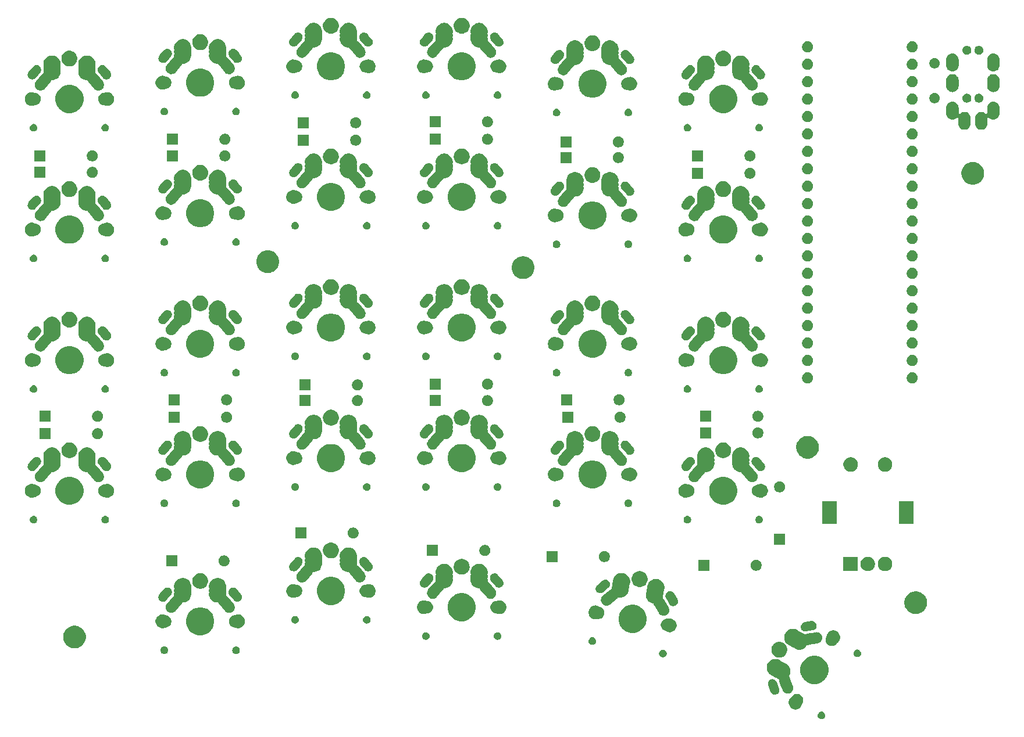
<source format=gbr>
G04 #@! TF.GenerationSoftware,KiCad,Pcbnew,5.1.5+dfsg1-2build2*
G04 #@! TF.CreationDate,2021-01-27T22:51:11+00:00*
G04 #@! TF.ProjectId,left1,6c656674-312e-46b6-9963-61645f706362,rev?*
G04 #@! TF.SameCoordinates,Original*
G04 #@! TF.FileFunction,Soldermask,Top*
G04 #@! TF.FilePolarity,Negative*
%FSLAX46Y46*%
G04 Gerber Fmt 4.6, Leading zero omitted, Abs format (unit mm)*
G04 Created by KiCad (PCBNEW 5.1.5+dfsg1-2build2) date 2021-01-27 22:51:11*
%MOMM*%
%LPD*%
G04 APERTURE LIST*
%ADD10C,0.100000*%
G04 APERTURE END LIST*
D10*
G36*
X174670028Y-148203827D02*
G01*
X174770302Y-148245362D01*
X174770303Y-148245363D01*
X174860549Y-148305663D01*
X174937297Y-148382411D01*
X174937298Y-148382413D01*
X174997598Y-148472658D01*
X175039133Y-148572932D01*
X175060307Y-148679383D01*
X175060307Y-148787923D01*
X175039133Y-148894374D01*
X174997598Y-148994648D01*
X174997597Y-148994649D01*
X174937297Y-149084895D01*
X174860549Y-149161643D01*
X174815119Y-149191998D01*
X174770302Y-149221944D01*
X174670028Y-149263479D01*
X174563577Y-149284653D01*
X174455037Y-149284653D01*
X174348586Y-149263479D01*
X174248312Y-149221944D01*
X174203495Y-149191998D01*
X174158065Y-149161643D01*
X174081317Y-149084895D01*
X174021017Y-148994649D01*
X174021016Y-148994648D01*
X173979481Y-148894374D01*
X173958307Y-148787923D01*
X173958307Y-148679383D01*
X173979481Y-148572932D01*
X174021016Y-148472658D01*
X174081316Y-148382413D01*
X174081317Y-148382411D01*
X174158065Y-148305663D01*
X174248311Y-148245363D01*
X174248312Y-148245362D01*
X174348586Y-148203827D01*
X174455037Y-148182653D01*
X174563577Y-148182653D01*
X174670028Y-148203827D01*
G37*
G36*
X171055512Y-145616336D02*
G01*
X171204812Y-145646033D01*
X171368784Y-145713953D01*
X171516354Y-145812556D01*
X171641853Y-145938055D01*
X171740456Y-146085625D01*
X171808376Y-146249597D01*
X171843000Y-146423668D01*
X171843000Y-146601150D01*
X171808376Y-146775221D01*
X171742513Y-146934228D01*
X171735402Y-146957669D01*
X171734429Y-146967546D01*
X171733000Y-146974730D01*
X171694532Y-147168121D01*
X171619074Y-147350291D01*
X171509527Y-147514240D01*
X171370100Y-147653667D01*
X171206151Y-147763214D01*
X171023981Y-147838672D01*
X170830591Y-147877140D01*
X170633409Y-147877140D01*
X170440019Y-147838672D01*
X170257849Y-147763214D01*
X170093900Y-147653667D01*
X169954473Y-147514240D01*
X169844926Y-147350291D01*
X169769468Y-147168121D01*
X169731000Y-146974730D01*
X169731000Y-146777550D01*
X169769468Y-146584159D01*
X169835946Y-146423668D01*
X169844925Y-146401991D01*
X169844926Y-146401989D01*
X169954473Y-146238040D01*
X170093900Y-146098613D01*
X170147237Y-146062975D01*
X170166177Y-146047430D01*
X170181717Y-146028496D01*
X170242147Y-145938055D01*
X170367646Y-145812556D01*
X170515216Y-145713953D01*
X170679188Y-145646033D01*
X170828488Y-145616336D01*
X170853258Y-145611409D01*
X171030742Y-145611409D01*
X171055512Y-145616336D01*
G37*
G36*
X167553494Y-143473573D02*
G01*
X167679109Y-143517747D01*
X167679113Y-143517749D01*
X167679112Y-143517749D01*
X167793699Y-143585583D01*
X167793700Y-143585584D01*
X167892850Y-143674466D01*
X167972757Y-143780989D01*
X168004087Y-143846308D01*
X168015917Y-143870972D01*
X168225065Y-144445598D01*
X168363552Y-144826086D01*
X168388325Y-144922747D01*
X168395585Y-145055713D01*
X168376764Y-145187535D01*
X168332589Y-145313154D01*
X168264755Y-145427740D01*
X168264754Y-145427741D01*
X168175869Y-145526894D01*
X168163631Y-145536074D01*
X168069349Y-145606799D01*
X167949283Y-145664389D01*
X167820294Y-145697448D01*
X167687331Y-145704708D01*
X167555509Y-145685887D01*
X167429890Y-145641712D01*
X167315304Y-145573878D01*
X167216150Y-145484991D01*
X167136245Y-145378471D01*
X167093087Y-145288492D01*
X167093085Y-145288488D01*
X166745454Y-144333383D01*
X166745450Y-144333373D01*
X166720677Y-144236712D01*
X166713417Y-144103747D01*
X166732238Y-143971923D01*
X166776412Y-143846308D01*
X166844249Y-143731717D01*
X166933131Y-143632567D01*
X167039654Y-143552660D01*
X167159719Y-143495071D01*
X167288707Y-143462012D01*
X167421670Y-143454752D01*
X167553494Y-143473573D01*
G37*
G36*
X168177494Y-140569780D02*
G01*
X168405162Y-140664083D01*
X168610057Y-140800990D01*
X168643534Y-140834467D01*
X168662470Y-140850007D01*
X168684079Y-140861557D01*
X168907457Y-140954083D01*
X169112352Y-141090990D01*
X169126535Y-141105173D01*
X169145471Y-141120713D01*
X169167081Y-141132263D01*
X169340469Y-141204083D01*
X169545364Y-141340990D01*
X169719613Y-141515239D01*
X169809318Y-141649492D01*
X169856521Y-141720136D01*
X169950823Y-141947802D01*
X169998898Y-142189491D01*
X169998898Y-142435919D01*
X169955265Y-142655276D01*
X169950823Y-142677608D01*
X169866440Y-142881328D01*
X169856519Y-142905278D01*
X169835994Y-142935996D01*
X169824442Y-142957606D01*
X169817329Y-142981055D01*
X169814927Y-143005441D01*
X169817329Y-143029827D01*
X169824442Y-143053276D01*
X169839933Y-143080448D01*
X169873105Y-143124670D01*
X169873106Y-143124672D01*
X169895485Y-143171327D01*
X169925841Y-143234615D01*
X170325757Y-144333373D01*
X170381123Y-144485489D01*
X170411393Y-144603599D01*
X170420263Y-144766069D01*
X170397268Y-144927139D01*
X170397267Y-144927142D01*
X170343290Y-145080635D01*
X170343288Y-145080638D01*
X170260406Y-145220645D01*
X170260403Y-145220648D01*
X170151795Y-145341801D01*
X170021637Y-145439437D01*
X170021635Y-145439438D01*
X169874932Y-145509806D01*
X169717322Y-145550200D01*
X169554854Y-145559070D01*
X169393779Y-145536074D01*
X169367677Y-145526895D01*
X169240287Y-145482097D01*
X169100276Y-145399211D01*
X169100274Y-145399210D01*
X168979122Y-145290602D01*
X168881485Y-145160444D01*
X168828749Y-145050498D01*
X168747070Y-144826086D01*
X168567740Y-144333383D01*
X168373470Y-143799632D01*
X168343196Y-143681511D01*
X168337299Y-143573486D01*
X168333571Y-143549268D01*
X168325190Y-143526241D01*
X168312478Y-143505293D01*
X168295924Y-143487226D01*
X168276162Y-143472737D01*
X168260321Y-143464817D01*
X168155329Y-143421328D01*
X168155328Y-143421328D01*
X168155327Y-143421327D01*
X167950432Y-143284420D01*
X167936249Y-143270237D01*
X167917313Y-143254697D01*
X167895702Y-143243146D01*
X167722317Y-143171328D01*
X167722316Y-143171328D01*
X167722315Y-143171327D01*
X167517420Y-143034420D01*
X167483943Y-143000943D01*
X167465007Y-142985403D01*
X167443396Y-142973852D01*
X167220022Y-142881328D01*
X167220021Y-142881328D01*
X167220020Y-142881327D01*
X167015125Y-142744420D01*
X166840876Y-142570171D01*
X166703969Y-142365276D01*
X166683147Y-142315006D01*
X166609666Y-142137608D01*
X166561591Y-141895919D01*
X166561591Y-141649491D01*
X166609666Y-141407802D01*
X166703968Y-141180136D01*
X166729791Y-141141489D01*
X166840876Y-140975239D01*
X167015125Y-140800990D01*
X167220020Y-140664083D01*
X167447688Y-140569780D01*
X167689377Y-140521705D01*
X167935805Y-140521705D01*
X168177494Y-140569780D01*
G37*
G36*
X174080254Y-140140818D02*
G01*
X174453511Y-140295426D01*
X174453513Y-140295427D01*
X174481309Y-140314000D01*
X174789436Y-140519884D01*
X175075116Y-140805564D01*
X175299574Y-141141489D01*
X175454182Y-141514746D01*
X175533000Y-141910993D01*
X175533000Y-142315007D01*
X175454182Y-142711254D01*
X175322225Y-143029827D01*
X175299573Y-143084513D01*
X175075116Y-143420436D01*
X174789436Y-143706116D01*
X174453513Y-143930573D01*
X174453512Y-143930574D01*
X174453511Y-143930574D01*
X174080254Y-144085182D01*
X173684007Y-144164000D01*
X173279993Y-144164000D01*
X172883746Y-144085182D01*
X172510489Y-143930574D01*
X172510488Y-143930574D01*
X172510487Y-143930573D01*
X172174564Y-143706116D01*
X171888884Y-143420436D01*
X171664427Y-143084513D01*
X171641775Y-143029827D01*
X171509818Y-142711254D01*
X171431000Y-142315007D01*
X171431000Y-141910993D01*
X171509818Y-141514746D01*
X171664426Y-141141489D01*
X171888884Y-140805564D01*
X172174564Y-140519884D01*
X172482691Y-140314000D01*
X172510487Y-140295427D01*
X172510489Y-140295426D01*
X172883746Y-140140818D01*
X173279993Y-140062000D01*
X173684007Y-140062000D01*
X174080254Y-140140818D01*
G37*
G36*
X168567247Y-138028198D02*
G01*
X168708184Y-138056232D01*
X168808849Y-138097929D01*
X168898171Y-138134927D01*
X168917653Y-138142997D01*
X169106170Y-138268960D01*
X169266490Y-138429280D01*
X169392453Y-138617797D01*
X169469999Y-138805009D01*
X169479218Y-138827267D01*
X169517937Y-139021917D01*
X169523450Y-139049636D01*
X169523450Y-139276364D01*
X169479218Y-139498734D01*
X169392453Y-139708203D01*
X169266490Y-139896720D01*
X169106170Y-140057040D01*
X168917653Y-140183003D01*
X168917652Y-140183004D01*
X168917651Y-140183004D01*
X168856300Y-140208416D01*
X168708184Y-140269768D01*
X168596999Y-140291884D01*
X168485815Y-140314000D01*
X168259085Y-140314000D01*
X168147901Y-140291884D01*
X168036716Y-140269768D01*
X167888600Y-140208416D01*
X167827249Y-140183004D01*
X167827248Y-140183004D01*
X167827247Y-140183003D01*
X167638730Y-140057040D01*
X167478410Y-139896720D01*
X167352447Y-139708203D01*
X167265682Y-139498734D01*
X167221450Y-139276364D01*
X167221450Y-139049636D01*
X167226964Y-139021917D01*
X167265682Y-138827267D01*
X167274902Y-138805009D01*
X167352447Y-138617797D01*
X167478410Y-138429280D01*
X167638730Y-138268960D01*
X167827247Y-138142997D01*
X167846730Y-138134927D01*
X167936051Y-138097929D01*
X168036716Y-138056232D01*
X168177653Y-138028198D01*
X168259085Y-138012000D01*
X168485815Y-138012000D01*
X168567247Y-138028198D01*
G37*
G36*
X151587095Y-139183810D02*
G01*
X151687369Y-139225345D01*
X151687370Y-139225346D01*
X151777616Y-139285646D01*
X151854364Y-139362394D01*
X151854365Y-139362396D01*
X151914665Y-139452641D01*
X151956200Y-139552915D01*
X151977374Y-139659366D01*
X151977374Y-139767906D01*
X151956200Y-139874357D01*
X151914665Y-139974631D01*
X151914664Y-139974632D01*
X151854364Y-140064878D01*
X151777616Y-140141626D01*
X151732186Y-140171981D01*
X151687369Y-140201927D01*
X151587095Y-140243462D01*
X151480644Y-140264636D01*
X151372104Y-140264636D01*
X151265653Y-140243462D01*
X151165379Y-140201927D01*
X151120562Y-140171981D01*
X151075132Y-140141626D01*
X150998384Y-140064878D01*
X150938084Y-139974632D01*
X150938083Y-139974631D01*
X150896548Y-139874357D01*
X150875374Y-139767906D01*
X150875374Y-139659366D01*
X150896548Y-139552915D01*
X150938083Y-139452641D01*
X150998383Y-139362396D01*
X150998384Y-139362394D01*
X151075132Y-139285646D01*
X151165378Y-139225346D01*
X151165379Y-139225345D01*
X151265653Y-139183810D01*
X151372104Y-139162636D01*
X151480644Y-139162636D01*
X151587095Y-139183810D01*
G37*
G36*
X179890028Y-139162521D02*
G01*
X179990302Y-139204056D01*
X180035119Y-139234002D01*
X180080549Y-139264357D01*
X180157297Y-139341105D01*
X180157298Y-139341107D01*
X180217598Y-139431352D01*
X180259133Y-139531626D01*
X180280307Y-139638077D01*
X180280307Y-139746617D01*
X180259133Y-139853068D01*
X180217598Y-139953342D01*
X180217597Y-139953343D01*
X180157297Y-140043589D01*
X180080549Y-140120337D01*
X180048686Y-140141627D01*
X179990302Y-140180638D01*
X179890028Y-140222173D01*
X179783577Y-140243347D01*
X179675037Y-140243347D01*
X179568586Y-140222173D01*
X179468312Y-140180638D01*
X179409928Y-140141627D01*
X179378065Y-140120337D01*
X179301317Y-140043589D01*
X179241017Y-139953343D01*
X179241016Y-139953342D01*
X179199481Y-139853068D01*
X179178307Y-139746617D01*
X179178307Y-139638077D01*
X179199481Y-139531626D01*
X179241016Y-139431352D01*
X179301316Y-139341107D01*
X179301317Y-139341105D01*
X179378065Y-139264357D01*
X179423495Y-139234002D01*
X179468312Y-139204056D01*
X179568586Y-139162521D01*
X179675037Y-139141347D01*
X179783577Y-139141347D01*
X179890028Y-139162521D01*
G37*
G36*
X78989721Y-138703174D02*
G01*
X79089995Y-138744709D01*
X79130716Y-138771918D01*
X79180242Y-138805010D01*
X79256990Y-138881758D01*
X79269548Y-138900553D01*
X79317291Y-138972005D01*
X79358826Y-139072279D01*
X79380000Y-139178730D01*
X79380000Y-139287270D01*
X79358826Y-139393721D01*
X79317291Y-139493995D01*
X79317290Y-139493996D01*
X79256990Y-139584242D01*
X79180242Y-139660990D01*
X79134812Y-139691345D01*
X79089995Y-139721291D01*
X78989721Y-139762826D01*
X78883270Y-139784000D01*
X78774730Y-139784000D01*
X78668279Y-139762826D01*
X78568005Y-139721291D01*
X78523188Y-139691345D01*
X78477758Y-139660990D01*
X78401010Y-139584242D01*
X78340710Y-139493996D01*
X78340709Y-139493995D01*
X78299174Y-139393721D01*
X78278000Y-139287270D01*
X78278000Y-139178730D01*
X78299174Y-139072279D01*
X78340709Y-138972005D01*
X78388452Y-138900553D01*
X78401010Y-138881758D01*
X78477758Y-138805010D01*
X78527284Y-138771918D01*
X78568005Y-138744709D01*
X78668279Y-138703174D01*
X78774730Y-138682000D01*
X78883270Y-138682000D01*
X78989721Y-138703174D01*
G37*
G36*
X89429721Y-138703174D02*
G01*
X89529995Y-138744709D01*
X89570716Y-138771918D01*
X89620242Y-138805010D01*
X89696990Y-138881758D01*
X89709548Y-138900553D01*
X89757291Y-138972005D01*
X89798826Y-139072279D01*
X89820000Y-139178730D01*
X89820000Y-139287270D01*
X89798826Y-139393721D01*
X89757291Y-139493995D01*
X89757290Y-139493996D01*
X89696990Y-139584242D01*
X89620242Y-139660990D01*
X89574812Y-139691345D01*
X89529995Y-139721291D01*
X89429721Y-139762826D01*
X89323270Y-139784000D01*
X89214730Y-139784000D01*
X89108279Y-139762826D01*
X89008005Y-139721291D01*
X88963188Y-139691345D01*
X88917758Y-139660990D01*
X88841010Y-139584242D01*
X88780710Y-139493996D01*
X88780709Y-139493995D01*
X88739174Y-139393721D01*
X88718000Y-139287270D01*
X88718000Y-139178730D01*
X88739174Y-139072279D01*
X88780709Y-138972005D01*
X88828452Y-138900553D01*
X88841010Y-138881758D01*
X88917758Y-138805010D01*
X88967284Y-138771918D01*
X89008005Y-138744709D01*
X89108279Y-138703174D01*
X89214730Y-138682000D01*
X89323270Y-138682000D01*
X89429721Y-138703174D01*
G37*
G36*
X170717494Y-136170370D02*
G01*
X170943934Y-136264164D01*
X170945162Y-136264673D01*
X171150057Y-136401580D01*
X171183534Y-136435057D01*
X171202470Y-136450597D01*
X171224079Y-136462147D01*
X171447457Y-136554673D01*
X171652352Y-136691580D01*
X171666535Y-136705763D01*
X171685471Y-136721303D01*
X171707081Y-136732853D01*
X171880469Y-136804673D01*
X172050896Y-136918549D01*
X172072503Y-136930098D01*
X172095952Y-136937211D01*
X172120338Y-136939613D01*
X172144724Y-136937211D01*
X172176838Y-136926114D01*
X172270969Y-136878410D01*
X172374103Y-136849567D01*
X172388405Y-136845567D01*
X172958694Y-136745010D01*
X173699322Y-136614417D01*
X173820905Y-136605115D01*
X173820909Y-136605115D01*
X173982440Y-136624591D01*
X173982443Y-136624592D01*
X173982444Y-136624592D01*
X174137078Y-136675209D01*
X174278866Y-136755020D01*
X174278868Y-136755022D01*
X174390251Y-136850574D01*
X174402358Y-136860961D01*
X174502811Y-136988957D01*
X174539831Y-137062007D01*
X174576362Y-137134090D01*
X174588057Y-137175907D01*
X174620186Y-137290786D01*
X174632598Y-137453020D01*
X174613121Y-137614558D01*
X174562504Y-137769191D01*
X174548213Y-137794579D01*
X174482691Y-137910981D01*
X174376755Y-138034468D01*
X174376752Y-138034471D01*
X174248756Y-138134924D01*
X174103621Y-138208476D01*
X173986188Y-138241319D01*
X172675267Y-138472469D01*
X172553684Y-138481771D01*
X172553682Y-138481771D01*
X172499372Y-138475223D01*
X172474873Y-138474688D01*
X172450741Y-138478943D01*
X172427903Y-138487825D01*
X172407237Y-138500991D01*
X172389536Y-138517936D01*
X172380479Y-138529874D01*
X172259613Y-138710761D01*
X172085364Y-138885010D01*
X171880469Y-139021917D01*
X171880468Y-139021918D01*
X171880467Y-139021918D01*
X171652801Y-139116220D01*
X171411112Y-139164295D01*
X171164684Y-139164295D01*
X170922995Y-139116220D01*
X170695329Y-139021918D01*
X170695328Y-139021918D01*
X170695327Y-139021917D01*
X170490432Y-138885010D01*
X170476249Y-138870827D01*
X170457313Y-138855287D01*
X170435702Y-138843736D01*
X170262317Y-138771918D01*
X170262316Y-138771918D01*
X170262315Y-138771917D01*
X170057420Y-138635010D01*
X170023943Y-138601533D01*
X170005007Y-138585993D01*
X169983396Y-138574442D01*
X169760022Y-138481918D01*
X169760021Y-138481918D01*
X169760020Y-138481917D01*
X169555125Y-138345010D01*
X169380876Y-138170761D01*
X169243969Y-137965866D01*
X169239476Y-137955018D01*
X169149666Y-137738198D01*
X169101591Y-137496509D01*
X169101591Y-137250081D01*
X169149666Y-137008392D01*
X169243968Y-136780726D01*
X169261144Y-136755020D01*
X169380876Y-136575829D01*
X169555125Y-136401580D01*
X169760020Y-136264673D01*
X169761249Y-136264164D01*
X169987688Y-136170370D01*
X170229377Y-136122295D01*
X170475805Y-136122295D01*
X170717494Y-136170370D01*
G37*
G36*
X66136256Y-135704298D02*
G01*
X66242579Y-135725447D01*
X66543042Y-135849903D01*
X66813451Y-136030585D01*
X67043415Y-136260549D01*
X67224097Y-136530958D01*
X67348553Y-136831421D01*
X67352363Y-136850574D01*
X67412000Y-137150389D01*
X67412000Y-137475611D01*
X67375066Y-137661290D01*
X67348553Y-137794579D01*
X67224097Y-138095042D01*
X67043415Y-138365451D01*
X66813451Y-138595415D01*
X66543042Y-138776097D01*
X66242579Y-138900553D01*
X66173493Y-138914295D01*
X65923611Y-138964000D01*
X65598389Y-138964000D01*
X65348507Y-138914295D01*
X65279421Y-138900553D01*
X64978958Y-138776097D01*
X64708549Y-138595415D01*
X64478585Y-138365451D01*
X64297903Y-138095042D01*
X64173447Y-137794579D01*
X64146934Y-137661290D01*
X64110000Y-137475611D01*
X64110000Y-137150389D01*
X64169637Y-136850574D01*
X64173447Y-136831421D01*
X64297903Y-136530958D01*
X64478585Y-136260549D01*
X64708549Y-136030585D01*
X64978958Y-135849903D01*
X65279421Y-135725447D01*
X65385744Y-135704298D01*
X65598389Y-135662000D01*
X65923611Y-135662000D01*
X66136256Y-135704298D01*
G37*
G36*
X176344310Y-136351589D02*
G01*
X176523981Y-136387328D01*
X176601672Y-136419509D01*
X176700319Y-136460370D01*
X176706151Y-136462786D01*
X176870100Y-136572333D01*
X177009527Y-136711760D01*
X177119074Y-136875709D01*
X177192269Y-137052415D01*
X177194532Y-137057880D01*
X177233000Y-137251269D01*
X177233000Y-137448451D01*
X177217924Y-137524240D01*
X177202658Y-137600991D01*
X177194532Y-137641840D01*
X177128054Y-137802333D01*
X177119074Y-137824011D01*
X177009527Y-137987960D01*
X176870100Y-138127387D01*
X176816765Y-138163024D01*
X176797823Y-138178570D01*
X176782283Y-138197504D01*
X176721853Y-138287945D01*
X176596354Y-138413444D01*
X176448784Y-138512047D01*
X176284812Y-138579967D01*
X176135512Y-138609664D01*
X176110742Y-138614591D01*
X175933258Y-138614591D01*
X175908488Y-138609664D01*
X175759188Y-138579967D01*
X175595216Y-138512047D01*
X175447646Y-138413444D01*
X175322147Y-138287945D01*
X175223544Y-138140375D01*
X175155624Y-137976403D01*
X175121000Y-137802332D01*
X175121000Y-137624850D01*
X175155624Y-137450779D01*
X175221487Y-137291772D01*
X175228598Y-137268331D01*
X175229571Y-137258454D01*
X175269468Y-137057880D01*
X175271732Y-137052415D01*
X175344926Y-136875709D01*
X175454473Y-136711760D01*
X175593900Y-136572333D01*
X175757849Y-136462786D01*
X175763682Y-136460370D01*
X175862328Y-136419509D01*
X175940019Y-136387328D01*
X176119690Y-136351589D01*
X176133409Y-136348860D01*
X176330591Y-136348860D01*
X176344310Y-136351589D01*
G37*
G36*
X141305702Y-137370923D02*
G01*
X141405976Y-137412458D01*
X141405977Y-137412459D01*
X141496223Y-137472759D01*
X141572971Y-137549507D01*
X141572972Y-137549509D01*
X141633272Y-137639754D01*
X141674807Y-137740028D01*
X141695981Y-137846479D01*
X141695981Y-137955019D01*
X141674807Y-138061470D01*
X141633272Y-138161744D01*
X141627248Y-138170759D01*
X141572971Y-138251991D01*
X141496223Y-138328739D01*
X141471870Y-138345011D01*
X141405976Y-138389040D01*
X141305702Y-138430575D01*
X141199251Y-138451749D01*
X141090711Y-138451749D01*
X140984260Y-138430575D01*
X140883986Y-138389040D01*
X140818092Y-138345011D01*
X140793739Y-138328739D01*
X140716991Y-138251991D01*
X140662714Y-138170759D01*
X140656690Y-138161744D01*
X140615155Y-138061470D01*
X140593981Y-137955019D01*
X140593981Y-137846479D01*
X140615155Y-137740028D01*
X140656690Y-137639754D01*
X140716990Y-137549509D01*
X140716991Y-137549507D01*
X140793739Y-137472759D01*
X140883985Y-137412459D01*
X140883986Y-137412458D01*
X140984260Y-137370923D01*
X141090711Y-137349749D01*
X141199251Y-137349749D01*
X141305702Y-137370923D01*
G37*
G36*
X127509721Y-136643174D02*
G01*
X127609995Y-136684709D01*
X127650481Y-136711761D01*
X127700242Y-136745010D01*
X127776990Y-136821758D01*
X127792899Y-136845568D01*
X127837291Y-136912005D01*
X127878826Y-137012279D01*
X127900000Y-137118730D01*
X127900000Y-137227270D01*
X127878826Y-137333721D01*
X127837291Y-137433995D01*
X127811677Y-137472329D01*
X127776990Y-137524242D01*
X127700242Y-137600990D01*
X127679942Y-137614554D01*
X127609995Y-137661291D01*
X127509721Y-137702826D01*
X127403270Y-137724000D01*
X127294730Y-137724000D01*
X127188279Y-137702826D01*
X127088005Y-137661291D01*
X127018058Y-137614554D01*
X126997758Y-137600990D01*
X126921010Y-137524242D01*
X126886323Y-137472329D01*
X126860709Y-137433995D01*
X126819174Y-137333721D01*
X126798000Y-137227270D01*
X126798000Y-137118730D01*
X126819174Y-137012279D01*
X126860709Y-136912005D01*
X126905101Y-136845568D01*
X126921010Y-136821758D01*
X126997758Y-136745010D01*
X127047519Y-136711761D01*
X127088005Y-136684709D01*
X127188279Y-136643174D01*
X127294730Y-136622000D01*
X127403270Y-136622000D01*
X127509721Y-136643174D01*
G37*
G36*
X117069721Y-136643174D02*
G01*
X117169995Y-136684709D01*
X117210481Y-136711761D01*
X117260242Y-136745010D01*
X117336990Y-136821758D01*
X117352899Y-136845568D01*
X117397291Y-136912005D01*
X117438826Y-137012279D01*
X117460000Y-137118730D01*
X117460000Y-137227270D01*
X117438826Y-137333721D01*
X117397291Y-137433995D01*
X117371677Y-137472329D01*
X117336990Y-137524242D01*
X117260242Y-137600990D01*
X117239942Y-137614554D01*
X117169995Y-137661291D01*
X117069721Y-137702826D01*
X116963270Y-137724000D01*
X116854730Y-137724000D01*
X116748279Y-137702826D01*
X116648005Y-137661291D01*
X116578058Y-137614554D01*
X116557758Y-137600990D01*
X116481010Y-137524242D01*
X116446323Y-137472329D01*
X116420709Y-137433995D01*
X116379174Y-137333721D01*
X116358000Y-137227270D01*
X116358000Y-137118730D01*
X116379174Y-137012279D01*
X116420709Y-136912005D01*
X116465101Y-136845568D01*
X116481010Y-136821758D01*
X116557758Y-136745010D01*
X116607519Y-136711761D01*
X116648005Y-136684709D01*
X116748279Y-136643174D01*
X116854730Y-136622000D01*
X116963270Y-136622000D01*
X117069721Y-136643174D01*
G37*
G36*
X84647254Y-133060818D02*
G01*
X85018309Y-133214514D01*
X85020513Y-133215427D01*
X85356436Y-133439884D01*
X85642116Y-133725564D01*
X85860019Y-134051678D01*
X85866574Y-134061489D01*
X86021182Y-134434746D01*
X86100000Y-134830993D01*
X86100000Y-135235007D01*
X86021182Y-135631254D01*
X85876762Y-135979915D01*
X85866573Y-136004513D01*
X85642116Y-136340436D01*
X85356436Y-136626116D01*
X85020513Y-136850573D01*
X85020512Y-136850574D01*
X85020511Y-136850574D01*
X84647254Y-137005182D01*
X84251007Y-137084000D01*
X83846993Y-137084000D01*
X83450746Y-137005182D01*
X83077489Y-136850574D01*
X83077488Y-136850574D01*
X83077487Y-136850573D01*
X82741564Y-136626116D01*
X82455884Y-136340436D01*
X82231427Y-136004513D01*
X82221238Y-135979915D01*
X82076818Y-135631254D01*
X81998000Y-135235007D01*
X81998000Y-134830993D01*
X82076818Y-134434746D01*
X82231426Y-134061489D01*
X82237982Y-134051678D01*
X82455884Y-133725564D01*
X82741564Y-133439884D01*
X83077487Y-133215427D01*
X83079691Y-133214514D01*
X83450746Y-133060818D01*
X83846993Y-132982000D01*
X84251007Y-132982000D01*
X84647254Y-133060818D01*
G37*
G36*
X147613254Y-132698818D02*
G01*
X147986511Y-132853426D01*
X147986513Y-132853427D01*
X148322436Y-133077884D01*
X148608116Y-133363564D01*
X148814777Y-133672853D01*
X148832574Y-133699489D01*
X148987182Y-134072746D01*
X149066000Y-134468993D01*
X149066000Y-134873007D01*
X148987182Y-135269254D01*
X148847137Y-135607353D01*
X148832573Y-135642513D01*
X148608116Y-135978436D01*
X148322436Y-136264116D01*
X147986513Y-136488573D01*
X147986512Y-136488574D01*
X147986511Y-136488574D01*
X147613254Y-136643182D01*
X147217007Y-136722000D01*
X146812993Y-136722000D01*
X146416746Y-136643182D01*
X146043489Y-136488574D01*
X146043488Y-136488574D01*
X146043487Y-136488573D01*
X145707564Y-136264116D01*
X145421884Y-135978436D01*
X145197427Y-135642513D01*
X145182863Y-135607353D01*
X145042818Y-135269254D01*
X144964000Y-134873007D01*
X144964000Y-134468993D01*
X145042818Y-134072746D01*
X145197426Y-133699489D01*
X145215224Y-133672853D01*
X145421884Y-133363564D01*
X145707564Y-133077884D01*
X146043487Y-132853427D01*
X146043489Y-132853426D01*
X146416746Y-132698818D01*
X146812993Y-132620000D01*
X147217007Y-132620000D01*
X147613254Y-132698818D01*
G37*
G36*
X152723424Y-134663533D02*
G01*
X152786999Y-134689867D01*
X152904967Y-134738731D01*
X152905594Y-134738991D01*
X153069543Y-134848538D01*
X153208970Y-134987965D01*
X153318517Y-135151914D01*
X153393975Y-135334084D01*
X153395947Y-135344000D01*
X153432443Y-135527474D01*
X153432443Y-135724656D01*
X153430813Y-135732852D01*
X153393975Y-135918046D01*
X153318517Y-136100216D01*
X153208970Y-136264165D01*
X153069543Y-136403592D01*
X152905594Y-136513139D01*
X152723424Y-136588597D01*
X152640383Y-136605115D01*
X152530034Y-136627065D01*
X152332852Y-136627065D01*
X152222503Y-136605115D01*
X152139462Y-136588597D01*
X151957292Y-136513139D01*
X151864174Y-136450920D01*
X151842572Y-136439373D01*
X151819133Y-136432263D01*
X151755011Y-136419509D01*
X151591039Y-136351589D01*
X151443469Y-136252986D01*
X151317970Y-136127487D01*
X151219367Y-135979917D01*
X151151447Y-135815945D01*
X151116823Y-135641874D01*
X151116823Y-135464392D01*
X151117740Y-135459784D01*
X151121846Y-135439138D01*
X151151447Y-135290321D01*
X151219367Y-135126349D01*
X151317970Y-134978779D01*
X151443469Y-134853280D01*
X151591039Y-134754677D01*
X151755011Y-134686757D01*
X151908364Y-134656254D01*
X151929081Y-134652133D01*
X152106565Y-134652133D01*
X152127283Y-134656254D01*
X152151669Y-134658656D01*
X152176055Y-134656254D01*
X152332852Y-134625065D01*
X152530034Y-134625065D01*
X152723424Y-134663533D01*
G37*
G36*
X173269302Y-135000618D02*
G01*
X173395859Y-135042044D01*
X173511901Y-135107363D01*
X173612965Y-135194063D01*
X173614225Y-135195669D01*
X173695176Y-135298816D01*
X173695177Y-135298818D01*
X173755369Y-135417590D01*
X173791235Y-135545833D01*
X173801394Y-135678608D01*
X173785455Y-135810807D01*
X173744030Y-135937357D01*
X173678709Y-136053401D01*
X173592009Y-136154467D01*
X173487259Y-136236676D01*
X173368477Y-136296873D01*
X173272372Y-136323750D01*
X173272368Y-136323751D01*
X172271406Y-136500248D01*
X172171899Y-136507861D01*
X172171898Y-136507861D01*
X172039700Y-136491922D01*
X171913144Y-136450496D01*
X171797102Y-136385177D01*
X171696037Y-136298476D01*
X171613828Y-136193726D01*
X171553632Y-136074945D01*
X171517767Y-135946707D01*
X171510361Y-135849902D01*
X171507609Y-135813935D01*
X171518278Y-135725447D01*
X171523548Y-135681736D01*
X171564974Y-135555180D01*
X171630293Y-135439138D01*
X171716994Y-135338073D01*
X171821744Y-135255864D01*
X171940525Y-135195668D01*
X172036633Y-135168789D01*
X172687656Y-135053996D01*
X173037595Y-134992292D01*
X173137103Y-134984679D01*
X173137105Y-134984679D01*
X173269302Y-135000618D01*
G37*
G36*
X89744285Y-134051234D02*
G01*
X89840981Y-134070468D01*
X90023151Y-134145926D01*
X90187100Y-134255473D01*
X90326527Y-134394900D01*
X90418137Y-134532005D01*
X90436075Y-134558851D01*
X90454366Y-134603009D01*
X90510692Y-134738990D01*
X90511532Y-134741020D01*
X90550000Y-134934409D01*
X90550000Y-135131591D01*
X90545957Y-135151914D01*
X90511532Y-135324981D01*
X90436074Y-135507151D01*
X90326527Y-135671100D01*
X90187100Y-135810527D01*
X90023151Y-135920074D01*
X89840981Y-135995532D01*
X89647591Y-136034000D01*
X89450409Y-136034000D01*
X89257019Y-135995532D01*
X89131440Y-135943515D01*
X89107991Y-135936402D01*
X89083605Y-135934000D01*
X89040258Y-135934000D01*
X89015488Y-135929073D01*
X88866188Y-135899376D01*
X88702216Y-135831456D01*
X88554646Y-135732853D01*
X88429147Y-135607354D01*
X88330544Y-135459784D01*
X88262624Y-135295812D01*
X88228917Y-135126351D01*
X88228000Y-135121742D01*
X88228000Y-134944258D01*
X88242173Y-134873006D01*
X88262624Y-134770188D01*
X88330544Y-134606216D01*
X88429147Y-134458646D01*
X88554646Y-134333147D01*
X88702216Y-134234544D01*
X88866188Y-134166624D01*
X89015488Y-134136927D01*
X89040258Y-134132000D01*
X89083605Y-134132000D01*
X89107991Y-134129598D01*
X89131440Y-134122485D01*
X89206845Y-134091251D01*
X89257019Y-134070468D01*
X89353715Y-134051234D01*
X89450409Y-134032000D01*
X89647591Y-134032000D01*
X89744285Y-134051234D01*
G37*
G36*
X78744285Y-134051234D02*
G01*
X78840981Y-134070468D01*
X78891155Y-134091251D01*
X78966560Y-134122485D01*
X78990009Y-134129598D01*
X79014395Y-134132000D01*
X79057742Y-134132000D01*
X79082512Y-134136927D01*
X79231812Y-134166624D01*
X79395784Y-134234544D01*
X79543354Y-134333147D01*
X79668853Y-134458646D01*
X79767456Y-134606216D01*
X79835376Y-134770188D01*
X79855827Y-134873006D01*
X79870000Y-134944258D01*
X79870000Y-135121742D01*
X79869083Y-135126351D01*
X79835376Y-135295812D01*
X79767456Y-135459784D01*
X79668853Y-135607354D01*
X79543354Y-135732853D01*
X79395784Y-135831456D01*
X79231812Y-135899376D01*
X79082512Y-135929073D01*
X79057742Y-135934000D01*
X79014395Y-135934000D01*
X78990009Y-135936402D01*
X78966560Y-135943515D01*
X78840981Y-135995532D01*
X78647591Y-136034000D01*
X78450409Y-136034000D01*
X78257019Y-135995532D01*
X78074849Y-135920074D01*
X77910900Y-135810527D01*
X77771473Y-135671100D01*
X77661926Y-135507151D01*
X77586468Y-135324981D01*
X77552043Y-135151914D01*
X77548000Y-135131591D01*
X77548000Y-134934409D01*
X77586468Y-134741020D01*
X77587309Y-134738990D01*
X77643634Y-134603009D01*
X77661925Y-134558851D01*
X77679863Y-134532005D01*
X77771473Y-134394900D01*
X77910900Y-134255473D01*
X78074849Y-134145926D01*
X78257019Y-134070468D01*
X78353715Y-134051234D01*
X78450409Y-134032000D01*
X78647591Y-134032000D01*
X78744285Y-134051234D01*
G37*
G36*
X98029721Y-134263174D02*
G01*
X98129995Y-134304709D01*
X98129996Y-134304710D01*
X98220242Y-134365010D01*
X98296990Y-134441758D01*
X98296991Y-134441760D01*
X98357291Y-134532005D01*
X98398826Y-134632279D01*
X98420000Y-134738730D01*
X98420000Y-134847270D01*
X98398826Y-134953721D01*
X98357291Y-135053995D01*
X98357290Y-135053996D01*
X98296990Y-135144242D01*
X98220242Y-135220990D01*
X98199265Y-135235006D01*
X98129995Y-135281291D01*
X98029721Y-135322826D01*
X97923270Y-135344000D01*
X97814730Y-135344000D01*
X97708279Y-135322826D01*
X97608005Y-135281291D01*
X97538735Y-135235006D01*
X97517758Y-135220990D01*
X97441010Y-135144242D01*
X97380710Y-135053996D01*
X97380709Y-135053995D01*
X97339174Y-134953721D01*
X97318000Y-134847270D01*
X97318000Y-134738730D01*
X97339174Y-134632279D01*
X97380709Y-134532005D01*
X97441009Y-134441760D01*
X97441010Y-134441758D01*
X97517758Y-134365010D01*
X97608004Y-134304710D01*
X97608005Y-134304709D01*
X97708279Y-134263174D01*
X97814730Y-134242000D01*
X97923270Y-134242000D01*
X98029721Y-134263174D01*
G37*
G36*
X108469721Y-134263174D02*
G01*
X108569995Y-134304709D01*
X108569996Y-134304710D01*
X108660242Y-134365010D01*
X108736990Y-134441758D01*
X108736991Y-134441760D01*
X108797291Y-134532005D01*
X108838826Y-134632279D01*
X108860000Y-134738730D01*
X108860000Y-134847270D01*
X108838826Y-134953721D01*
X108797291Y-135053995D01*
X108797290Y-135053996D01*
X108736990Y-135144242D01*
X108660242Y-135220990D01*
X108639265Y-135235006D01*
X108569995Y-135281291D01*
X108469721Y-135322826D01*
X108363270Y-135344000D01*
X108254730Y-135344000D01*
X108148279Y-135322826D01*
X108048005Y-135281291D01*
X107978735Y-135235006D01*
X107957758Y-135220990D01*
X107881010Y-135144242D01*
X107820710Y-135053996D01*
X107820709Y-135053995D01*
X107779174Y-134953721D01*
X107758000Y-134847270D01*
X107758000Y-134738730D01*
X107779174Y-134632279D01*
X107820709Y-134532005D01*
X107881009Y-134441760D01*
X107881010Y-134441758D01*
X107957758Y-134365010D01*
X108048004Y-134304710D01*
X108048005Y-134304709D01*
X108148279Y-134263174D01*
X108254730Y-134242000D01*
X108363270Y-134242000D01*
X108469721Y-134263174D01*
G37*
G36*
X122727254Y-131000818D02*
G01*
X123100511Y-131155426D01*
X123100513Y-131155427D01*
X123436436Y-131379884D01*
X123722116Y-131665564D01*
X123945640Y-132000090D01*
X123946574Y-132001489D01*
X124101182Y-132374746D01*
X124180000Y-132770993D01*
X124180000Y-133175007D01*
X124101182Y-133571254D01*
X123974238Y-133877723D01*
X123946573Y-133944513D01*
X123722116Y-134280436D01*
X123436436Y-134566116D01*
X123100513Y-134790573D01*
X123100512Y-134790574D01*
X123100511Y-134790574D01*
X122727254Y-134945182D01*
X122331007Y-135024000D01*
X121926993Y-135024000D01*
X121530746Y-134945182D01*
X121157489Y-134790574D01*
X121157488Y-134790574D01*
X121157487Y-134790573D01*
X120821564Y-134566116D01*
X120535884Y-134280436D01*
X120311427Y-133944513D01*
X120283762Y-133877723D01*
X120156818Y-133571254D01*
X120078000Y-133175007D01*
X120078000Y-132770993D01*
X120156818Y-132374746D01*
X120311426Y-132001489D01*
X120312361Y-132000090D01*
X120535884Y-131665564D01*
X120821564Y-131379884D01*
X121157487Y-131155427D01*
X121157489Y-131155426D01*
X121530746Y-131000818D01*
X121926993Y-130922000D01*
X122331007Y-130922000D01*
X122727254Y-131000818D01*
G37*
G36*
X141793842Y-132734169D02*
G01*
X141890538Y-132753403D01*
X142072708Y-132828861D01*
X142165826Y-132891080D01*
X142187428Y-132902627D01*
X142210867Y-132909737D01*
X142274989Y-132922491D01*
X142438961Y-132990411D01*
X142586531Y-133089014D01*
X142712030Y-133214513D01*
X142810633Y-133362083D01*
X142878553Y-133526055D01*
X142913177Y-133700126D01*
X142913177Y-133877608D01*
X142878553Y-134051679D01*
X142810633Y-134215651D01*
X142712030Y-134363221D01*
X142586531Y-134488720D01*
X142438961Y-134587323D01*
X142274989Y-134655243D01*
X142133712Y-134683344D01*
X142100919Y-134689867D01*
X141923435Y-134689867D01*
X141902717Y-134685746D01*
X141878331Y-134683344D01*
X141853945Y-134685746D01*
X141697148Y-134716935D01*
X141499966Y-134716935D01*
X141306576Y-134678467D01*
X141124406Y-134603009D01*
X140960457Y-134493462D01*
X140821030Y-134354035D01*
X140711483Y-134190086D01*
X140636025Y-134007916D01*
X140597557Y-133814525D01*
X140597557Y-133617345D01*
X140602715Y-133591416D01*
X140636025Y-133423955D01*
X140646038Y-133399782D01*
X140711483Y-133241784D01*
X140821030Y-133077835D01*
X140960457Y-132938408D01*
X141124406Y-132828861D01*
X141306576Y-132753403D01*
X141403272Y-132734169D01*
X141499966Y-132714935D01*
X141697148Y-132714935D01*
X141793842Y-132734169D01*
G37*
G36*
X150763447Y-128906318D02*
G01*
X150969069Y-128991489D01*
X150991115Y-129000621D01*
X151196010Y-129137528D01*
X151370259Y-129311777D01*
X151493403Y-129496075D01*
X151507167Y-129516674D01*
X151601469Y-129744340D01*
X151649544Y-129986029D01*
X151649544Y-130232457D01*
X151601469Y-130474146D01*
X151558343Y-130578262D01*
X151551230Y-130601711D01*
X151548828Y-130626097D01*
X151548828Y-130803645D01*
X151530079Y-130897903D01*
X151500753Y-131045334D01*
X151471519Y-131115911D01*
X151464406Y-131139360D01*
X151462004Y-131163746D01*
X151462004Y-131296049D01*
X151459248Y-131309905D01*
X151416073Y-131526960D01*
X151413156Y-131541622D01*
X151408332Y-131557523D01*
X151405929Y-131581909D01*
X151408330Y-131606295D01*
X151415442Y-131629745D01*
X151426992Y-131651356D01*
X151445475Y-131673142D01*
X151519708Y-131742668D01*
X151590735Y-131841786D01*
X151688123Y-132010468D01*
X152256305Y-132994586D01*
X152270842Y-133026671D01*
X152306632Y-133105660D01*
X152343579Y-133264118D01*
X152343579Y-133264120D01*
X152348902Y-133426740D01*
X152325043Y-133571254D01*
X152322398Y-133587272D01*
X152265084Y-133739551D01*
X152179164Y-133877723D01*
X152067938Y-133996478D01*
X151935681Y-134091251D01*
X151787477Y-134158402D01*
X151654979Y-134189295D01*
X151629016Y-134195349D01*
X151477405Y-134200312D01*
X151466399Y-134200672D01*
X151466397Y-134200672D01*
X151359376Y-134183003D01*
X151305864Y-134174168D01*
X151153586Y-134116854D01*
X151112413Y-134091251D01*
X151015413Y-134030933D01*
X150939679Y-133960000D01*
X150896659Y-133919708D01*
X150825633Y-133820590D01*
X150812946Y-133798615D01*
X150160061Y-132667785D01*
X150146529Y-132637919D01*
X150109736Y-132556715D01*
X150096611Y-132500427D01*
X150088739Y-132477236D01*
X150076487Y-132456015D01*
X150060331Y-132437592D01*
X150040890Y-132422675D01*
X150018913Y-132411837D01*
X149999268Y-132406227D01*
X149910819Y-132388633D01*
X149846101Y-132375760D01*
X149670500Y-132303024D01*
X149618435Y-132281458D01*
X149618434Y-132281458D01*
X149618433Y-132281457D01*
X149413538Y-132144550D01*
X149239289Y-131970301D01*
X149102382Y-131765406D01*
X149092964Y-131742668D01*
X149008079Y-131537738D01*
X148960004Y-131296049D01*
X148960004Y-131049621D01*
X148999216Y-130852489D01*
X149008079Y-130807932D01*
X149037313Y-130737354D01*
X149044426Y-130713906D01*
X149046828Y-130689520D01*
X149046828Y-130557217D01*
X149094903Y-130315528D01*
X149138029Y-130211412D01*
X149145142Y-130187963D01*
X149147544Y-130163577D01*
X149147544Y-129986029D01*
X149195619Y-129744340D01*
X149289921Y-129516674D01*
X149303685Y-129496075D01*
X149426829Y-129311777D01*
X149601078Y-129137528D01*
X149805973Y-129000621D01*
X149828020Y-128991489D01*
X150033641Y-128906318D01*
X150275330Y-128858243D01*
X150521758Y-128858243D01*
X150763447Y-128906318D01*
G37*
G36*
X127920981Y-132010468D02*
G01*
X128103151Y-132085926D01*
X128267100Y-132195473D01*
X128406527Y-132334900D01*
X128512813Y-132493969D01*
X128516075Y-132498851D01*
X128535694Y-132546216D01*
X128591532Y-132681019D01*
X128630000Y-132874410D01*
X128630000Y-133071590D01*
X128591532Y-133264981D01*
X128551573Y-133361449D01*
X128524530Y-133426738D01*
X128516074Y-133447151D01*
X128406527Y-133611100D01*
X128267100Y-133750527D01*
X128103151Y-133860074D01*
X127920981Y-133935532D01*
X127727591Y-133974000D01*
X127530409Y-133974000D01*
X127337019Y-133935532D01*
X127211440Y-133883515D01*
X127187991Y-133876402D01*
X127163605Y-133874000D01*
X127120258Y-133874000D01*
X127095488Y-133869073D01*
X126946188Y-133839376D01*
X126782216Y-133771456D01*
X126634646Y-133672853D01*
X126509147Y-133547354D01*
X126410544Y-133399784D01*
X126342624Y-133235812D01*
X126308000Y-133061741D01*
X126308000Y-132884259D01*
X126342624Y-132710188D01*
X126410544Y-132546216D01*
X126509147Y-132398646D01*
X126634646Y-132273147D01*
X126782216Y-132174544D01*
X126946188Y-132106624D01*
X127095488Y-132076927D01*
X127120258Y-132072000D01*
X127163605Y-132072000D01*
X127187991Y-132069598D01*
X127211440Y-132062485D01*
X127298018Y-132026623D01*
X127337019Y-132010468D01*
X127530409Y-131972000D01*
X127727591Y-131972000D01*
X127920981Y-132010468D01*
G37*
G36*
X116920981Y-132010468D02*
G01*
X116959982Y-132026623D01*
X117046560Y-132062485D01*
X117070009Y-132069598D01*
X117094395Y-132072000D01*
X117137742Y-132072000D01*
X117162512Y-132076927D01*
X117311812Y-132106624D01*
X117475784Y-132174544D01*
X117623354Y-132273147D01*
X117748853Y-132398646D01*
X117847456Y-132546216D01*
X117915376Y-132710188D01*
X117950000Y-132884259D01*
X117950000Y-133061741D01*
X117915376Y-133235812D01*
X117847456Y-133399784D01*
X117748853Y-133547354D01*
X117623354Y-133672853D01*
X117475784Y-133771456D01*
X117311812Y-133839376D01*
X117162512Y-133869073D01*
X117137742Y-133874000D01*
X117094395Y-133874000D01*
X117070009Y-133876402D01*
X117046560Y-133883515D01*
X116920981Y-133935532D01*
X116727591Y-133974000D01*
X116530409Y-133974000D01*
X116337019Y-133935532D01*
X116154849Y-133860074D01*
X115990900Y-133750527D01*
X115851473Y-133611100D01*
X115741926Y-133447151D01*
X115733471Y-133426738D01*
X115706427Y-133361449D01*
X115666468Y-133264981D01*
X115628000Y-133071590D01*
X115628000Y-132874410D01*
X115666468Y-132681019D01*
X115722306Y-132546216D01*
X115741925Y-132498851D01*
X115745187Y-132493969D01*
X115851473Y-132334900D01*
X115990900Y-132195473D01*
X116154849Y-132085926D01*
X116337019Y-132010468D01*
X116530409Y-131972000D01*
X116727591Y-131972000D01*
X116920981Y-132010468D01*
G37*
G36*
X188614256Y-130700298D02*
G01*
X188720579Y-130721447D01*
X188895235Y-130793792D01*
X189014225Y-130843079D01*
X189021042Y-130845903D01*
X189291451Y-131026585D01*
X189521415Y-131256549D01*
X189701779Y-131526482D01*
X189702098Y-131526960D01*
X189729867Y-131594000D01*
X189826553Y-131827421D01*
X189828536Y-131837390D01*
X189890000Y-132146389D01*
X189890000Y-132471611D01*
X189869416Y-132575092D01*
X189826553Y-132790579D01*
X189820566Y-132805032D01*
X189714234Y-133061742D01*
X189702097Y-133091042D01*
X189521415Y-133361451D01*
X189291451Y-133591415D01*
X189021042Y-133772097D01*
X188720579Y-133896553D01*
X188614256Y-133917702D01*
X188401611Y-133960000D01*
X188076389Y-133960000D01*
X187863744Y-133917702D01*
X187757421Y-133896553D01*
X187456958Y-133772097D01*
X187186549Y-133591415D01*
X186956585Y-133361451D01*
X186775903Y-133091042D01*
X186763767Y-133061742D01*
X186657434Y-132805032D01*
X186651447Y-132790579D01*
X186608584Y-132575092D01*
X186588000Y-132471611D01*
X186588000Y-132146389D01*
X186649464Y-131837390D01*
X186651447Y-131827421D01*
X186748133Y-131594000D01*
X186775902Y-131526960D01*
X186776221Y-131526482D01*
X186956585Y-131256549D01*
X187186549Y-131026585D01*
X187456958Y-130845903D01*
X187463776Y-130843079D01*
X187582765Y-130793792D01*
X187757421Y-130721447D01*
X187863744Y-130700298D01*
X188076389Y-130658000D01*
X188401611Y-130658000D01*
X188614256Y-130700298D01*
G37*
G36*
X86953903Y-128750075D02*
G01*
X87138613Y-128826584D01*
X87181571Y-128844378D01*
X87386466Y-128981285D01*
X87560715Y-129155534D01*
X87690869Y-129350323D01*
X87697623Y-129360431D01*
X87791925Y-129588097D01*
X87840000Y-129829786D01*
X87840000Y-130076214D01*
X87811675Y-130218614D01*
X87809273Y-130243000D01*
X87811675Y-130267386D01*
X87840000Y-130409786D01*
X87840000Y-130656214D01*
X87819631Y-130758614D01*
X87817229Y-130783000D01*
X87819631Y-130807384D01*
X87827293Y-130845903D01*
X87837616Y-130897799D01*
X87840000Y-130909787D01*
X87840000Y-131156213D01*
X87835102Y-131180836D01*
X87832700Y-131205219D01*
X87835101Y-131229605D01*
X87842214Y-131253054D01*
X87853765Y-131274665D01*
X87869310Y-131293607D01*
X87889388Y-131309903D01*
X87976772Y-131366922D01*
X88063931Y-131452200D01*
X88919574Y-132471915D01*
X88919578Y-132471921D01*
X88988421Y-132572559D01*
X89043406Y-132701312D01*
X89052323Y-132722194D01*
X89068826Y-132800676D01*
X89085804Y-132881418D01*
X89087579Y-133044119D01*
X89078776Y-133091042D01*
X89057579Y-133204035D01*
X88996957Y-133355027D01*
X88908042Y-133491292D01*
X88814133Y-133587272D01*
X88794251Y-133607593D01*
X88698852Y-133672852D01*
X88659960Y-133699457D01*
X88510325Y-133763359D01*
X88393497Y-133787925D01*
X88351101Y-133796840D01*
X88296867Y-133797432D01*
X88188402Y-133798615D01*
X88188400Y-133798615D01*
X88108443Y-133783615D01*
X88028484Y-133768615D01*
X87877492Y-133707993D01*
X87741227Y-133619078D01*
X87654068Y-133533800D01*
X86798426Y-132514084D01*
X86729579Y-132413440D01*
X86711990Y-132372254D01*
X86706717Y-132359906D01*
X86694931Y-132338423D01*
X86679180Y-132319652D01*
X86660069Y-132304314D01*
X86638334Y-132293000D01*
X86614808Y-132286143D01*
X86591762Y-132284000D01*
X86465786Y-132284000D01*
X86224097Y-132235925D01*
X85996431Y-132141623D01*
X85996430Y-132141623D01*
X85996429Y-132141622D01*
X85791534Y-132004715D01*
X85617285Y-131830466D01*
X85480378Y-131625571D01*
X85472394Y-131606295D01*
X85386075Y-131397903D01*
X85338000Y-131156214D01*
X85338000Y-130909786D01*
X85350707Y-130845903D01*
X85358369Y-130807384D01*
X85360771Y-130783000D01*
X85358369Y-130758614D01*
X85338000Y-130656214D01*
X85338000Y-130409786D01*
X85366325Y-130267386D01*
X85368727Y-130243000D01*
X85366325Y-130218614D01*
X85338000Y-130076214D01*
X85338000Y-129829786D01*
X85386075Y-129588097D01*
X85480377Y-129360431D01*
X85487131Y-129350323D01*
X85617285Y-129155534D01*
X85791534Y-128981285D01*
X85996429Y-128844378D01*
X86039388Y-128826584D01*
X86224097Y-128750075D01*
X86465786Y-128702000D01*
X86712214Y-128702000D01*
X86953903Y-128750075D01*
G37*
G36*
X81873903Y-128750075D02*
G01*
X82058613Y-128826584D01*
X82101571Y-128844378D01*
X82306466Y-128981285D01*
X82480715Y-129155534D01*
X82610869Y-129350323D01*
X82617623Y-129360431D01*
X82711925Y-129588097D01*
X82760000Y-129829786D01*
X82760000Y-130076214D01*
X82731675Y-130218614D01*
X82729273Y-130243000D01*
X82731675Y-130267386D01*
X82760000Y-130409786D01*
X82760000Y-130656214D01*
X82739631Y-130758614D01*
X82737229Y-130783000D01*
X82739631Y-130807384D01*
X82747293Y-130845903D01*
X82760000Y-130909786D01*
X82760000Y-131156214D01*
X82711925Y-131397903D01*
X82625607Y-131606295D01*
X82617622Y-131625571D01*
X82480715Y-131830466D01*
X82306466Y-132004715D01*
X82101571Y-132141622D01*
X82101570Y-132141623D01*
X82101569Y-132141623D01*
X81873903Y-132235925D01*
X81632214Y-132284000D01*
X81506238Y-132284000D01*
X81481852Y-132286402D01*
X81458403Y-132293515D01*
X81436792Y-132305066D01*
X81417850Y-132320611D01*
X81402305Y-132339553D01*
X81391283Y-132359907D01*
X81368421Y-132413441D01*
X81299574Y-132514085D01*
X80443931Y-133533800D01*
X80356772Y-133619078D01*
X80220507Y-133707993D01*
X80069515Y-133768615D01*
X79989556Y-133783615D01*
X79909599Y-133798615D01*
X79909597Y-133798615D01*
X79801132Y-133797432D01*
X79746899Y-133796840D01*
X79689118Y-133784690D01*
X79587675Y-133763359D01*
X79587673Y-133763358D01*
X79587672Y-133763358D01*
X79438040Y-133699457D01*
X79303749Y-133607593D01*
X79283867Y-133587272D01*
X79189958Y-133491292D01*
X79101043Y-133355027D01*
X79040421Y-133204035D01*
X79019224Y-133091042D01*
X79010421Y-133044119D01*
X79012196Y-132881419D01*
X79024346Y-132823638D01*
X79045677Y-132722195D01*
X79045679Y-132722191D01*
X79109579Y-132572560D01*
X79149584Y-132514079D01*
X79178426Y-132471916D01*
X80034068Y-131452200D01*
X80121227Y-131366922D01*
X80208611Y-131309903D01*
X80227718Y-131294567D01*
X80243469Y-131275796D01*
X80255255Y-131254313D01*
X80262624Y-131230943D01*
X80265292Y-131206584D01*
X80262897Y-131180836D01*
X80258000Y-131156215D01*
X80258000Y-130909786D01*
X80270707Y-130845903D01*
X80278369Y-130807384D01*
X80280771Y-130783000D01*
X80278369Y-130758614D01*
X80258000Y-130656214D01*
X80258000Y-130409786D01*
X80286325Y-130267386D01*
X80288727Y-130243000D01*
X80286325Y-130218614D01*
X80258000Y-130076214D01*
X80258000Y-129829786D01*
X80306075Y-129588097D01*
X80400377Y-129360431D01*
X80407131Y-129350323D01*
X80537285Y-129155534D01*
X80711534Y-128981285D01*
X80916429Y-128844378D01*
X80959388Y-128826584D01*
X81144097Y-128750075D01*
X81385786Y-128702000D01*
X81632214Y-128702000D01*
X81873903Y-128750075D01*
G37*
G36*
X152653054Y-130648368D02*
G01*
X152777676Y-130695273D01*
X152777680Y-130695275D01*
X152890760Y-130765592D01*
X152890762Y-130765594D01*
X152890764Y-130765595D01*
X152987948Y-130856618D01*
X153046077Y-130937737D01*
X153262255Y-131312168D01*
X153523933Y-131765406D01*
X153554282Y-131817973D01*
X153565072Y-131841786D01*
X153595468Y-131908872D01*
X153606650Y-131956829D01*
X153625706Y-132038557D01*
X153630062Y-132171644D01*
X153608372Y-132303024D01*
X153562901Y-132423835D01*
X153561465Y-132427650D01*
X153491148Y-132540730D01*
X153491146Y-132540732D01*
X153491145Y-132540734D01*
X153400122Y-132637918D01*
X153291882Y-132715482D01*
X153170594Y-132770437D01*
X153170592Y-132770437D01*
X153170591Y-132770438D01*
X153084214Y-132790578D01*
X153040906Y-132800676D01*
X152912650Y-132804874D01*
X152907820Y-132805032D01*
X152907819Y-132805032D01*
X152776439Y-132783342D01*
X152651813Y-132736435D01*
X152538733Y-132666118D01*
X152441546Y-132575092D01*
X152383414Y-132493969D01*
X152098273Y-132000089D01*
X151875214Y-131613740D01*
X151834026Y-131522837D01*
X151803789Y-131393156D01*
X151803788Y-131393152D01*
X151799432Y-131260066D01*
X151821122Y-131128686D01*
X151868027Y-131004064D01*
X151869793Y-131001224D01*
X151938346Y-130890980D01*
X151938348Y-130890978D01*
X151938349Y-130890976D01*
X152029372Y-130793792D01*
X152137612Y-130716228D01*
X152258900Y-130661273D01*
X152258902Y-130661273D01*
X152258903Y-130661272D01*
X152388584Y-130631035D01*
X152388588Y-130631034D01*
X152516843Y-130626836D01*
X152521673Y-130626678D01*
X152521674Y-130626678D01*
X152653054Y-130648368D01*
G37*
G36*
X145760624Y-128024185D02*
G01*
X145976480Y-128113595D01*
X145988292Y-128118488D01*
X146193187Y-128255395D01*
X146367436Y-128429644D01*
X146504343Y-128634539D01*
X146504344Y-128634541D01*
X146598646Y-128862207D01*
X146646721Y-129103896D01*
X146646721Y-129350324D01*
X146598646Y-129592013D01*
X146555520Y-129696129D01*
X146548407Y-129719578D01*
X146546005Y-129743964D01*
X146546005Y-129921513D01*
X146537032Y-129966622D01*
X146497930Y-130163202D01*
X146473632Y-130221862D01*
X146468696Y-130233779D01*
X146461583Y-130257228D01*
X146459181Y-130281614D01*
X146459181Y-130413917D01*
X146411106Y-130655606D01*
X146327844Y-130856620D01*
X146316803Y-130883274D01*
X146179896Y-131088169D01*
X146005647Y-131262418D01*
X145800752Y-131399325D01*
X145800751Y-131399326D01*
X145800750Y-131399326D01*
X145573084Y-131493628D01*
X145331395Y-131541703D01*
X145084967Y-131541703D01*
X145008437Y-131526480D01*
X144990750Y-131522962D01*
X144966365Y-131520560D01*
X144941979Y-131522962D01*
X144918530Y-131530075D01*
X144896919Y-131541626D01*
X144877978Y-131557171D01*
X144861682Y-131577250D01*
X144830027Y-131625762D01*
X144744749Y-131712921D01*
X143725033Y-132568563D01*
X143649840Y-132620000D01*
X143624389Y-132637410D01*
X143474757Y-132701311D01*
X143474756Y-132701311D01*
X143474754Y-132701312D01*
X143375460Y-132722191D01*
X143315530Y-132734793D01*
X143261297Y-132735385D01*
X143152832Y-132736568D01*
X143152830Y-132736568D01*
X143072873Y-132721568D01*
X142992914Y-132706568D01*
X142841922Y-132645946D01*
X142705657Y-132557031D01*
X142589357Y-132443241D01*
X142585493Y-132437592D01*
X142497492Y-132308949D01*
X142433591Y-132159317D01*
X142430873Y-132146389D01*
X142403712Y-132017224D01*
X142400109Y-132000090D01*
X142398334Y-131837390D01*
X142421684Y-131712921D01*
X142428334Y-131677474D01*
X142488956Y-131526482D01*
X142577871Y-131390217D01*
X142663149Y-131303058D01*
X143682864Y-130447415D01*
X143783508Y-130378568D01*
X143881276Y-130336816D01*
X143902757Y-130325031D01*
X143921528Y-130309280D01*
X143936866Y-130290170D01*
X143948181Y-130268435D01*
X143955038Y-130244910D01*
X143957181Y-130221862D01*
X143957181Y-130167489D01*
X143997136Y-129966622D01*
X144005256Y-129925800D01*
X144034490Y-129855222D01*
X144041603Y-129831774D01*
X144044005Y-129807388D01*
X144044005Y-129675085D01*
X144092080Y-129433396D01*
X144135206Y-129329280D01*
X144142319Y-129305831D01*
X144144721Y-129281445D01*
X144144721Y-129103896D01*
X144192796Y-128862207D01*
X144287098Y-128634541D01*
X144287099Y-128634539D01*
X144424006Y-128429644D01*
X144598255Y-128255395D01*
X144803150Y-128118488D01*
X144814963Y-128113595D01*
X145030818Y-128024185D01*
X145272507Y-127976110D01*
X145518935Y-127976110D01*
X145760624Y-128024185D01*
G37*
G36*
X103687254Y-128620818D02*
G01*
X104060511Y-128775426D01*
X104060513Y-128775427D01*
X104396436Y-128999884D01*
X104682116Y-129285564D01*
X104888443Y-129594353D01*
X104906574Y-129621489D01*
X105061182Y-129994746D01*
X105140000Y-130390993D01*
X105140000Y-130795007D01*
X105061182Y-131191254D01*
X104908824Y-131559078D01*
X104906573Y-131564513D01*
X104682116Y-131900436D01*
X104396436Y-132186116D01*
X104060513Y-132410573D01*
X104060512Y-132410574D01*
X104060511Y-132410574D01*
X103687254Y-132565182D01*
X103291007Y-132644000D01*
X102886993Y-132644000D01*
X102490746Y-132565182D01*
X102117489Y-132410574D01*
X102117488Y-132410574D01*
X102117487Y-132410573D01*
X101781564Y-132186116D01*
X101495884Y-131900436D01*
X101271427Y-131564513D01*
X101269176Y-131559078D01*
X101116818Y-131191254D01*
X101038000Y-130795007D01*
X101038000Y-130390993D01*
X101116818Y-129994746D01*
X101271426Y-129621489D01*
X101289558Y-129594353D01*
X101495884Y-129285564D01*
X101781564Y-128999884D01*
X102117487Y-128775427D01*
X102117489Y-128775426D01*
X102490746Y-128620818D01*
X102886993Y-128542000D01*
X103291007Y-128542000D01*
X103687254Y-128620818D01*
G37*
G36*
X79328275Y-130093897D02*
G01*
X79458586Y-130121298D01*
X79581042Y-130173593D01*
X79581045Y-130173595D01*
X79685524Y-130245066D01*
X79690951Y-130248779D01*
X79784076Y-130343957D01*
X79856845Y-130455479D01*
X79906457Y-130579049D01*
X79931009Y-130709925D01*
X79929556Y-130843081D01*
X79902155Y-130973393D01*
X79849860Y-131095848D01*
X79808565Y-131156214D01*
X79793511Y-131178220D01*
X79501286Y-131526480D01*
X79140178Y-131956831D01*
X79124674Y-131972000D01*
X79068847Y-132026623D01*
X79014844Y-132061861D01*
X78957326Y-132099392D01*
X78833758Y-132149002D01*
X78833757Y-132149002D01*
X78833755Y-132149003D01*
X78798540Y-132155609D01*
X78702879Y-132173556D01*
X78635559Y-132172821D01*
X78569727Y-132172103D01*
X78508807Y-132159293D01*
X78439414Y-132144702D01*
X78316955Y-132092405D01*
X78207052Y-132017224D01*
X78161140Y-131970299D01*
X78113924Y-131922042D01*
X78054170Y-131830466D01*
X78041155Y-131810521D01*
X77991545Y-131686953D01*
X77991545Y-131686952D01*
X77991544Y-131686950D01*
X77983041Y-131641622D01*
X77966991Y-131556074D01*
X77968021Y-131461704D01*
X77968444Y-131422922D01*
X77987885Y-131330466D01*
X77995845Y-131292609D01*
X78048142Y-131170150D01*
X78104484Y-131087787D01*
X78177459Y-131000819D01*
X78757819Y-130309171D01*
X78757821Y-130309169D01*
X78757826Y-130309163D01*
X78829150Y-130239378D01*
X78940671Y-130166609D01*
X79064244Y-130116996D01*
X79195119Y-130092444D01*
X79328275Y-130093897D01*
G37*
G36*
X88998540Y-130110391D02*
G01*
X89033755Y-130116997D01*
X89033757Y-130116998D01*
X89033758Y-130116998D01*
X89157326Y-130166608D01*
X89206699Y-130198825D01*
X89268847Y-130239377D01*
X89290549Y-130260611D01*
X89340178Y-130309169D01*
X89630873Y-130655606D01*
X89993511Y-131087780D01*
X89993513Y-131087783D01*
X90049860Y-131170152D01*
X90102155Y-131292607D01*
X90129556Y-131422919D01*
X90131009Y-131556075D01*
X90106457Y-131686951D01*
X90056845Y-131810521D01*
X89984076Y-131922043D01*
X89903187Y-132004715D01*
X89890950Y-132017222D01*
X89824783Y-132062485D01*
X89781042Y-132092407D01*
X89658586Y-132144702D01*
X89528275Y-132172103D01*
X89395119Y-132173556D01*
X89264244Y-132149004D01*
X89140671Y-132099391D01*
X89029150Y-132026622D01*
X88957826Y-131956837D01*
X88929287Y-131922825D01*
X88304489Y-131178219D01*
X88304484Y-131178213D01*
X88248142Y-131095850D01*
X88195845Y-130973391D01*
X88171122Y-130855812D01*
X88168444Y-130843078D01*
X88167291Y-130737355D01*
X88166991Y-130709926D01*
X88187293Y-130601711D01*
X88191544Y-130579050D01*
X88192492Y-130576689D01*
X88241155Y-130455479D01*
X88296911Y-130370032D01*
X88313924Y-130343958D01*
X88407050Y-130248778D01*
X88407052Y-130248776D01*
X88516955Y-130173595D01*
X88639414Y-130121298D01*
X88708807Y-130106707D01*
X88769727Y-130093897D01*
X88835559Y-130093179D01*
X88902879Y-130092444D01*
X88998540Y-130110391D01*
G37*
G36*
X119953903Y-126690075D02*
G01*
X120164689Y-126777385D01*
X120181571Y-126784378D01*
X120386466Y-126921285D01*
X120560715Y-127095534D01*
X120697622Y-127300429D01*
X120697623Y-127300431D01*
X120791925Y-127528097D01*
X120840000Y-127769786D01*
X120840000Y-128016214D01*
X120811675Y-128158614D01*
X120809273Y-128183000D01*
X120811675Y-128207386D01*
X120840000Y-128349786D01*
X120840000Y-128596214D01*
X120819631Y-128698614D01*
X120817229Y-128723000D01*
X120819631Y-128747384D01*
X120822943Y-128764035D01*
X120840000Y-128849786D01*
X120840000Y-129096214D01*
X120791925Y-129337903D01*
X120769435Y-129392200D01*
X120697622Y-129565571D01*
X120560715Y-129770466D01*
X120386466Y-129944715D01*
X120181571Y-130081622D01*
X120181570Y-130081623D01*
X120181569Y-130081623D01*
X119953903Y-130175925D01*
X119712214Y-130224000D01*
X119586238Y-130224000D01*
X119561852Y-130226402D01*
X119538403Y-130233515D01*
X119516792Y-130245066D01*
X119497850Y-130260611D01*
X119482305Y-130279553D01*
X119471283Y-130299907D01*
X119467327Y-130309171D01*
X119448421Y-130353441D01*
X119379574Y-130454085D01*
X118523931Y-131473800D01*
X118436772Y-131559078D01*
X118300507Y-131647993D01*
X118149515Y-131708615D01*
X118069556Y-131723615D01*
X117989599Y-131738615D01*
X117989597Y-131738615D01*
X117881132Y-131737432D01*
X117826899Y-131736840D01*
X117769118Y-131724690D01*
X117667675Y-131703359D01*
X117667673Y-131703358D01*
X117667672Y-131703358D01*
X117518040Y-131639457D01*
X117383749Y-131547593D01*
X117363561Y-131526960D01*
X117269958Y-131431292D01*
X117181043Y-131295027D01*
X117120421Y-131144035D01*
X117098388Y-131026585D01*
X117090421Y-130984119D01*
X117092196Y-130821419D01*
X117114315Y-130716228D01*
X117125677Y-130662195D01*
X117125679Y-130662191D01*
X117189579Y-130512560D01*
X117228626Y-130455479D01*
X117258426Y-130411916D01*
X118114068Y-129392200D01*
X118201227Y-129306922D01*
X118288611Y-129249903D01*
X118307718Y-129234567D01*
X118323469Y-129215796D01*
X118335255Y-129194313D01*
X118342624Y-129170943D01*
X118345292Y-129146584D01*
X118342897Y-129120836D01*
X118338000Y-129096215D01*
X118338000Y-128849786D01*
X118355057Y-128764035D01*
X118358369Y-128747384D01*
X118360771Y-128723000D01*
X118358369Y-128698614D01*
X118338000Y-128596214D01*
X118338000Y-128349786D01*
X118366325Y-128207386D01*
X118368727Y-128183000D01*
X118366325Y-128158614D01*
X118338000Y-128016214D01*
X118338000Y-127769786D01*
X118386075Y-127528097D01*
X118480377Y-127300431D01*
X118480378Y-127300429D01*
X118617285Y-127095534D01*
X118791534Y-126921285D01*
X118996429Y-126784378D01*
X119013312Y-126777385D01*
X119224097Y-126690075D01*
X119465786Y-126642000D01*
X119712214Y-126642000D01*
X119953903Y-126690075D01*
G37*
G36*
X125033903Y-126690075D02*
G01*
X125244689Y-126777385D01*
X125261571Y-126784378D01*
X125466466Y-126921285D01*
X125640715Y-127095534D01*
X125777622Y-127300429D01*
X125777623Y-127300431D01*
X125871925Y-127528097D01*
X125920000Y-127769786D01*
X125920000Y-128016214D01*
X125891675Y-128158614D01*
X125889273Y-128183000D01*
X125891675Y-128207386D01*
X125920000Y-128349786D01*
X125920000Y-128596214D01*
X125899631Y-128698614D01*
X125897229Y-128723000D01*
X125899631Y-128747384D01*
X125920000Y-128849787D01*
X125920000Y-129096213D01*
X125915102Y-129120836D01*
X125912700Y-129145219D01*
X125915101Y-129169605D01*
X125922214Y-129193054D01*
X125933765Y-129214665D01*
X125949310Y-129233607D01*
X125969388Y-129249903D01*
X126056772Y-129306922D01*
X126143931Y-129392200D01*
X126999574Y-130411915D01*
X127023858Y-130447415D01*
X127068421Y-130512559D01*
X127131930Y-130661272D01*
X127132323Y-130662194D01*
X127142360Y-130709926D01*
X127165804Y-130821418D01*
X127167579Y-130984119D01*
X127159612Y-131026585D01*
X127137579Y-131144035D01*
X127076957Y-131295027D01*
X126988042Y-131431292D01*
X126894439Y-131526960D01*
X126874251Y-131547593D01*
X126824086Y-131581909D01*
X126739960Y-131639457D01*
X126590325Y-131703359D01*
X126473497Y-131727925D01*
X126431101Y-131736840D01*
X126376867Y-131737432D01*
X126268402Y-131738615D01*
X126268400Y-131738615D01*
X126188443Y-131723615D01*
X126108484Y-131708615D01*
X125957492Y-131647993D01*
X125821227Y-131559078D01*
X125734068Y-131473800D01*
X124878426Y-130454084D01*
X124809579Y-130353440D01*
X124787192Y-130301019D01*
X124786717Y-130299906D01*
X124774931Y-130278423D01*
X124759180Y-130259652D01*
X124740069Y-130244314D01*
X124718334Y-130233000D01*
X124694808Y-130226143D01*
X124671762Y-130224000D01*
X124545786Y-130224000D01*
X124304097Y-130175925D01*
X124076431Y-130081623D01*
X124076430Y-130081623D01*
X124076429Y-130081622D01*
X123871534Y-129944715D01*
X123697285Y-129770466D01*
X123560378Y-129565571D01*
X123488566Y-129392200D01*
X123466075Y-129337903D01*
X123418000Y-129096214D01*
X123418000Y-128849786D01*
X123435057Y-128764035D01*
X123438369Y-128747384D01*
X123440771Y-128723000D01*
X123438369Y-128698614D01*
X123418000Y-128596214D01*
X123418000Y-128349786D01*
X123446325Y-128207386D01*
X123448727Y-128183000D01*
X123446325Y-128158614D01*
X123418000Y-128016214D01*
X123418000Y-127769786D01*
X123466075Y-127528097D01*
X123560377Y-127300431D01*
X123560378Y-127300429D01*
X123697285Y-127095534D01*
X123871534Y-126921285D01*
X124076429Y-126784378D01*
X124093312Y-126777385D01*
X124304097Y-126690075D01*
X124545786Y-126642000D01*
X124792214Y-126642000D01*
X125033903Y-126690075D01*
G37*
G36*
X108784285Y-129611234D02*
G01*
X108880981Y-129630468D01*
X109063151Y-129705926D01*
X109227100Y-129815473D01*
X109366527Y-129954900D01*
X109474837Y-130116998D01*
X109476075Y-130118851D01*
X109483103Y-130135818D01*
X109551532Y-130301019D01*
X109569405Y-130390870D01*
X109590000Y-130494409D01*
X109590000Y-130691591D01*
X109589267Y-130695275D01*
X109551532Y-130884981D01*
X109476074Y-131067151D01*
X109366527Y-131231100D01*
X109227100Y-131370527D01*
X109063151Y-131480074D01*
X108880981Y-131555532D01*
X108802590Y-131571125D01*
X108687591Y-131594000D01*
X108490409Y-131594000D01*
X108375410Y-131571125D01*
X108297019Y-131555532D01*
X108171440Y-131503515D01*
X108147991Y-131496402D01*
X108123605Y-131494000D01*
X108080258Y-131494000D01*
X108051140Y-131488208D01*
X107906188Y-131459376D01*
X107742216Y-131391456D01*
X107594646Y-131292853D01*
X107469147Y-131167354D01*
X107370544Y-131019784D01*
X107302624Y-130855812D01*
X107268000Y-130681741D01*
X107268000Y-130504259D01*
X107302624Y-130330188D01*
X107370544Y-130166216D01*
X107469147Y-130018646D01*
X107594646Y-129893147D01*
X107742216Y-129794544D01*
X107906188Y-129726624D01*
X108055488Y-129696927D01*
X108080258Y-129692000D01*
X108123605Y-129692000D01*
X108147991Y-129689598D01*
X108171440Y-129682485D01*
X108189305Y-129675085D01*
X108297019Y-129630468D01*
X108393715Y-129611234D01*
X108490409Y-129592000D01*
X108687591Y-129592000D01*
X108784285Y-129611234D01*
G37*
G36*
X97784285Y-129611234D02*
G01*
X97880981Y-129630468D01*
X97988695Y-129675085D01*
X98006560Y-129682485D01*
X98030009Y-129689598D01*
X98054395Y-129692000D01*
X98097742Y-129692000D01*
X98122512Y-129696927D01*
X98271812Y-129726624D01*
X98435784Y-129794544D01*
X98583354Y-129893147D01*
X98708853Y-130018646D01*
X98807456Y-130166216D01*
X98875376Y-130330188D01*
X98910000Y-130504259D01*
X98910000Y-130681741D01*
X98875376Y-130855812D01*
X98807456Y-131019784D01*
X98708853Y-131167354D01*
X98583354Y-131292853D01*
X98435784Y-131391456D01*
X98271812Y-131459376D01*
X98126860Y-131488208D01*
X98097742Y-131494000D01*
X98054395Y-131494000D01*
X98030009Y-131496402D01*
X98006560Y-131503515D01*
X97880981Y-131555532D01*
X97802590Y-131571125D01*
X97687591Y-131594000D01*
X97490409Y-131594000D01*
X97375410Y-131571125D01*
X97297019Y-131555532D01*
X97114849Y-131480074D01*
X96950900Y-131370527D01*
X96811473Y-131231100D01*
X96701926Y-131067151D01*
X96626468Y-130884981D01*
X96588733Y-130695275D01*
X96588000Y-130691591D01*
X96588000Y-130494409D01*
X96608595Y-130390870D01*
X96626468Y-130301019D01*
X96694897Y-130135818D01*
X96701925Y-130118851D01*
X96703163Y-130116998D01*
X96811473Y-129954900D01*
X96950900Y-129815473D01*
X97114849Y-129705926D01*
X97297019Y-129630468D01*
X97393715Y-129611234D01*
X97490409Y-129592000D01*
X97687591Y-129592000D01*
X97784285Y-129611234D01*
G37*
G36*
X143223659Y-128987187D02*
G01*
X143347229Y-129036799D01*
X143458751Y-129109568D01*
X143553929Y-129202693D01*
X143553930Y-129202694D01*
X143628551Y-129311777D01*
X143629115Y-129312602D01*
X143681410Y-129435058D01*
X143708811Y-129565369D01*
X143710264Y-129698525D01*
X143685712Y-129829400D01*
X143636099Y-129952973D01*
X143563330Y-130064494D01*
X143493545Y-130135818D01*
X143493539Y-130135823D01*
X143493537Y-130135825D01*
X142866232Y-130662195D01*
X142714921Y-130789160D01*
X142632558Y-130845502D01*
X142510099Y-130897799D01*
X142453086Y-130909787D01*
X142379786Y-130925200D01*
X142313954Y-130925918D01*
X142246634Y-130926653D01*
X142140327Y-130906709D01*
X142115758Y-130902100D01*
X142115756Y-130902099D01*
X142115755Y-130902099D01*
X141992187Y-130852489D01*
X141923066Y-130807386D01*
X141880666Y-130779720D01*
X141785486Y-130686594D01*
X141785484Y-130686592D01*
X141710303Y-130576689D01*
X141658006Y-130454230D01*
X141636813Y-130353440D01*
X141630605Y-130323917D01*
X141629878Y-130257228D01*
X141629152Y-130190765D01*
X141649628Y-130081622D01*
X141653705Y-130059889D01*
X141661934Y-130039392D01*
X141703316Y-129936318D01*
X141751782Y-129862043D01*
X141776085Y-129824797D01*
X141817959Y-129782000D01*
X141845877Y-129753466D01*
X142311310Y-129362921D01*
X142624488Y-129100133D01*
X142642549Y-129087778D01*
X142706860Y-129043784D01*
X142829315Y-128991489D01*
X142959627Y-128964088D01*
X143092783Y-128962635D01*
X143223659Y-128987187D01*
G37*
G36*
X84259317Y-128001285D02*
G01*
X84384734Y-128026232D01*
X84500244Y-128074078D01*
X84582374Y-128108097D01*
X84594203Y-128112997D01*
X84782720Y-128238960D01*
X84943040Y-128399280D01*
X85026977Y-128524901D01*
X85069004Y-128587799D01*
X85075763Y-128604117D01*
X85155768Y-128797266D01*
X85169184Y-128864715D01*
X85200000Y-129019635D01*
X85200000Y-129246365D01*
X85185670Y-129318408D01*
X85155768Y-129468734D01*
X85069003Y-129678203D01*
X84943040Y-129866720D01*
X84782720Y-130027040D01*
X84594203Y-130153003D01*
X84594202Y-130153004D01*
X84594201Y-130153004D01*
X84532850Y-130178416D01*
X84384734Y-130239768D01*
X84339432Y-130248779D01*
X84162365Y-130284000D01*
X83935635Y-130284000D01*
X83758568Y-130248779D01*
X83713266Y-130239768D01*
X83565150Y-130178416D01*
X83503799Y-130153004D01*
X83503798Y-130153004D01*
X83503797Y-130153003D01*
X83315280Y-130027040D01*
X83154960Y-129866720D01*
X83028997Y-129678203D01*
X82942232Y-129468734D01*
X82912330Y-129318408D01*
X82898000Y-129246365D01*
X82898000Y-129019635D01*
X82928816Y-128864715D01*
X82942232Y-128797266D01*
X83022237Y-128604117D01*
X83028996Y-128587799D01*
X83071023Y-128524901D01*
X83154960Y-128399280D01*
X83315280Y-128238960D01*
X83503797Y-128112997D01*
X83515627Y-128108097D01*
X83597756Y-128074078D01*
X83713266Y-128026232D01*
X83838683Y-128001285D01*
X83935635Y-127982000D01*
X84162365Y-127982000D01*
X84259317Y-128001285D01*
G37*
G36*
X117408275Y-128033897D02*
G01*
X117538586Y-128061298D01*
X117661042Y-128113593D01*
X117661045Y-128113595D01*
X117762504Y-128183000D01*
X117770951Y-128188779D01*
X117864076Y-128283957D01*
X117936845Y-128395479D01*
X117986457Y-128519049D01*
X118011009Y-128649925D01*
X118009556Y-128783081D01*
X117982155Y-128913393D01*
X117929860Y-129035848D01*
X117888565Y-129096214D01*
X117873511Y-129118220D01*
X117607652Y-129435058D01*
X117220178Y-129896831D01*
X117194952Y-129921512D01*
X117148847Y-129966623D01*
X117105747Y-129994746D01*
X117037326Y-130039392D01*
X116913758Y-130089002D01*
X116913757Y-130089002D01*
X116913755Y-130089003D01*
X116878540Y-130095609D01*
X116782879Y-130113556D01*
X116715559Y-130112821D01*
X116649727Y-130112103D01*
X116563149Y-130093898D01*
X116519414Y-130084702D01*
X116396955Y-130032405D01*
X116287052Y-129957224D01*
X116274813Y-129944715D01*
X116193924Y-129862042D01*
X116134170Y-129770466D01*
X116121155Y-129750521D01*
X116071545Y-129626953D01*
X116071545Y-129626952D01*
X116071544Y-129626950D01*
X116061043Y-129570973D01*
X116046991Y-129496074D01*
X116048125Y-129392199D01*
X116048444Y-129362922D01*
X116068405Y-129267993D01*
X116075845Y-129232609D01*
X116128142Y-129110150D01*
X116184484Y-129027787D01*
X116405798Y-128764035D01*
X116837819Y-128249171D01*
X116837821Y-128249169D01*
X116837826Y-128249163D01*
X116909150Y-128179378D01*
X117020671Y-128106609D01*
X117144244Y-128056996D01*
X117275119Y-128032444D01*
X117408275Y-128033897D01*
G37*
G36*
X127078540Y-128050391D02*
G01*
X127113755Y-128056997D01*
X127113757Y-128056998D01*
X127113758Y-128056998D01*
X127237326Y-128106608D01*
X127277096Y-128132559D01*
X127348847Y-128179377D01*
X127377473Y-128207386D01*
X127420178Y-128249169D01*
X127743542Y-128634539D01*
X128073511Y-129027780D01*
X128073513Y-129027783D01*
X128129860Y-129110152D01*
X128182155Y-129232607D01*
X128209556Y-129362919D01*
X128211009Y-129496075D01*
X128186457Y-129626951D01*
X128136845Y-129750521D01*
X128064076Y-129862043D01*
X128001694Y-129925800D01*
X127970950Y-129957222D01*
X127916096Y-129994746D01*
X127861042Y-130032407D01*
X127738586Y-130084702D01*
X127608275Y-130112103D01*
X127475119Y-130113556D01*
X127344244Y-130089004D01*
X127220671Y-130039391D01*
X127109150Y-129966622D01*
X127037826Y-129896837D01*
X127034731Y-129893148D01*
X126384489Y-129118219D01*
X126384484Y-129118213D01*
X126328142Y-129035850D01*
X126275845Y-128913391D01*
X126251428Y-128797267D01*
X126248444Y-128783078D01*
X126247425Y-128689677D01*
X126246991Y-128649926D01*
X126267239Y-128542000D01*
X126271544Y-128519050D01*
X126302711Y-128441420D01*
X126321155Y-128395479D01*
X126358686Y-128337961D01*
X126393924Y-128283958D01*
X126487050Y-128188778D01*
X126487052Y-128188776D01*
X126596955Y-128113595D01*
X126719414Y-128061298D01*
X126788807Y-128046707D01*
X126849727Y-128033897D01*
X126915559Y-128033179D01*
X126982879Y-128032444D01*
X127078540Y-128050391D01*
G37*
G36*
X148264073Y-127731750D02*
G01*
X148375258Y-127753866D01*
X148476797Y-127795925D01*
X148544106Y-127823805D01*
X148584727Y-127840631D01*
X148773244Y-127966594D01*
X148933564Y-128126914D01*
X149059527Y-128315431D01*
X149143869Y-128519050D01*
X149146292Y-128524901D01*
X149190524Y-128747269D01*
X149190524Y-128973999D01*
X149185186Y-129000833D01*
X149146292Y-129196368D01*
X149059527Y-129405837D01*
X148933564Y-129594354D01*
X148773244Y-129754674D01*
X148584727Y-129880637D01*
X148375258Y-129967402D01*
X148362649Y-129969910D01*
X148152889Y-130011634D01*
X147926159Y-130011634D01*
X147716399Y-129969910D01*
X147703790Y-129967402D01*
X147494321Y-129880637D01*
X147305804Y-129754674D01*
X147145484Y-129594354D01*
X147019521Y-129405837D01*
X146932756Y-129196368D01*
X146893862Y-129000833D01*
X146888524Y-128973999D01*
X146888524Y-128747269D01*
X146932756Y-128524901D01*
X146935180Y-128519050D01*
X147019521Y-128315431D01*
X147145484Y-128126914D01*
X147305804Y-127966594D01*
X147494321Y-127840631D01*
X147534943Y-127823805D01*
X147602251Y-127795925D01*
X147703790Y-127753866D01*
X147814975Y-127731750D01*
X147926159Y-127709634D01*
X148152889Y-127709634D01*
X148264073Y-127731750D01*
G37*
G36*
X100913903Y-124310075D02*
G01*
X101027833Y-124357266D01*
X101141571Y-124404378D01*
X101346466Y-124541285D01*
X101520715Y-124715534D01*
X101582353Y-124807782D01*
X101657623Y-124920431D01*
X101751925Y-125148097D01*
X101800000Y-125389786D01*
X101800000Y-125636214D01*
X101771675Y-125778614D01*
X101769273Y-125803000D01*
X101771675Y-125827386D01*
X101781723Y-125877903D01*
X101800000Y-125969787D01*
X101800000Y-126216213D01*
X101784947Y-126291892D01*
X101779631Y-126318614D01*
X101777229Y-126343000D01*
X101779631Y-126367386D01*
X101800000Y-126469786D01*
X101800000Y-126716214D01*
X101751925Y-126957903D01*
X101664969Y-127167835D01*
X101657622Y-127185571D01*
X101520715Y-127390466D01*
X101346466Y-127564715D01*
X101141571Y-127701622D01*
X101141570Y-127701623D01*
X101141569Y-127701623D01*
X100913903Y-127795925D01*
X100672214Y-127844000D01*
X100546238Y-127844000D01*
X100521852Y-127846402D01*
X100498403Y-127853515D01*
X100476792Y-127865066D01*
X100457850Y-127880611D01*
X100442305Y-127899553D01*
X100431283Y-127919907D01*
X100408421Y-127973441D01*
X100339574Y-128074085D01*
X99483931Y-129093800D01*
X99396772Y-129179078D01*
X99260507Y-129267993D01*
X99109515Y-129328615D01*
X99060004Y-129337903D01*
X98949599Y-129358615D01*
X98949597Y-129358615D01*
X98841132Y-129357432D01*
X98786899Y-129356840D01*
X98696842Y-129337903D01*
X98627675Y-129323359D01*
X98627673Y-129323358D01*
X98627672Y-129323358D01*
X98478040Y-129259457D01*
X98343749Y-129167593D01*
X98331950Y-129155534D01*
X98229958Y-129051292D01*
X98141043Y-128915027D01*
X98080421Y-128764035D01*
X98059015Y-128649927D01*
X98050421Y-128604119D01*
X98052196Y-128441419D01*
X98078688Y-128315433D01*
X98085677Y-128282195D01*
X98085679Y-128282191D01*
X98149579Y-128132560D01*
X98166313Y-128108097D01*
X98218426Y-128031916D01*
X99074068Y-127012200D01*
X99161227Y-126926922D01*
X99248611Y-126869903D01*
X99267718Y-126854567D01*
X99283469Y-126835796D01*
X99295255Y-126814313D01*
X99302624Y-126790943D01*
X99305292Y-126766584D01*
X99302897Y-126740836D01*
X99298000Y-126716215D01*
X99298000Y-126469786D01*
X99318369Y-126367386D01*
X99320771Y-126343000D01*
X99318369Y-126318614D01*
X99313054Y-126291892D01*
X99298000Y-126216213D01*
X99298000Y-125969787D01*
X99316277Y-125877903D01*
X99326325Y-125827386D01*
X99328727Y-125803000D01*
X99326325Y-125778614D01*
X99298000Y-125636214D01*
X99298000Y-125389786D01*
X99346075Y-125148097D01*
X99440377Y-124920431D01*
X99515647Y-124807782D01*
X99577285Y-124715534D01*
X99751534Y-124541285D01*
X99956429Y-124404378D01*
X100070168Y-124357266D01*
X100184097Y-124310075D01*
X100425786Y-124262000D01*
X100672214Y-124262000D01*
X100913903Y-124310075D01*
G37*
G36*
X105993903Y-124310075D02*
G01*
X106107833Y-124357266D01*
X106221571Y-124404378D01*
X106426466Y-124541285D01*
X106600715Y-124715534D01*
X106662353Y-124807782D01*
X106737623Y-124920431D01*
X106831925Y-125148097D01*
X106880000Y-125389786D01*
X106880000Y-125636214D01*
X106851675Y-125778614D01*
X106849273Y-125803000D01*
X106851675Y-125827386D01*
X106861723Y-125877903D01*
X106880000Y-125969787D01*
X106880000Y-126216213D01*
X106864947Y-126291892D01*
X106859631Y-126318614D01*
X106857229Y-126343000D01*
X106859631Y-126367384D01*
X106880000Y-126469787D01*
X106880000Y-126716213D01*
X106875102Y-126740836D01*
X106872700Y-126765219D01*
X106875101Y-126789605D01*
X106882214Y-126813054D01*
X106893765Y-126834665D01*
X106909310Y-126853607D01*
X106929388Y-126869903D01*
X107016772Y-126926922D01*
X107103931Y-127012200D01*
X107959574Y-128031915D01*
X108010670Y-128106610D01*
X108028421Y-128132559D01*
X108081950Y-128257903D01*
X108092323Y-128282194D01*
X108092694Y-128283958D01*
X108125804Y-128441418D01*
X108127579Y-128604119D01*
X108118985Y-128649927D01*
X108097579Y-128764035D01*
X108036957Y-128915027D01*
X107948042Y-129051292D01*
X107846050Y-129155534D01*
X107834251Y-129167593D01*
X107739208Y-129232609D01*
X107699960Y-129259457D01*
X107550325Y-129323359D01*
X107433497Y-129347925D01*
X107391101Y-129356840D01*
X107336867Y-129357432D01*
X107228402Y-129358615D01*
X107228400Y-129358615D01*
X107117995Y-129337903D01*
X107068484Y-129328615D01*
X106917492Y-129267993D01*
X106781227Y-129179078D01*
X106694068Y-129093800D01*
X105838426Y-128074084D01*
X105769579Y-127973440D01*
X105751990Y-127932254D01*
X105746717Y-127919906D01*
X105734931Y-127898423D01*
X105719180Y-127879652D01*
X105700069Y-127864314D01*
X105678334Y-127853000D01*
X105654808Y-127846143D01*
X105631762Y-127844000D01*
X105505786Y-127844000D01*
X105264097Y-127795925D01*
X105036431Y-127701623D01*
X105036430Y-127701623D01*
X105036429Y-127701622D01*
X104831534Y-127564715D01*
X104657285Y-127390466D01*
X104520378Y-127185571D01*
X104513032Y-127167835D01*
X104426075Y-126957903D01*
X104378000Y-126716214D01*
X104378000Y-126469786D01*
X104398369Y-126367386D01*
X104400771Y-126343000D01*
X104398369Y-126318614D01*
X104393054Y-126291892D01*
X104378000Y-126216213D01*
X104378000Y-125969787D01*
X104396277Y-125877903D01*
X104406325Y-125827386D01*
X104408727Y-125803000D01*
X104406325Y-125778614D01*
X104378000Y-125636214D01*
X104378000Y-125389786D01*
X104426075Y-125148097D01*
X104520377Y-124920431D01*
X104595647Y-124807782D01*
X104657285Y-124715534D01*
X104831534Y-124541285D01*
X105036429Y-124404378D01*
X105150168Y-124357266D01*
X105264097Y-124310075D01*
X105505786Y-124262000D01*
X105752214Y-124262000D01*
X105993903Y-124310075D01*
G37*
G36*
X122353549Y-125944116D02*
G01*
X122464734Y-125966232D01*
X122674203Y-126052997D01*
X122862720Y-126178960D01*
X123023040Y-126339280D01*
X123149003Y-126527797D01*
X123235768Y-126737266D01*
X123255142Y-126834665D01*
X123272681Y-126922838D01*
X123280000Y-126959636D01*
X123280000Y-127186364D01*
X123235768Y-127408734D01*
X123190993Y-127516831D01*
X123171159Y-127564715D01*
X123149003Y-127618203D01*
X123023040Y-127806720D01*
X122862720Y-127967040D01*
X122674203Y-128093003D01*
X122464734Y-128179768D01*
X122419432Y-128188779D01*
X122242365Y-128224000D01*
X122015635Y-128224000D01*
X121838568Y-128188779D01*
X121793266Y-128179768D01*
X121583797Y-128093003D01*
X121395280Y-127967040D01*
X121234960Y-127806720D01*
X121108997Y-127618203D01*
X121086842Y-127564715D01*
X121067007Y-127516831D01*
X121022232Y-127408734D01*
X120978000Y-127186364D01*
X120978000Y-126959636D01*
X120985320Y-126922838D01*
X121002858Y-126834665D01*
X121022232Y-126737266D01*
X121108997Y-126527797D01*
X121234960Y-126339280D01*
X121395280Y-126178960D01*
X121583797Y-126052997D01*
X121793266Y-125966232D01*
X121904451Y-125944116D01*
X122015635Y-125922000D01*
X122242365Y-125922000D01*
X122353549Y-125944116D01*
G37*
G36*
X98368275Y-125653897D02*
G01*
X98498586Y-125681298D01*
X98621042Y-125733593D01*
X98621045Y-125733595D01*
X98722504Y-125803000D01*
X98730951Y-125808779D01*
X98824076Y-125903957D01*
X98896845Y-126015479D01*
X98946457Y-126139049D01*
X98971009Y-126269925D01*
X98969556Y-126403081D01*
X98942155Y-126533393D01*
X98889860Y-126655848D01*
X98848565Y-126716214D01*
X98833511Y-126738220D01*
X98559549Y-127064715D01*
X98180178Y-127516831D01*
X98168663Y-127528097D01*
X98108847Y-127586623D01*
X98054844Y-127621861D01*
X97997326Y-127659392D01*
X97873758Y-127709002D01*
X97873757Y-127709002D01*
X97873755Y-127709003D01*
X97838540Y-127715609D01*
X97742879Y-127733556D01*
X97675559Y-127732821D01*
X97609727Y-127732103D01*
X97548807Y-127719293D01*
X97479414Y-127704702D01*
X97356955Y-127652405D01*
X97247052Y-127577224D01*
X97234813Y-127564715D01*
X97153924Y-127482042D01*
X97094170Y-127390466D01*
X97081155Y-127370521D01*
X97031545Y-127246953D01*
X97031545Y-127246952D01*
X97031544Y-127246950D01*
X97020178Y-127186364D01*
X97006991Y-127116074D01*
X97007726Y-127048754D01*
X97008444Y-126982922D01*
X97027885Y-126890466D01*
X97035845Y-126852609D01*
X97088142Y-126730150D01*
X97144484Y-126647787D01*
X97190947Y-126592414D01*
X97797819Y-125869171D01*
X97797821Y-125869169D01*
X97797826Y-125869163D01*
X97869150Y-125799378D01*
X97980671Y-125726609D01*
X98104244Y-125676996D01*
X98235119Y-125652444D01*
X98368275Y-125653897D01*
G37*
G36*
X108038540Y-125670391D02*
G01*
X108073755Y-125676997D01*
X108073757Y-125676998D01*
X108073758Y-125676998D01*
X108197326Y-125726608D01*
X108254844Y-125764139D01*
X108308847Y-125799377D01*
X108321382Y-125811642D01*
X108380178Y-125869169D01*
X108681354Y-126228097D01*
X109033511Y-126647780D01*
X109033513Y-126647783D01*
X109089860Y-126730152D01*
X109142155Y-126852607D01*
X109169556Y-126982919D01*
X109171009Y-127116075D01*
X109146457Y-127246951D01*
X109096845Y-127370521D01*
X109024076Y-127482043D01*
X108979015Y-127528097D01*
X108930950Y-127577222D01*
X108821045Y-127652405D01*
X108821042Y-127652407D01*
X108698586Y-127704702D01*
X108568275Y-127732103D01*
X108435119Y-127733556D01*
X108304244Y-127709004D01*
X108180671Y-127659391D01*
X108069150Y-127586622D01*
X107997826Y-127516837D01*
X107968630Y-127482042D01*
X107344489Y-126738219D01*
X107344484Y-126738213D01*
X107288142Y-126655850D01*
X107235845Y-126533391D01*
X107208445Y-126403081D01*
X107208444Y-126403078D01*
X107207434Y-126310466D01*
X107206991Y-126269926D01*
X107231545Y-126139049D01*
X107231900Y-126138163D01*
X107281155Y-126015479D01*
X107319044Y-125957414D01*
X107353924Y-125903958D01*
X107447050Y-125808778D01*
X107447052Y-125808776D01*
X107556955Y-125733595D01*
X107679414Y-125681298D01*
X107748807Y-125666707D01*
X107809727Y-125653897D01*
X107875559Y-125653179D01*
X107942879Y-125652444D01*
X108038540Y-125670391D01*
G37*
G36*
X184071564Y-125659389D02*
G01*
X184262833Y-125738615D01*
X184262835Y-125738616D01*
X184434973Y-125853635D01*
X184581365Y-126000027D01*
X184674257Y-126139049D01*
X184696385Y-126172167D01*
X184775611Y-126363436D01*
X184816000Y-126566484D01*
X184816000Y-126773516D01*
X184775611Y-126976564D01*
X184717824Y-127116074D01*
X184696384Y-127167835D01*
X184581365Y-127339973D01*
X184434973Y-127486365D01*
X184262835Y-127601384D01*
X184262834Y-127601385D01*
X184262833Y-127601385D01*
X184071564Y-127680611D01*
X183868516Y-127721000D01*
X183661484Y-127721000D01*
X183458436Y-127680611D01*
X183267167Y-127601385D01*
X183267166Y-127601385D01*
X183267165Y-127601384D01*
X183095027Y-127486365D01*
X182948635Y-127339973D01*
X182833616Y-127167835D01*
X182812176Y-127116074D01*
X182754389Y-126976564D01*
X182714000Y-126773516D01*
X182714000Y-126566484D01*
X182754389Y-126363436D01*
X182833615Y-126172167D01*
X182855744Y-126139049D01*
X182948635Y-126000027D01*
X183095027Y-125853635D01*
X183267165Y-125738616D01*
X183267167Y-125738615D01*
X183458436Y-125659389D01*
X183661484Y-125619000D01*
X183868516Y-125619000D01*
X184071564Y-125659389D01*
G37*
G36*
X179816000Y-127721000D02*
G01*
X177714000Y-127721000D01*
X177714000Y-125619000D01*
X179816000Y-125619000D01*
X179816000Y-127721000D01*
G37*
G36*
X181571564Y-125659389D02*
G01*
X181762833Y-125738615D01*
X181762835Y-125738616D01*
X181934973Y-125853635D01*
X182081365Y-126000027D01*
X182174257Y-126139049D01*
X182196385Y-126172167D01*
X182275611Y-126363436D01*
X182316000Y-126566484D01*
X182316000Y-126773516D01*
X182275611Y-126976564D01*
X182217824Y-127116074D01*
X182196384Y-127167835D01*
X182081365Y-127339973D01*
X181934973Y-127486365D01*
X181762835Y-127601384D01*
X181762834Y-127601385D01*
X181762833Y-127601385D01*
X181571564Y-127680611D01*
X181368516Y-127721000D01*
X181161484Y-127721000D01*
X180958436Y-127680611D01*
X180767167Y-127601385D01*
X180767166Y-127601385D01*
X180767165Y-127601384D01*
X180595027Y-127486365D01*
X180448635Y-127339973D01*
X180333616Y-127167835D01*
X180312176Y-127116074D01*
X180254389Y-126976564D01*
X180214000Y-126773516D01*
X180214000Y-126566484D01*
X180254389Y-126363436D01*
X180333615Y-126172167D01*
X180355744Y-126139049D01*
X180448635Y-126000027D01*
X180595027Y-125853635D01*
X180767165Y-125738616D01*
X180767167Y-125738615D01*
X180958436Y-125659389D01*
X181161484Y-125619000D01*
X181368516Y-125619000D01*
X181571564Y-125659389D01*
G37*
G36*
X158179000Y-127649000D02*
G01*
X156577000Y-127649000D01*
X156577000Y-126047000D01*
X158179000Y-126047000D01*
X158179000Y-127649000D01*
G37*
G36*
X165231642Y-126077781D02*
G01*
X165377414Y-126138162D01*
X165377416Y-126138163D01*
X165508608Y-126225822D01*
X165620178Y-126337392D01*
X165700700Y-126457903D01*
X165707838Y-126468586D01*
X165768219Y-126614358D01*
X165799000Y-126769107D01*
X165799000Y-126926893D01*
X165768219Y-127081642D01*
X165707838Y-127227414D01*
X165707837Y-127227416D01*
X165620178Y-127358608D01*
X165508608Y-127470178D01*
X165377416Y-127557837D01*
X165377415Y-127557838D01*
X165377414Y-127557838D01*
X165231642Y-127618219D01*
X165076893Y-127649000D01*
X164919107Y-127649000D01*
X164764358Y-127618219D01*
X164618586Y-127557838D01*
X164618585Y-127557838D01*
X164618584Y-127557837D01*
X164487392Y-127470178D01*
X164375822Y-127358608D01*
X164288163Y-127227416D01*
X164288162Y-127227414D01*
X164227781Y-127081642D01*
X164197000Y-126926893D01*
X164197000Y-126769107D01*
X164227781Y-126614358D01*
X164288162Y-126468586D01*
X164295300Y-126457903D01*
X164375822Y-126337392D01*
X164487392Y-126225822D01*
X164618584Y-126138163D01*
X164618586Y-126138162D01*
X164764358Y-126077781D01*
X164919107Y-126047000D01*
X165076893Y-126047000D01*
X165231642Y-126077781D01*
G37*
G36*
X80709000Y-127014000D02*
G01*
X79107000Y-127014000D01*
X79107000Y-125412000D01*
X80709000Y-125412000D01*
X80709000Y-127014000D01*
G37*
G36*
X87761642Y-125442781D02*
G01*
X87900816Y-125500429D01*
X87907416Y-125503163D01*
X88038608Y-125590822D01*
X88150178Y-125702392D01*
X88237837Y-125833584D01*
X88237838Y-125833586D01*
X88298219Y-125979358D01*
X88329000Y-126134107D01*
X88329000Y-126291893D01*
X88298219Y-126446642D01*
X88248578Y-126566486D01*
X88237837Y-126592416D01*
X88150178Y-126723608D01*
X88038608Y-126835178D01*
X87907416Y-126922837D01*
X87907415Y-126922838D01*
X87907414Y-126922838D01*
X87761642Y-126983219D01*
X87606893Y-127014000D01*
X87449107Y-127014000D01*
X87294358Y-126983219D01*
X87148586Y-126922838D01*
X87148585Y-126922838D01*
X87148584Y-126922837D01*
X87017392Y-126835178D01*
X86905822Y-126723608D01*
X86818163Y-126592416D01*
X86807422Y-126566486D01*
X86757781Y-126446642D01*
X86727000Y-126291893D01*
X86727000Y-126134107D01*
X86757781Y-125979358D01*
X86818162Y-125833586D01*
X86818163Y-125833584D01*
X86905822Y-125702392D01*
X87017392Y-125590822D01*
X87148584Y-125503163D01*
X87155184Y-125500429D01*
X87294358Y-125442781D01*
X87449107Y-125412000D01*
X87606893Y-125412000D01*
X87761642Y-125442781D01*
G37*
G36*
X136081000Y-126379000D02*
G01*
X134479000Y-126379000D01*
X134479000Y-124777000D01*
X136081000Y-124777000D01*
X136081000Y-126379000D01*
G37*
G36*
X143133642Y-124807781D02*
G01*
X143279414Y-124868162D01*
X143279416Y-124868163D01*
X143410608Y-124955822D01*
X143522178Y-125067392D01*
X143609837Y-125198584D01*
X143609838Y-125198586D01*
X143670219Y-125344358D01*
X143701000Y-125499107D01*
X143701000Y-125656893D01*
X143670219Y-125811642D01*
X143631980Y-125903958D01*
X143609837Y-125957416D01*
X143522178Y-126088608D01*
X143410608Y-126200178D01*
X143279416Y-126287837D01*
X143279415Y-126287838D01*
X143279414Y-126287838D01*
X143133642Y-126348219D01*
X142978893Y-126379000D01*
X142821107Y-126379000D01*
X142666358Y-126348219D01*
X142520586Y-126287838D01*
X142520585Y-126287838D01*
X142520584Y-126287837D01*
X142389392Y-126200178D01*
X142277822Y-126088608D01*
X142190163Y-125957416D01*
X142168020Y-125903958D01*
X142129781Y-125811642D01*
X142099000Y-125656893D01*
X142099000Y-125499107D01*
X142129781Y-125344358D01*
X142190162Y-125198586D01*
X142190163Y-125198584D01*
X142277822Y-125067392D01*
X142389392Y-124955822D01*
X142520584Y-124868163D01*
X142520586Y-124868162D01*
X142666358Y-124807781D01*
X142821107Y-124777000D01*
X142978893Y-124777000D01*
X143133642Y-124807781D01*
G37*
G36*
X103313549Y-123564116D02*
G01*
X103424734Y-123586232D01*
X103634203Y-123672997D01*
X103822720Y-123798960D01*
X103983040Y-123959280D01*
X103996325Y-123979163D01*
X104109004Y-124147799D01*
X104195768Y-124357267D01*
X104240000Y-124579635D01*
X104240000Y-124806365D01*
X104223349Y-124890075D01*
X104195768Y-125028734D01*
X104109003Y-125238203D01*
X103983040Y-125426720D01*
X103822720Y-125587040D01*
X103634203Y-125713003D01*
X103424734Y-125799768D01*
X103379432Y-125808779D01*
X103202365Y-125844000D01*
X102975635Y-125844000D01*
X102798568Y-125808779D01*
X102753266Y-125799768D01*
X102543797Y-125713003D01*
X102355280Y-125587040D01*
X102194960Y-125426720D01*
X102068997Y-125238203D01*
X101982232Y-125028734D01*
X101954651Y-124890075D01*
X101938000Y-124806365D01*
X101938000Y-124579635D01*
X101982232Y-124357267D01*
X102068996Y-124147799D01*
X102181675Y-123979163D01*
X102194960Y-123959280D01*
X102355280Y-123798960D01*
X102543797Y-123672997D01*
X102753266Y-123586232D01*
X102864451Y-123564116D01*
X102975635Y-123542000D01*
X103202365Y-123542000D01*
X103313549Y-123564116D01*
G37*
G36*
X125734642Y-123918781D02*
G01*
X125880414Y-123979162D01*
X125880416Y-123979163D01*
X126011608Y-124066822D01*
X126123178Y-124178392D01*
X126210837Y-124309584D01*
X126210838Y-124309586D01*
X126271219Y-124455358D01*
X126302000Y-124610107D01*
X126302000Y-124767893D01*
X126271219Y-124922642D01*
X126257475Y-124955822D01*
X126210837Y-125068416D01*
X126123178Y-125199608D01*
X126011608Y-125311178D01*
X125880416Y-125398837D01*
X125880415Y-125398838D01*
X125880414Y-125398838D01*
X125734642Y-125459219D01*
X125579893Y-125490000D01*
X125422107Y-125490000D01*
X125267358Y-125459219D01*
X125121586Y-125398838D01*
X125121585Y-125398838D01*
X125121584Y-125398837D01*
X124990392Y-125311178D01*
X124878822Y-125199608D01*
X124791163Y-125068416D01*
X124744525Y-124955822D01*
X124730781Y-124922642D01*
X124700000Y-124767893D01*
X124700000Y-124610107D01*
X124730781Y-124455358D01*
X124791162Y-124309586D01*
X124791163Y-124309584D01*
X124878822Y-124178392D01*
X124990392Y-124066822D01*
X125121584Y-123979163D01*
X125121586Y-123979162D01*
X125267358Y-123918781D01*
X125422107Y-123888000D01*
X125579893Y-123888000D01*
X125734642Y-123918781D01*
G37*
G36*
X118682000Y-125490000D02*
G01*
X117080000Y-125490000D01*
X117080000Y-123888000D01*
X118682000Y-123888000D01*
X118682000Y-125490000D01*
G37*
G36*
X169228000Y-123839000D02*
G01*
X167626000Y-123839000D01*
X167626000Y-122237000D01*
X169228000Y-122237000D01*
X169228000Y-123839000D01*
G37*
G36*
X99505000Y-122950000D02*
G01*
X97903000Y-122950000D01*
X97903000Y-121348000D01*
X99505000Y-121348000D01*
X99505000Y-122950000D01*
G37*
G36*
X106557642Y-121378781D02*
G01*
X106703414Y-121439162D01*
X106703416Y-121439163D01*
X106834608Y-121526822D01*
X106946178Y-121638392D01*
X107033837Y-121769584D01*
X107033838Y-121769586D01*
X107094219Y-121915358D01*
X107125000Y-122070107D01*
X107125000Y-122227893D01*
X107094219Y-122382642D01*
X107033838Y-122528414D01*
X107033837Y-122528416D01*
X106946178Y-122659608D01*
X106834608Y-122771178D01*
X106703416Y-122858837D01*
X106703415Y-122858838D01*
X106703414Y-122858838D01*
X106557642Y-122919219D01*
X106402893Y-122950000D01*
X106245107Y-122950000D01*
X106090358Y-122919219D01*
X105944586Y-122858838D01*
X105944585Y-122858838D01*
X105944584Y-122858837D01*
X105813392Y-122771178D01*
X105701822Y-122659608D01*
X105614163Y-122528416D01*
X105614162Y-122528414D01*
X105553781Y-122382642D01*
X105523000Y-122227893D01*
X105523000Y-122070107D01*
X105553781Y-121915358D01*
X105614162Y-121769586D01*
X105614163Y-121769584D01*
X105701822Y-121638392D01*
X105813392Y-121526822D01*
X105944584Y-121439163D01*
X105944586Y-121439162D01*
X106090358Y-121378781D01*
X106245107Y-121348000D01*
X106402893Y-121348000D01*
X106557642Y-121378781D01*
G37*
G36*
X176716000Y-120821000D02*
G01*
X174614000Y-120821000D01*
X174614000Y-117519000D01*
X176716000Y-117519000D01*
X176716000Y-120821000D01*
G37*
G36*
X187916000Y-120821000D02*
G01*
X185814000Y-120821000D01*
X185814000Y-117519000D01*
X187916000Y-117519000D01*
X187916000Y-120821000D01*
G37*
G36*
X70389721Y-119663174D02*
G01*
X70489995Y-119704709D01*
X70489996Y-119704710D01*
X70580242Y-119765010D01*
X70656990Y-119841758D01*
X70656991Y-119841760D01*
X70717291Y-119932005D01*
X70758826Y-120032279D01*
X70780000Y-120138730D01*
X70780000Y-120247270D01*
X70758826Y-120353721D01*
X70717291Y-120453995D01*
X70717290Y-120453996D01*
X70656990Y-120544242D01*
X70580242Y-120620990D01*
X70534812Y-120651345D01*
X70489995Y-120681291D01*
X70389721Y-120722826D01*
X70283270Y-120744000D01*
X70174730Y-120744000D01*
X70068279Y-120722826D01*
X69968005Y-120681291D01*
X69923188Y-120651345D01*
X69877758Y-120620990D01*
X69801010Y-120544242D01*
X69740710Y-120453996D01*
X69740709Y-120453995D01*
X69699174Y-120353721D01*
X69678000Y-120247270D01*
X69678000Y-120138730D01*
X69699174Y-120032279D01*
X69740709Y-119932005D01*
X69801009Y-119841760D01*
X69801010Y-119841758D01*
X69877758Y-119765010D01*
X69968004Y-119704710D01*
X69968005Y-119704709D01*
X70068279Y-119663174D01*
X70174730Y-119642000D01*
X70283270Y-119642000D01*
X70389721Y-119663174D01*
G37*
G36*
X59949721Y-119663174D02*
G01*
X60049995Y-119704709D01*
X60049996Y-119704710D01*
X60140242Y-119765010D01*
X60216990Y-119841758D01*
X60216991Y-119841760D01*
X60277291Y-119932005D01*
X60318826Y-120032279D01*
X60340000Y-120138730D01*
X60340000Y-120247270D01*
X60318826Y-120353721D01*
X60277291Y-120453995D01*
X60277290Y-120453996D01*
X60216990Y-120544242D01*
X60140242Y-120620990D01*
X60094812Y-120651345D01*
X60049995Y-120681291D01*
X59949721Y-120722826D01*
X59843270Y-120744000D01*
X59734730Y-120744000D01*
X59628279Y-120722826D01*
X59528005Y-120681291D01*
X59483188Y-120651345D01*
X59437758Y-120620990D01*
X59361010Y-120544242D01*
X59300710Y-120453996D01*
X59300709Y-120453995D01*
X59259174Y-120353721D01*
X59238000Y-120247270D01*
X59238000Y-120138730D01*
X59259174Y-120032279D01*
X59300709Y-119932005D01*
X59361009Y-119841760D01*
X59361010Y-119841758D01*
X59437758Y-119765010D01*
X59528004Y-119704710D01*
X59528005Y-119704709D01*
X59628279Y-119663174D01*
X59734730Y-119642000D01*
X59843270Y-119642000D01*
X59949721Y-119663174D01*
G37*
G36*
X155149721Y-119663174D02*
G01*
X155249995Y-119704709D01*
X155249996Y-119704710D01*
X155340242Y-119765010D01*
X155416990Y-119841758D01*
X155416991Y-119841760D01*
X155477291Y-119932005D01*
X155518826Y-120032279D01*
X155540000Y-120138730D01*
X155540000Y-120247270D01*
X155518826Y-120353721D01*
X155477291Y-120453995D01*
X155477290Y-120453996D01*
X155416990Y-120544242D01*
X155340242Y-120620990D01*
X155294812Y-120651345D01*
X155249995Y-120681291D01*
X155149721Y-120722826D01*
X155043270Y-120744000D01*
X154934730Y-120744000D01*
X154828279Y-120722826D01*
X154728005Y-120681291D01*
X154683188Y-120651345D01*
X154637758Y-120620990D01*
X154561010Y-120544242D01*
X154500710Y-120453996D01*
X154500709Y-120453995D01*
X154459174Y-120353721D01*
X154438000Y-120247270D01*
X154438000Y-120138730D01*
X154459174Y-120032279D01*
X154500709Y-119932005D01*
X154561009Y-119841760D01*
X154561010Y-119841758D01*
X154637758Y-119765010D01*
X154728004Y-119704710D01*
X154728005Y-119704709D01*
X154828279Y-119663174D01*
X154934730Y-119642000D01*
X155043270Y-119642000D01*
X155149721Y-119663174D01*
G37*
G36*
X165589721Y-119663174D02*
G01*
X165689995Y-119704709D01*
X165689996Y-119704710D01*
X165780242Y-119765010D01*
X165856990Y-119841758D01*
X165856991Y-119841760D01*
X165917291Y-119932005D01*
X165958826Y-120032279D01*
X165980000Y-120138730D01*
X165980000Y-120247270D01*
X165958826Y-120353721D01*
X165917291Y-120453995D01*
X165917290Y-120453996D01*
X165856990Y-120544242D01*
X165780242Y-120620990D01*
X165734812Y-120651345D01*
X165689995Y-120681291D01*
X165589721Y-120722826D01*
X165483270Y-120744000D01*
X165374730Y-120744000D01*
X165268279Y-120722826D01*
X165168005Y-120681291D01*
X165123188Y-120651345D01*
X165077758Y-120620990D01*
X165001010Y-120544242D01*
X164940710Y-120453996D01*
X164940709Y-120453995D01*
X164899174Y-120353721D01*
X164878000Y-120247270D01*
X164878000Y-120138730D01*
X164899174Y-120032279D01*
X164940709Y-119932005D01*
X165001009Y-119841760D01*
X165001010Y-119841758D01*
X165077758Y-119765010D01*
X165168004Y-119704710D01*
X165168005Y-119704709D01*
X165268279Y-119663174D01*
X165374730Y-119642000D01*
X165483270Y-119642000D01*
X165589721Y-119663174D01*
G37*
G36*
X146549721Y-117283174D02*
G01*
X146649995Y-117324709D01*
X146649996Y-117324710D01*
X146740242Y-117385010D01*
X146816990Y-117461758D01*
X146816991Y-117461760D01*
X146877291Y-117552005D01*
X146918826Y-117652279D01*
X146940000Y-117758730D01*
X146940000Y-117867270D01*
X146918826Y-117973721D01*
X146877291Y-118073995D01*
X146877290Y-118073996D01*
X146816990Y-118164242D01*
X146740242Y-118240990D01*
X146694812Y-118271345D01*
X146649995Y-118301291D01*
X146549721Y-118342826D01*
X146443270Y-118364000D01*
X146334730Y-118364000D01*
X146228279Y-118342826D01*
X146128005Y-118301291D01*
X146083188Y-118271345D01*
X146037758Y-118240990D01*
X145961010Y-118164242D01*
X145900710Y-118073996D01*
X145900709Y-118073995D01*
X145859174Y-117973721D01*
X145838000Y-117867270D01*
X145838000Y-117758730D01*
X145859174Y-117652279D01*
X145900709Y-117552005D01*
X145961009Y-117461760D01*
X145961010Y-117461758D01*
X146037758Y-117385010D01*
X146128004Y-117324710D01*
X146128005Y-117324709D01*
X146228279Y-117283174D01*
X146334730Y-117262000D01*
X146443270Y-117262000D01*
X146549721Y-117283174D01*
G37*
G36*
X136109721Y-117283174D02*
G01*
X136209995Y-117324709D01*
X136209996Y-117324710D01*
X136300242Y-117385010D01*
X136376990Y-117461758D01*
X136376991Y-117461760D01*
X136437291Y-117552005D01*
X136478826Y-117652279D01*
X136500000Y-117758730D01*
X136500000Y-117867270D01*
X136478826Y-117973721D01*
X136437291Y-118073995D01*
X136437290Y-118073996D01*
X136376990Y-118164242D01*
X136300242Y-118240990D01*
X136254812Y-118271345D01*
X136209995Y-118301291D01*
X136109721Y-118342826D01*
X136003270Y-118364000D01*
X135894730Y-118364000D01*
X135788279Y-118342826D01*
X135688005Y-118301291D01*
X135643188Y-118271345D01*
X135597758Y-118240990D01*
X135521010Y-118164242D01*
X135460710Y-118073996D01*
X135460709Y-118073995D01*
X135419174Y-117973721D01*
X135398000Y-117867270D01*
X135398000Y-117758730D01*
X135419174Y-117652279D01*
X135460709Y-117552005D01*
X135521009Y-117461760D01*
X135521010Y-117461758D01*
X135597758Y-117385010D01*
X135688004Y-117324710D01*
X135688005Y-117324709D01*
X135788279Y-117283174D01*
X135894730Y-117262000D01*
X136003270Y-117262000D01*
X136109721Y-117283174D01*
G37*
G36*
X89429721Y-117283174D02*
G01*
X89529995Y-117324709D01*
X89529996Y-117324710D01*
X89620242Y-117385010D01*
X89696990Y-117461758D01*
X89696991Y-117461760D01*
X89757291Y-117552005D01*
X89798826Y-117652279D01*
X89820000Y-117758730D01*
X89820000Y-117867270D01*
X89798826Y-117973721D01*
X89757291Y-118073995D01*
X89757290Y-118073996D01*
X89696990Y-118164242D01*
X89620242Y-118240990D01*
X89574812Y-118271345D01*
X89529995Y-118301291D01*
X89429721Y-118342826D01*
X89323270Y-118364000D01*
X89214730Y-118364000D01*
X89108279Y-118342826D01*
X89008005Y-118301291D01*
X88963188Y-118271345D01*
X88917758Y-118240990D01*
X88841010Y-118164242D01*
X88780710Y-118073996D01*
X88780709Y-118073995D01*
X88739174Y-117973721D01*
X88718000Y-117867270D01*
X88718000Y-117758730D01*
X88739174Y-117652279D01*
X88780709Y-117552005D01*
X88841009Y-117461760D01*
X88841010Y-117461758D01*
X88917758Y-117385010D01*
X89008004Y-117324710D01*
X89008005Y-117324709D01*
X89108279Y-117283174D01*
X89214730Y-117262000D01*
X89323270Y-117262000D01*
X89429721Y-117283174D01*
G37*
G36*
X78989721Y-117283174D02*
G01*
X79089995Y-117324709D01*
X79089996Y-117324710D01*
X79180242Y-117385010D01*
X79256990Y-117461758D01*
X79256991Y-117461760D01*
X79317291Y-117552005D01*
X79358826Y-117652279D01*
X79380000Y-117758730D01*
X79380000Y-117867270D01*
X79358826Y-117973721D01*
X79317291Y-118073995D01*
X79317290Y-118073996D01*
X79256990Y-118164242D01*
X79180242Y-118240990D01*
X79134812Y-118271345D01*
X79089995Y-118301291D01*
X78989721Y-118342826D01*
X78883270Y-118364000D01*
X78774730Y-118364000D01*
X78668279Y-118342826D01*
X78568005Y-118301291D01*
X78523188Y-118271345D01*
X78477758Y-118240990D01*
X78401010Y-118164242D01*
X78340710Y-118073996D01*
X78340709Y-118073995D01*
X78299174Y-117973721D01*
X78278000Y-117867270D01*
X78278000Y-117758730D01*
X78299174Y-117652279D01*
X78340709Y-117552005D01*
X78401009Y-117461760D01*
X78401010Y-117461758D01*
X78477758Y-117385010D01*
X78568004Y-117324710D01*
X78568005Y-117324709D01*
X78668279Y-117283174D01*
X78774730Y-117262000D01*
X78883270Y-117262000D01*
X78989721Y-117283174D01*
G37*
G36*
X65607254Y-114020818D02*
G01*
X65980511Y-114175426D01*
X65980513Y-114175427D01*
X66316436Y-114399884D01*
X66602116Y-114685564D01*
X66815563Y-115005009D01*
X66826574Y-115021489D01*
X66981182Y-115394746D01*
X67060000Y-115790993D01*
X67060000Y-116195007D01*
X66981182Y-116591254D01*
X66851839Y-116903515D01*
X66826573Y-116964513D01*
X66602116Y-117300436D01*
X66316436Y-117586116D01*
X65980513Y-117810573D01*
X65980512Y-117810574D01*
X65980511Y-117810574D01*
X65607254Y-117965182D01*
X65211007Y-118044000D01*
X64806993Y-118044000D01*
X64410746Y-117965182D01*
X64037489Y-117810574D01*
X64037488Y-117810574D01*
X64037487Y-117810573D01*
X63701564Y-117586116D01*
X63415884Y-117300436D01*
X63191427Y-116964513D01*
X63166161Y-116903515D01*
X63036818Y-116591254D01*
X62958000Y-116195007D01*
X62958000Y-115790993D01*
X63036818Y-115394746D01*
X63191426Y-115021489D01*
X63202438Y-115005009D01*
X63415884Y-114685564D01*
X63701564Y-114399884D01*
X64037487Y-114175427D01*
X64037489Y-114175426D01*
X64410746Y-114020818D01*
X64806993Y-113942000D01*
X65211007Y-113942000D01*
X65607254Y-114020818D01*
G37*
G36*
X160807254Y-114020818D02*
G01*
X161180511Y-114175426D01*
X161180513Y-114175427D01*
X161516436Y-114399884D01*
X161802116Y-114685564D01*
X162015563Y-115005009D01*
X162026574Y-115021489D01*
X162181182Y-115394746D01*
X162260000Y-115790993D01*
X162260000Y-116195007D01*
X162181182Y-116591254D01*
X162051839Y-116903515D01*
X162026573Y-116964513D01*
X161802116Y-117300436D01*
X161516436Y-117586116D01*
X161180513Y-117810573D01*
X161180512Y-117810574D01*
X161180511Y-117810574D01*
X160807254Y-117965182D01*
X160411007Y-118044000D01*
X160006993Y-118044000D01*
X159610746Y-117965182D01*
X159237489Y-117810574D01*
X159237488Y-117810574D01*
X159237487Y-117810573D01*
X158901564Y-117586116D01*
X158615884Y-117300436D01*
X158391427Y-116964513D01*
X158366161Y-116903515D01*
X158236818Y-116591254D01*
X158158000Y-116195007D01*
X158158000Y-115790993D01*
X158236818Y-115394746D01*
X158391426Y-115021489D01*
X158402438Y-115005009D01*
X158615884Y-114685564D01*
X158901564Y-114399884D01*
X159237487Y-114175427D01*
X159237489Y-114175426D01*
X159610746Y-114020818D01*
X160006993Y-113942000D01*
X160411007Y-113942000D01*
X160807254Y-114020818D01*
G37*
G36*
X70704285Y-115011234D02*
G01*
X70800981Y-115030468D01*
X70983151Y-115105926D01*
X71147100Y-115215473D01*
X71286527Y-115354900D01*
X71396074Y-115518849D01*
X71471532Y-115701019D01*
X71510000Y-115894410D01*
X71510000Y-116091590D01*
X71471532Y-116284981D01*
X71396074Y-116467151D01*
X71286527Y-116631100D01*
X71147100Y-116770527D01*
X70983151Y-116880074D01*
X70800981Y-116955532D01*
X70704285Y-116974766D01*
X70607591Y-116994000D01*
X70410409Y-116994000D01*
X70313715Y-116974766D01*
X70217019Y-116955532D01*
X70091440Y-116903515D01*
X70067991Y-116896402D01*
X70043605Y-116894000D01*
X70000258Y-116894000D01*
X69975488Y-116889073D01*
X69826188Y-116859376D01*
X69662216Y-116791456D01*
X69514646Y-116692853D01*
X69389147Y-116567354D01*
X69290544Y-116419784D01*
X69222624Y-116255812D01*
X69188000Y-116081741D01*
X69188000Y-115904259D01*
X69222624Y-115730188D01*
X69290544Y-115566216D01*
X69389147Y-115418646D01*
X69514646Y-115293147D01*
X69662216Y-115194544D01*
X69826188Y-115126624D01*
X69975488Y-115096927D01*
X70000258Y-115092000D01*
X70043605Y-115092000D01*
X70067991Y-115089598D01*
X70091440Y-115082485D01*
X70197421Y-115038586D01*
X70217019Y-115030468D01*
X70313715Y-115011234D01*
X70410409Y-114992000D01*
X70607591Y-114992000D01*
X70704285Y-115011234D01*
G37*
G36*
X59704285Y-115011234D02*
G01*
X59800981Y-115030468D01*
X59820579Y-115038586D01*
X59926560Y-115082485D01*
X59950009Y-115089598D01*
X59974395Y-115092000D01*
X60017742Y-115092000D01*
X60042512Y-115096927D01*
X60191812Y-115126624D01*
X60355784Y-115194544D01*
X60503354Y-115293147D01*
X60628853Y-115418646D01*
X60727456Y-115566216D01*
X60795376Y-115730188D01*
X60830000Y-115904259D01*
X60830000Y-116081741D01*
X60795376Y-116255812D01*
X60727456Y-116419784D01*
X60628853Y-116567354D01*
X60503354Y-116692853D01*
X60355784Y-116791456D01*
X60191812Y-116859376D01*
X60042512Y-116889073D01*
X60017742Y-116894000D01*
X59974395Y-116894000D01*
X59950009Y-116896402D01*
X59926560Y-116903515D01*
X59800981Y-116955532D01*
X59704285Y-116974766D01*
X59607591Y-116994000D01*
X59410409Y-116994000D01*
X59313715Y-116974766D01*
X59217019Y-116955532D01*
X59034849Y-116880074D01*
X58870900Y-116770527D01*
X58731473Y-116631100D01*
X58621926Y-116467151D01*
X58546468Y-116284981D01*
X58508000Y-116091590D01*
X58508000Y-115894410D01*
X58546468Y-115701019D01*
X58621926Y-115518849D01*
X58731473Y-115354900D01*
X58870900Y-115215473D01*
X59034849Y-115105926D01*
X59217019Y-115030468D01*
X59313715Y-115011234D01*
X59410409Y-114992000D01*
X59607591Y-114992000D01*
X59704285Y-115011234D01*
G37*
G36*
X154904285Y-115011234D02*
G01*
X155000981Y-115030468D01*
X155020579Y-115038586D01*
X155126560Y-115082485D01*
X155150009Y-115089598D01*
X155174395Y-115092000D01*
X155217742Y-115092000D01*
X155242512Y-115096927D01*
X155391812Y-115126624D01*
X155555784Y-115194544D01*
X155703354Y-115293147D01*
X155828853Y-115418646D01*
X155927456Y-115566216D01*
X155995376Y-115730188D01*
X156030000Y-115904259D01*
X156030000Y-116081741D01*
X155995376Y-116255812D01*
X155927456Y-116419784D01*
X155828853Y-116567354D01*
X155703354Y-116692853D01*
X155555784Y-116791456D01*
X155391812Y-116859376D01*
X155242512Y-116889073D01*
X155217742Y-116894000D01*
X155174395Y-116894000D01*
X155150009Y-116896402D01*
X155126560Y-116903515D01*
X155000981Y-116955532D01*
X154904285Y-116974766D01*
X154807591Y-116994000D01*
X154610409Y-116994000D01*
X154513715Y-116974766D01*
X154417019Y-116955532D01*
X154234849Y-116880074D01*
X154070900Y-116770527D01*
X153931473Y-116631100D01*
X153821926Y-116467151D01*
X153746468Y-116284981D01*
X153708000Y-116091590D01*
X153708000Y-115894410D01*
X153746468Y-115701019D01*
X153821926Y-115518849D01*
X153931473Y-115354900D01*
X154070900Y-115215473D01*
X154234849Y-115105926D01*
X154417019Y-115030468D01*
X154513715Y-115011234D01*
X154610409Y-114992000D01*
X154807591Y-114992000D01*
X154904285Y-115011234D01*
G37*
G36*
X165904285Y-115011234D02*
G01*
X166000981Y-115030468D01*
X166183151Y-115105926D01*
X166347100Y-115215473D01*
X166486527Y-115354900D01*
X166596074Y-115518849D01*
X166671532Y-115701019D01*
X166710000Y-115894410D01*
X166710000Y-116091590D01*
X166671532Y-116284981D01*
X166596074Y-116467151D01*
X166486527Y-116631100D01*
X166347100Y-116770527D01*
X166183151Y-116880074D01*
X166000981Y-116955532D01*
X165904285Y-116974766D01*
X165807591Y-116994000D01*
X165610409Y-116994000D01*
X165513715Y-116974766D01*
X165417019Y-116955532D01*
X165291440Y-116903515D01*
X165267991Y-116896402D01*
X165243605Y-116894000D01*
X165200258Y-116894000D01*
X165175488Y-116889073D01*
X165026188Y-116859376D01*
X164862216Y-116791456D01*
X164714646Y-116692853D01*
X164589147Y-116567354D01*
X164490544Y-116419784D01*
X164422624Y-116255812D01*
X164388000Y-116081741D01*
X164388000Y-115904259D01*
X164422624Y-115730188D01*
X164490544Y-115566216D01*
X164589147Y-115418646D01*
X164714646Y-115293147D01*
X164862216Y-115194544D01*
X165026188Y-115126624D01*
X165175488Y-115096927D01*
X165200258Y-115092000D01*
X165243605Y-115092000D01*
X165267991Y-115089598D01*
X165291440Y-115082485D01*
X165397421Y-115038586D01*
X165417019Y-115030468D01*
X165513715Y-115011234D01*
X165610409Y-114992000D01*
X165807591Y-114992000D01*
X165904285Y-115011234D01*
G37*
G36*
X168660642Y-114647781D02*
G01*
X168806414Y-114708162D01*
X168806416Y-114708163D01*
X168937608Y-114795822D01*
X169049178Y-114907392D01*
X169131414Y-115030468D01*
X169136838Y-115038586D01*
X169197219Y-115184358D01*
X169228000Y-115339107D01*
X169228000Y-115496893D01*
X169197219Y-115651642D01*
X169139497Y-115790994D01*
X169136837Y-115797416D01*
X169049178Y-115928608D01*
X168937608Y-116040178D01*
X168806416Y-116127837D01*
X168806415Y-116127838D01*
X168806414Y-116127838D01*
X168660642Y-116188219D01*
X168505893Y-116219000D01*
X168348107Y-116219000D01*
X168193358Y-116188219D01*
X168047586Y-116127838D01*
X168047585Y-116127838D01*
X168047584Y-116127837D01*
X167916392Y-116040178D01*
X167804822Y-115928608D01*
X167717163Y-115797416D01*
X167714503Y-115790994D01*
X167656781Y-115651642D01*
X167626000Y-115496893D01*
X167626000Y-115339107D01*
X167656781Y-115184358D01*
X167717162Y-115038586D01*
X167722586Y-115030468D01*
X167804822Y-114907392D01*
X167916392Y-114795822D01*
X168047584Y-114708163D01*
X168047586Y-114708162D01*
X168193358Y-114647781D01*
X168348107Y-114617000D01*
X168505893Y-114617000D01*
X168660642Y-114647781D01*
G37*
G36*
X108469721Y-114903174D02*
G01*
X108569995Y-114944709D01*
X108569996Y-114944710D01*
X108660242Y-115005010D01*
X108736990Y-115081758D01*
X108742228Y-115089598D01*
X108797291Y-115172005D01*
X108838826Y-115272279D01*
X108860000Y-115378730D01*
X108860000Y-115487270D01*
X108838826Y-115593721D01*
X108797291Y-115693995D01*
X108773107Y-115730189D01*
X108736990Y-115784242D01*
X108660242Y-115860990D01*
X108614812Y-115891345D01*
X108569995Y-115921291D01*
X108469721Y-115962826D01*
X108363270Y-115984000D01*
X108254730Y-115984000D01*
X108148279Y-115962826D01*
X108048005Y-115921291D01*
X108003188Y-115891345D01*
X107957758Y-115860990D01*
X107881010Y-115784242D01*
X107844893Y-115730189D01*
X107820709Y-115693995D01*
X107779174Y-115593721D01*
X107758000Y-115487270D01*
X107758000Y-115378730D01*
X107779174Y-115272279D01*
X107820709Y-115172005D01*
X107875772Y-115089598D01*
X107881010Y-115081758D01*
X107957758Y-115005010D01*
X108048004Y-114944710D01*
X108048005Y-114944709D01*
X108148279Y-114903174D01*
X108254730Y-114882000D01*
X108363270Y-114882000D01*
X108469721Y-114903174D01*
G37*
G36*
X98029721Y-114903174D02*
G01*
X98129995Y-114944709D01*
X98129996Y-114944710D01*
X98220242Y-115005010D01*
X98296990Y-115081758D01*
X98302228Y-115089598D01*
X98357291Y-115172005D01*
X98398826Y-115272279D01*
X98420000Y-115378730D01*
X98420000Y-115487270D01*
X98398826Y-115593721D01*
X98357291Y-115693995D01*
X98333107Y-115730189D01*
X98296990Y-115784242D01*
X98220242Y-115860990D01*
X98174812Y-115891345D01*
X98129995Y-115921291D01*
X98029721Y-115962826D01*
X97923270Y-115984000D01*
X97814730Y-115984000D01*
X97708279Y-115962826D01*
X97608005Y-115921291D01*
X97563188Y-115891345D01*
X97517758Y-115860990D01*
X97441010Y-115784242D01*
X97404893Y-115730189D01*
X97380709Y-115693995D01*
X97339174Y-115593721D01*
X97318000Y-115487270D01*
X97318000Y-115378730D01*
X97339174Y-115272279D01*
X97380709Y-115172005D01*
X97435772Y-115089598D01*
X97441010Y-115081758D01*
X97517758Y-115005010D01*
X97608004Y-114944710D01*
X97608005Y-114944709D01*
X97708279Y-114903174D01*
X97814730Y-114882000D01*
X97923270Y-114882000D01*
X98029721Y-114903174D01*
G37*
G36*
X127509721Y-114903174D02*
G01*
X127609995Y-114944709D01*
X127609996Y-114944710D01*
X127700242Y-115005010D01*
X127776990Y-115081758D01*
X127782228Y-115089598D01*
X127837291Y-115172005D01*
X127878826Y-115272279D01*
X127900000Y-115378730D01*
X127900000Y-115487270D01*
X127878826Y-115593721D01*
X127837291Y-115693995D01*
X127813107Y-115730189D01*
X127776990Y-115784242D01*
X127700242Y-115860990D01*
X127654812Y-115891345D01*
X127609995Y-115921291D01*
X127509721Y-115962826D01*
X127403270Y-115984000D01*
X127294730Y-115984000D01*
X127188279Y-115962826D01*
X127088005Y-115921291D01*
X127043188Y-115891345D01*
X126997758Y-115860990D01*
X126921010Y-115784242D01*
X126884893Y-115730189D01*
X126860709Y-115693995D01*
X126819174Y-115593721D01*
X126798000Y-115487270D01*
X126798000Y-115378730D01*
X126819174Y-115272279D01*
X126860709Y-115172005D01*
X126915772Y-115089598D01*
X126921010Y-115081758D01*
X126997758Y-115005010D01*
X127088004Y-114944710D01*
X127088005Y-114944709D01*
X127188279Y-114903174D01*
X127294730Y-114882000D01*
X127403270Y-114882000D01*
X127509721Y-114903174D01*
G37*
G36*
X117069721Y-114903174D02*
G01*
X117169995Y-114944709D01*
X117169996Y-114944710D01*
X117260242Y-115005010D01*
X117336990Y-115081758D01*
X117342228Y-115089598D01*
X117397291Y-115172005D01*
X117438826Y-115272279D01*
X117460000Y-115378730D01*
X117460000Y-115487270D01*
X117438826Y-115593721D01*
X117397291Y-115693995D01*
X117373107Y-115730189D01*
X117336990Y-115784242D01*
X117260242Y-115860990D01*
X117214812Y-115891345D01*
X117169995Y-115921291D01*
X117069721Y-115962826D01*
X116963270Y-115984000D01*
X116854730Y-115984000D01*
X116748279Y-115962826D01*
X116648005Y-115921291D01*
X116603188Y-115891345D01*
X116557758Y-115860990D01*
X116481010Y-115784242D01*
X116444893Y-115730189D01*
X116420709Y-115693995D01*
X116379174Y-115593721D01*
X116358000Y-115487270D01*
X116358000Y-115378730D01*
X116379174Y-115272279D01*
X116420709Y-115172005D01*
X116475772Y-115089598D01*
X116481010Y-115081758D01*
X116557758Y-115005010D01*
X116648004Y-114944710D01*
X116648005Y-114944709D01*
X116748279Y-114903174D01*
X116854730Y-114882000D01*
X116963270Y-114882000D01*
X117069721Y-114903174D01*
G37*
G36*
X84647254Y-111640818D02*
G01*
X85020511Y-111795426D01*
X85020513Y-111795427D01*
X85356436Y-112019884D01*
X85642116Y-112305564D01*
X85832821Y-112590973D01*
X85866574Y-112641489D01*
X86021182Y-113014746D01*
X86100000Y-113410993D01*
X86100000Y-113815007D01*
X86021182Y-114211254D01*
X85870293Y-114575532D01*
X85866573Y-114584513D01*
X85642116Y-114920436D01*
X85356436Y-115206116D01*
X85020513Y-115430573D01*
X85020512Y-115430574D01*
X85020511Y-115430574D01*
X84647254Y-115585182D01*
X84251007Y-115664000D01*
X83846993Y-115664000D01*
X83450746Y-115585182D01*
X83077489Y-115430574D01*
X83077488Y-115430574D01*
X83077487Y-115430573D01*
X82741564Y-115206116D01*
X82455884Y-114920436D01*
X82231427Y-114584513D01*
X82227707Y-114575532D01*
X82076818Y-114211254D01*
X81998000Y-113815007D01*
X81998000Y-113410993D01*
X82076818Y-113014746D01*
X82231426Y-112641489D01*
X82265180Y-112590973D01*
X82455884Y-112305564D01*
X82741564Y-112019884D01*
X83077487Y-111795427D01*
X83077489Y-111795426D01*
X83450746Y-111640818D01*
X83846993Y-111562000D01*
X84251007Y-111562000D01*
X84647254Y-111640818D01*
G37*
G36*
X141767254Y-111640818D02*
G01*
X142140511Y-111795426D01*
X142140513Y-111795427D01*
X142476436Y-112019884D01*
X142762116Y-112305564D01*
X142952821Y-112590973D01*
X142986574Y-112641489D01*
X143141182Y-113014746D01*
X143220000Y-113410993D01*
X143220000Y-113815007D01*
X143141182Y-114211254D01*
X142990293Y-114575532D01*
X142986573Y-114584513D01*
X142762116Y-114920436D01*
X142476436Y-115206116D01*
X142140513Y-115430573D01*
X142140512Y-115430574D01*
X142140511Y-115430574D01*
X141767254Y-115585182D01*
X141371007Y-115664000D01*
X140966993Y-115664000D01*
X140570746Y-115585182D01*
X140197489Y-115430574D01*
X140197488Y-115430574D01*
X140197487Y-115430573D01*
X139861564Y-115206116D01*
X139575884Y-114920436D01*
X139351427Y-114584513D01*
X139347707Y-114575532D01*
X139196818Y-114211254D01*
X139118000Y-113815007D01*
X139118000Y-113410993D01*
X139196818Y-113014746D01*
X139351426Y-112641489D01*
X139385180Y-112590973D01*
X139575884Y-112305564D01*
X139861564Y-112019884D01*
X140197487Y-111795427D01*
X140197489Y-111795426D01*
X140570746Y-111640818D01*
X140966993Y-111562000D01*
X141371007Y-111562000D01*
X141767254Y-111640818D01*
G37*
G36*
X62833903Y-109710075D02*
G01*
X63044689Y-109797385D01*
X63061571Y-109804378D01*
X63266466Y-109941285D01*
X63440715Y-110115534D01*
X63577622Y-110320429D01*
X63577623Y-110320431D01*
X63671925Y-110548097D01*
X63720000Y-110789786D01*
X63720000Y-111036214D01*
X63691675Y-111178614D01*
X63689273Y-111203000D01*
X63691675Y-111227386D01*
X63720000Y-111369786D01*
X63720000Y-111616214D01*
X63699631Y-111718614D01*
X63697229Y-111743000D01*
X63699631Y-111767384D01*
X63702943Y-111784035D01*
X63720000Y-111869786D01*
X63720000Y-112116214D01*
X63671925Y-112357903D01*
X63596318Y-112540436D01*
X63577622Y-112585571D01*
X63440715Y-112790466D01*
X63266466Y-112964715D01*
X63061571Y-113101622D01*
X63061570Y-113101623D01*
X63061569Y-113101623D01*
X62833903Y-113195925D01*
X62592214Y-113244000D01*
X62466238Y-113244000D01*
X62441852Y-113246402D01*
X62418403Y-113253515D01*
X62396792Y-113265066D01*
X62377850Y-113280611D01*
X62362305Y-113299553D01*
X62351283Y-113319907D01*
X62328421Y-113373441D01*
X62259574Y-113474085D01*
X61403931Y-114493800D01*
X61316772Y-114579078D01*
X61180507Y-114667993D01*
X61029515Y-114728615D01*
X60949556Y-114743615D01*
X60869599Y-114758615D01*
X60869597Y-114758615D01*
X60761132Y-114757432D01*
X60706899Y-114756840D01*
X60649118Y-114744690D01*
X60547675Y-114723359D01*
X60547673Y-114723358D01*
X60547672Y-114723358D01*
X60398040Y-114659457D01*
X60263749Y-114567593D01*
X60263748Y-114567592D01*
X60149958Y-114451292D01*
X60061043Y-114315027D01*
X60000421Y-114164035D01*
X59977112Y-114039784D01*
X59970421Y-114004119D01*
X59972196Y-113841419D01*
X60005678Y-113682194D01*
X60005679Y-113682191D01*
X60069579Y-113532560D01*
X60109584Y-113474079D01*
X60138426Y-113431916D01*
X60994068Y-112412200D01*
X61081227Y-112326922D01*
X61168611Y-112269903D01*
X61187718Y-112254567D01*
X61203469Y-112235796D01*
X61215255Y-112214313D01*
X61222624Y-112190943D01*
X61225292Y-112166584D01*
X61222897Y-112140836D01*
X61218000Y-112116215D01*
X61218000Y-111869786D01*
X61235057Y-111784035D01*
X61238369Y-111767384D01*
X61240771Y-111743000D01*
X61238369Y-111718614D01*
X61218000Y-111616214D01*
X61218000Y-111369786D01*
X61246325Y-111227386D01*
X61248727Y-111203000D01*
X61246325Y-111178614D01*
X61218000Y-111036214D01*
X61218000Y-110789786D01*
X61266075Y-110548097D01*
X61360377Y-110320431D01*
X61360378Y-110320429D01*
X61497285Y-110115534D01*
X61671534Y-109941285D01*
X61876429Y-109804378D01*
X61893312Y-109797385D01*
X62104097Y-109710075D01*
X62345786Y-109662000D01*
X62592214Y-109662000D01*
X62833903Y-109710075D01*
G37*
G36*
X163113903Y-109710075D02*
G01*
X163324689Y-109797385D01*
X163341571Y-109804378D01*
X163546466Y-109941285D01*
X163720715Y-110115534D01*
X163857622Y-110320429D01*
X163857623Y-110320431D01*
X163951925Y-110548097D01*
X164000000Y-110789786D01*
X164000000Y-111036214D01*
X163971675Y-111178614D01*
X163969273Y-111203000D01*
X163971675Y-111227386D01*
X164000000Y-111369786D01*
X164000000Y-111616214D01*
X163979631Y-111718614D01*
X163977229Y-111743000D01*
X163979631Y-111767384D01*
X164000000Y-111869787D01*
X164000000Y-112116213D01*
X163995102Y-112140836D01*
X163992700Y-112165219D01*
X163995101Y-112189605D01*
X164002214Y-112213054D01*
X164013765Y-112234665D01*
X164029310Y-112253607D01*
X164049388Y-112269903D01*
X164136772Y-112326922D01*
X164223931Y-112412200D01*
X165079574Y-113431915D01*
X165079578Y-113431921D01*
X165148421Y-113532559D01*
X165212322Y-113682191D01*
X165245804Y-113841418D01*
X165247579Y-114004119D01*
X165240888Y-114039784D01*
X165217579Y-114164035D01*
X165156957Y-114315027D01*
X165068042Y-114451292D01*
X164954252Y-114567592D01*
X164954251Y-114567593D01*
X164837027Y-114647782D01*
X164819960Y-114659457D01*
X164670325Y-114723359D01*
X164553497Y-114747925D01*
X164511101Y-114756840D01*
X164456867Y-114757432D01*
X164348402Y-114758615D01*
X164348400Y-114758615D01*
X164268443Y-114743615D01*
X164188484Y-114728615D01*
X164037492Y-114667993D01*
X163901227Y-114579078D01*
X163814068Y-114493800D01*
X162958426Y-113474084D01*
X162889579Y-113373440D01*
X162867192Y-113321019D01*
X162866717Y-113319906D01*
X162854931Y-113298423D01*
X162839180Y-113279652D01*
X162820069Y-113264314D01*
X162798334Y-113253000D01*
X162774808Y-113246143D01*
X162751762Y-113244000D01*
X162625786Y-113244000D01*
X162384097Y-113195925D01*
X162156431Y-113101623D01*
X162156430Y-113101623D01*
X162156429Y-113101622D01*
X161951534Y-112964715D01*
X161777285Y-112790466D01*
X161640378Y-112585571D01*
X161621683Y-112540436D01*
X161546075Y-112357903D01*
X161498000Y-112116214D01*
X161498000Y-111869786D01*
X161515057Y-111784035D01*
X161518369Y-111767384D01*
X161520771Y-111743000D01*
X161518369Y-111718614D01*
X161498000Y-111616214D01*
X161498000Y-111369786D01*
X161526325Y-111227386D01*
X161528727Y-111203000D01*
X161526325Y-111178614D01*
X161498000Y-111036214D01*
X161498000Y-110789786D01*
X161546075Y-110548097D01*
X161640377Y-110320431D01*
X161640378Y-110320429D01*
X161777285Y-110115534D01*
X161951534Y-109941285D01*
X162156429Y-109804378D01*
X162173312Y-109797385D01*
X162384097Y-109710075D01*
X162625786Y-109662000D01*
X162872214Y-109662000D01*
X163113903Y-109710075D01*
G37*
G36*
X67913903Y-109710075D02*
G01*
X68124689Y-109797385D01*
X68141571Y-109804378D01*
X68346466Y-109941285D01*
X68520715Y-110115534D01*
X68657622Y-110320429D01*
X68657623Y-110320431D01*
X68751925Y-110548097D01*
X68800000Y-110789786D01*
X68800000Y-111036214D01*
X68771675Y-111178614D01*
X68769273Y-111203000D01*
X68771675Y-111227386D01*
X68800000Y-111369786D01*
X68800000Y-111616214D01*
X68779631Y-111718614D01*
X68777229Y-111743000D01*
X68779631Y-111767384D01*
X68800000Y-111869787D01*
X68800000Y-112116213D01*
X68795102Y-112140836D01*
X68792700Y-112165219D01*
X68795101Y-112189605D01*
X68802214Y-112213054D01*
X68813765Y-112234665D01*
X68829310Y-112253607D01*
X68849388Y-112269903D01*
X68936772Y-112326922D01*
X69023931Y-112412200D01*
X69879574Y-113431915D01*
X69879578Y-113431921D01*
X69948421Y-113532559D01*
X70012322Y-113682191D01*
X70045804Y-113841418D01*
X70047579Y-114004119D01*
X70040888Y-114039784D01*
X70017579Y-114164035D01*
X69956957Y-114315027D01*
X69868042Y-114451292D01*
X69754252Y-114567592D01*
X69754251Y-114567593D01*
X69637027Y-114647782D01*
X69619960Y-114659457D01*
X69470325Y-114723359D01*
X69353497Y-114747925D01*
X69311101Y-114756840D01*
X69256867Y-114757432D01*
X69148402Y-114758615D01*
X69148400Y-114758615D01*
X69068443Y-114743615D01*
X68988484Y-114728615D01*
X68837492Y-114667993D01*
X68701227Y-114579078D01*
X68614068Y-114493800D01*
X67758426Y-113474084D01*
X67689579Y-113373440D01*
X67667192Y-113321019D01*
X67666717Y-113319906D01*
X67654931Y-113298423D01*
X67639180Y-113279652D01*
X67620069Y-113264314D01*
X67598334Y-113253000D01*
X67574808Y-113246143D01*
X67551762Y-113244000D01*
X67425786Y-113244000D01*
X67184097Y-113195925D01*
X66956431Y-113101623D01*
X66956430Y-113101623D01*
X66956429Y-113101622D01*
X66751534Y-112964715D01*
X66577285Y-112790466D01*
X66440378Y-112585571D01*
X66421683Y-112540436D01*
X66346075Y-112357903D01*
X66298000Y-112116214D01*
X66298000Y-111869786D01*
X66315057Y-111784035D01*
X66318369Y-111767384D01*
X66320771Y-111743000D01*
X66318369Y-111718614D01*
X66298000Y-111616214D01*
X66298000Y-111369786D01*
X66326325Y-111227386D01*
X66328727Y-111203000D01*
X66326325Y-111178614D01*
X66298000Y-111036214D01*
X66298000Y-110789786D01*
X66346075Y-110548097D01*
X66440377Y-110320431D01*
X66440378Y-110320429D01*
X66577285Y-110115534D01*
X66751534Y-109941285D01*
X66956429Y-109804378D01*
X66973312Y-109797385D01*
X67184097Y-109710075D01*
X67425786Y-109662000D01*
X67672214Y-109662000D01*
X67913903Y-109710075D01*
G37*
G36*
X158033903Y-109710075D02*
G01*
X158244689Y-109797385D01*
X158261571Y-109804378D01*
X158466466Y-109941285D01*
X158640715Y-110115534D01*
X158777622Y-110320429D01*
X158777623Y-110320431D01*
X158871925Y-110548097D01*
X158920000Y-110789786D01*
X158920000Y-111036214D01*
X158891675Y-111178614D01*
X158889273Y-111203000D01*
X158891675Y-111227386D01*
X158920000Y-111369786D01*
X158920000Y-111616214D01*
X158899631Y-111718614D01*
X158897229Y-111743000D01*
X158899631Y-111767384D01*
X158902943Y-111784035D01*
X158920000Y-111869786D01*
X158920000Y-112116214D01*
X158871925Y-112357903D01*
X158796318Y-112540436D01*
X158777622Y-112585571D01*
X158640715Y-112790466D01*
X158466466Y-112964715D01*
X158261571Y-113101622D01*
X158261570Y-113101623D01*
X158261569Y-113101623D01*
X158033903Y-113195925D01*
X157792214Y-113244000D01*
X157666238Y-113244000D01*
X157641852Y-113246402D01*
X157618403Y-113253515D01*
X157596792Y-113265066D01*
X157577850Y-113280611D01*
X157562305Y-113299553D01*
X157551283Y-113319907D01*
X157528421Y-113373441D01*
X157459574Y-113474085D01*
X156603931Y-114493800D01*
X156516772Y-114579078D01*
X156380507Y-114667993D01*
X156229515Y-114728615D01*
X156149556Y-114743615D01*
X156069599Y-114758615D01*
X156069597Y-114758615D01*
X155961132Y-114757432D01*
X155906899Y-114756840D01*
X155849118Y-114744690D01*
X155747675Y-114723359D01*
X155747673Y-114723358D01*
X155747672Y-114723358D01*
X155598040Y-114659457D01*
X155463749Y-114567593D01*
X155463748Y-114567592D01*
X155349958Y-114451292D01*
X155261043Y-114315027D01*
X155200421Y-114164035D01*
X155177112Y-114039784D01*
X155170421Y-114004119D01*
X155172196Y-113841419D01*
X155205678Y-113682194D01*
X155205679Y-113682191D01*
X155269579Y-113532560D01*
X155309584Y-113474079D01*
X155338426Y-113431916D01*
X156194068Y-112412200D01*
X156281227Y-112326922D01*
X156368611Y-112269903D01*
X156387718Y-112254567D01*
X156403469Y-112235796D01*
X156415255Y-112214313D01*
X156422624Y-112190943D01*
X156425292Y-112166584D01*
X156422897Y-112140836D01*
X156418000Y-112116215D01*
X156418000Y-111869786D01*
X156435057Y-111784035D01*
X156438369Y-111767384D01*
X156440771Y-111743000D01*
X156438369Y-111718614D01*
X156418000Y-111616214D01*
X156418000Y-111369786D01*
X156446325Y-111227386D01*
X156448727Y-111203000D01*
X156446325Y-111178614D01*
X156418000Y-111036214D01*
X156418000Y-110789786D01*
X156466075Y-110548097D01*
X156560377Y-110320431D01*
X156560378Y-110320429D01*
X156697285Y-110115534D01*
X156871534Y-109941285D01*
X157076429Y-109804378D01*
X157093312Y-109797385D01*
X157304097Y-109710075D01*
X157545786Y-109662000D01*
X157792214Y-109662000D01*
X158033903Y-109710075D01*
G37*
G36*
X146864285Y-112631234D02*
G01*
X146960981Y-112650468D01*
X147143151Y-112725926D01*
X147307100Y-112835473D01*
X147446527Y-112974900D01*
X147556074Y-113138849D01*
X147603571Y-113253515D01*
X147631532Y-113321020D01*
X147661978Y-113474078D01*
X147670000Y-113514410D01*
X147670000Y-113711590D01*
X147631532Y-113904981D01*
X147556074Y-114087151D01*
X147446527Y-114251100D01*
X147307100Y-114390527D01*
X147143151Y-114500074D01*
X146960981Y-114575532D01*
X146864285Y-114594766D01*
X146767591Y-114614000D01*
X146570409Y-114614000D01*
X146473715Y-114594766D01*
X146377019Y-114575532D01*
X146251440Y-114523515D01*
X146227991Y-114516402D01*
X146203605Y-114514000D01*
X146160258Y-114514000D01*
X146135488Y-114509073D01*
X145986188Y-114479376D01*
X145822216Y-114411456D01*
X145674646Y-114312853D01*
X145549147Y-114187354D01*
X145450544Y-114039784D01*
X145382624Y-113875812D01*
X145348000Y-113701741D01*
X145348000Y-113524259D01*
X145382624Y-113350188D01*
X145450544Y-113186216D01*
X145549147Y-113038646D01*
X145674646Y-112913147D01*
X145822216Y-112814544D01*
X145986188Y-112746624D01*
X146135488Y-112716927D01*
X146160258Y-112712000D01*
X146203605Y-112712000D01*
X146227991Y-112709598D01*
X146251440Y-112702485D01*
X146335097Y-112667833D01*
X146377019Y-112650468D01*
X146473715Y-112631234D01*
X146570409Y-112612000D01*
X146767591Y-112612000D01*
X146864285Y-112631234D01*
G37*
G36*
X135864285Y-112631234D02*
G01*
X135960981Y-112650468D01*
X136002903Y-112667833D01*
X136086560Y-112702485D01*
X136110009Y-112709598D01*
X136134395Y-112712000D01*
X136177742Y-112712000D01*
X136202512Y-112716927D01*
X136351812Y-112746624D01*
X136515784Y-112814544D01*
X136663354Y-112913147D01*
X136788853Y-113038646D01*
X136887456Y-113186216D01*
X136955376Y-113350188D01*
X136990000Y-113524259D01*
X136990000Y-113701741D01*
X136955376Y-113875812D01*
X136887456Y-114039784D01*
X136788853Y-114187354D01*
X136663354Y-114312853D01*
X136515784Y-114411456D01*
X136351812Y-114479376D01*
X136202512Y-114509073D01*
X136177742Y-114514000D01*
X136134395Y-114514000D01*
X136110009Y-114516402D01*
X136086560Y-114523515D01*
X135960981Y-114575532D01*
X135864285Y-114594766D01*
X135767591Y-114614000D01*
X135570409Y-114614000D01*
X135473715Y-114594766D01*
X135377019Y-114575532D01*
X135194849Y-114500074D01*
X135030900Y-114390527D01*
X134891473Y-114251100D01*
X134781926Y-114087151D01*
X134706468Y-113904981D01*
X134668000Y-113711590D01*
X134668000Y-113514410D01*
X134676023Y-113474078D01*
X134706468Y-113321020D01*
X134734430Y-113253515D01*
X134781926Y-113138849D01*
X134891473Y-112974900D01*
X135030900Y-112835473D01*
X135194849Y-112725926D01*
X135377019Y-112650468D01*
X135473715Y-112631234D01*
X135570409Y-112612000D01*
X135767591Y-112612000D01*
X135864285Y-112631234D01*
G37*
G36*
X89744285Y-112631234D02*
G01*
X89840981Y-112650468D01*
X90023151Y-112725926D01*
X90187100Y-112835473D01*
X90326527Y-112974900D01*
X90436074Y-113138849D01*
X90483571Y-113253515D01*
X90511532Y-113321020D01*
X90541978Y-113474078D01*
X90550000Y-113514410D01*
X90550000Y-113711590D01*
X90511532Y-113904981D01*
X90436074Y-114087151D01*
X90326527Y-114251100D01*
X90187100Y-114390527D01*
X90023151Y-114500074D01*
X89840981Y-114575532D01*
X89744285Y-114594766D01*
X89647591Y-114614000D01*
X89450409Y-114614000D01*
X89353715Y-114594766D01*
X89257019Y-114575532D01*
X89131440Y-114523515D01*
X89107991Y-114516402D01*
X89083605Y-114514000D01*
X89040258Y-114514000D01*
X89015488Y-114509073D01*
X88866188Y-114479376D01*
X88702216Y-114411456D01*
X88554646Y-114312853D01*
X88429147Y-114187354D01*
X88330544Y-114039784D01*
X88262624Y-113875812D01*
X88228000Y-113701741D01*
X88228000Y-113524259D01*
X88262624Y-113350188D01*
X88330544Y-113186216D01*
X88429147Y-113038646D01*
X88554646Y-112913147D01*
X88702216Y-112814544D01*
X88866188Y-112746624D01*
X89015488Y-112716927D01*
X89040258Y-112712000D01*
X89083605Y-112712000D01*
X89107991Y-112709598D01*
X89131440Y-112702485D01*
X89215097Y-112667833D01*
X89257019Y-112650468D01*
X89353715Y-112631234D01*
X89450409Y-112612000D01*
X89647591Y-112612000D01*
X89744285Y-112631234D01*
G37*
G36*
X78744285Y-112631234D02*
G01*
X78840981Y-112650468D01*
X78882903Y-112667833D01*
X78966560Y-112702485D01*
X78990009Y-112709598D01*
X79014395Y-112712000D01*
X79057742Y-112712000D01*
X79082512Y-112716927D01*
X79231812Y-112746624D01*
X79395784Y-112814544D01*
X79543354Y-112913147D01*
X79668853Y-113038646D01*
X79767456Y-113186216D01*
X79835376Y-113350188D01*
X79870000Y-113524259D01*
X79870000Y-113701741D01*
X79835376Y-113875812D01*
X79767456Y-114039784D01*
X79668853Y-114187354D01*
X79543354Y-114312853D01*
X79395784Y-114411456D01*
X79231812Y-114479376D01*
X79082512Y-114509073D01*
X79057742Y-114514000D01*
X79014395Y-114514000D01*
X78990009Y-114516402D01*
X78966560Y-114523515D01*
X78840981Y-114575532D01*
X78744285Y-114594766D01*
X78647591Y-114614000D01*
X78450409Y-114614000D01*
X78353715Y-114594766D01*
X78257019Y-114575532D01*
X78074849Y-114500074D01*
X77910900Y-114390527D01*
X77771473Y-114251100D01*
X77661926Y-114087151D01*
X77586468Y-113904981D01*
X77548000Y-113711590D01*
X77548000Y-113514410D01*
X77556023Y-113474078D01*
X77586468Y-113321020D01*
X77614430Y-113253515D01*
X77661926Y-113138849D01*
X77771473Y-112974900D01*
X77910900Y-112835473D01*
X78074849Y-112725926D01*
X78257019Y-112650468D01*
X78353715Y-112631234D01*
X78450409Y-112612000D01*
X78647591Y-112612000D01*
X78744285Y-112631234D01*
G37*
G36*
X103687254Y-109260818D02*
G01*
X104060511Y-109415426D01*
X104060513Y-109415427D01*
X104396436Y-109639884D01*
X104682116Y-109925564D01*
X104872821Y-110210973D01*
X104906574Y-110261489D01*
X105061182Y-110634746D01*
X105140000Y-111030993D01*
X105140000Y-111435007D01*
X105061182Y-111831254D01*
X104912748Y-112189605D01*
X104906573Y-112204513D01*
X104682116Y-112540436D01*
X104396436Y-112826116D01*
X104060513Y-113050573D01*
X104060512Y-113050574D01*
X104060511Y-113050574D01*
X103687254Y-113205182D01*
X103291007Y-113284000D01*
X102886993Y-113284000D01*
X102490746Y-113205182D01*
X102117489Y-113050574D01*
X102117488Y-113050574D01*
X102117487Y-113050573D01*
X101781564Y-112826116D01*
X101495884Y-112540436D01*
X101271427Y-112204513D01*
X101265252Y-112189605D01*
X101116818Y-111831254D01*
X101038000Y-111435007D01*
X101038000Y-111030993D01*
X101116818Y-110634746D01*
X101271426Y-110261489D01*
X101305180Y-110210973D01*
X101495884Y-109925564D01*
X101781564Y-109639884D01*
X102117487Y-109415427D01*
X102117489Y-109415426D01*
X102490746Y-109260818D01*
X102886993Y-109182000D01*
X103291007Y-109182000D01*
X103687254Y-109260818D01*
G37*
G36*
X122727254Y-109260818D02*
G01*
X123100511Y-109415426D01*
X123100513Y-109415427D01*
X123436436Y-109639884D01*
X123722116Y-109925564D01*
X123912821Y-110210973D01*
X123946574Y-110261489D01*
X124101182Y-110634746D01*
X124180000Y-111030993D01*
X124180000Y-111435007D01*
X124101182Y-111831254D01*
X123952748Y-112189605D01*
X123946573Y-112204513D01*
X123722116Y-112540436D01*
X123436436Y-112826116D01*
X123100513Y-113050573D01*
X123100512Y-113050574D01*
X123100511Y-113050574D01*
X122727254Y-113205182D01*
X122331007Y-113284000D01*
X121926993Y-113284000D01*
X121530746Y-113205182D01*
X121157489Y-113050574D01*
X121157488Y-113050574D01*
X121157487Y-113050573D01*
X120821564Y-112826116D01*
X120535884Y-112540436D01*
X120311427Y-112204513D01*
X120305252Y-112189605D01*
X120156818Y-111831254D01*
X120078000Y-111435007D01*
X120078000Y-111030993D01*
X120156818Y-110634746D01*
X120311426Y-110261489D01*
X120345180Y-110210973D01*
X120535884Y-109925564D01*
X120821564Y-109639884D01*
X121157487Y-109415427D01*
X121157489Y-109415426D01*
X121530746Y-109260818D01*
X121926993Y-109182000D01*
X122331007Y-109182000D01*
X122727254Y-109260818D01*
G37*
G36*
X179071564Y-111159389D02*
G01*
X179262833Y-111238615D01*
X179262835Y-111238616D01*
X179434973Y-111353635D01*
X179581365Y-111500027D01*
X179694889Y-111669927D01*
X179696385Y-111672167D01*
X179775611Y-111863436D01*
X179816000Y-112066484D01*
X179816000Y-112273516D01*
X179775611Y-112476564D01*
X179705034Y-112646953D01*
X179696384Y-112667835D01*
X179581365Y-112839973D01*
X179434973Y-112986365D01*
X179262835Y-113101384D01*
X179262834Y-113101385D01*
X179262833Y-113101385D01*
X179071564Y-113180611D01*
X178868516Y-113221000D01*
X178661484Y-113221000D01*
X178458436Y-113180611D01*
X178267167Y-113101385D01*
X178267166Y-113101385D01*
X178267165Y-113101384D01*
X178095027Y-112986365D01*
X177948635Y-112839973D01*
X177833616Y-112667835D01*
X177824966Y-112646953D01*
X177754389Y-112476564D01*
X177714000Y-112273516D01*
X177714000Y-112066484D01*
X177754389Y-111863436D01*
X177833615Y-111672167D01*
X177835112Y-111669927D01*
X177948635Y-111500027D01*
X178095027Y-111353635D01*
X178267165Y-111238616D01*
X178267167Y-111238615D01*
X178458436Y-111159389D01*
X178661484Y-111119000D01*
X178868516Y-111119000D01*
X179071564Y-111159389D01*
G37*
G36*
X184071564Y-111159389D02*
G01*
X184262833Y-111238615D01*
X184262835Y-111238616D01*
X184434973Y-111353635D01*
X184581365Y-111500027D01*
X184694889Y-111669927D01*
X184696385Y-111672167D01*
X184775611Y-111863436D01*
X184816000Y-112066484D01*
X184816000Y-112273516D01*
X184775611Y-112476564D01*
X184705034Y-112646953D01*
X184696384Y-112667835D01*
X184581365Y-112839973D01*
X184434973Y-112986365D01*
X184262835Y-113101384D01*
X184262834Y-113101385D01*
X184262833Y-113101385D01*
X184071564Y-113180611D01*
X183868516Y-113221000D01*
X183661484Y-113221000D01*
X183458436Y-113180611D01*
X183267167Y-113101385D01*
X183267166Y-113101385D01*
X183267165Y-113101384D01*
X183095027Y-112986365D01*
X182948635Y-112839973D01*
X182833616Y-112667835D01*
X182824966Y-112646953D01*
X182754389Y-112476564D01*
X182714000Y-112273516D01*
X182714000Y-112066484D01*
X182754389Y-111863436D01*
X182833615Y-111672167D01*
X182835112Y-111669927D01*
X182948635Y-111500027D01*
X183095027Y-111353635D01*
X183267165Y-111238616D01*
X183267167Y-111238615D01*
X183458436Y-111159389D01*
X183661484Y-111119000D01*
X183868516Y-111119000D01*
X184071564Y-111159389D01*
G37*
G36*
X155488275Y-111053897D02*
G01*
X155618586Y-111081298D01*
X155741042Y-111133593D01*
X155741045Y-111133595D01*
X155842504Y-111203000D01*
X155850951Y-111208779D01*
X155944076Y-111303957D01*
X156016845Y-111415479D01*
X156066457Y-111539049D01*
X156091009Y-111669925D01*
X156089556Y-111803081D01*
X156062155Y-111933393D01*
X156009860Y-112055848D01*
X155959031Y-112130150D01*
X155953511Y-112138220D01*
X155679549Y-112464715D01*
X155300178Y-112916831D01*
X155263371Y-112952844D01*
X155228847Y-112986623D01*
X155185747Y-113014746D01*
X155117326Y-113059392D01*
X154993758Y-113109002D01*
X154993757Y-113109002D01*
X154993755Y-113109003D01*
X154958540Y-113115609D01*
X154862879Y-113133556D01*
X154795559Y-113132821D01*
X154729727Y-113132103D01*
X154668807Y-113119293D01*
X154599414Y-113104702D01*
X154476955Y-113052405D01*
X154367052Y-112977224D01*
X154354813Y-112964715D01*
X154273924Y-112882042D01*
X154214170Y-112790466D01*
X154201155Y-112770521D01*
X154151545Y-112646953D01*
X154151545Y-112646952D01*
X154151544Y-112646950D01*
X154141043Y-112590973D01*
X154126991Y-112516074D01*
X154128125Y-112412199D01*
X154128444Y-112382922D01*
X154148405Y-112287993D01*
X154155845Y-112252609D01*
X154208142Y-112130150D01*
X154264484Y-112047787D01*
X154412742Y-111871100D01*
X154917819Y-111269171D01*
X154917821Y-111269169D01*
X154917826Y-111269163D01*
X154989150Y-111199378D01*
X155100671Y-111126609D01*
X155224244Y-111076996D01*
X155355119Y-111052444D01*
X155488275Y-111053897D01*
G37*
G36*
X69958540Y-111070391D02*
G01*
X69993755Y-111076997D01*
X69993757Y-111076998D01*
X69993758Y-111076998D01*
X70117326Y-111126608D01*
X70167565Y-111159390D01*
X70228847Y-111199377D01*
X70257473Y-111227386D01*
X70300178Y-111269169D01*
X70626845Y-111658476D01*
X70953511Y-112047780D01*
X70953513Y-112047783D01*
X71009860Y-112130152D01*
X71062155Y-112252607D01*
X71089556Y-112382919D01*
X71091009Y-112516075D01*
X71066457Y-112646951D01*
X71016845Y-112770521D01*
X70944076Y-112882043D01*
X70863187Y-112964715D01*
X70850950Y-112977222D01*
X70796096Y-113014746D01*
X70741042Y-113052407D01*
X70618586Y-113104702D01*
X70488275Y-113132103D01*
X70355119Y-113133556D01*
X70224244Y-113109004D01*
X70100671Y-113059391D01*
X69989150Y-112986622D01*
X69917826Y-112916837D01*
X69914731Y-112913148D01*
X69264489Y-112138219D01*
X69264484Y-112138213D01*
X69208142Y-112055850D01*
X69155845Y-111933391D01*
X69128445Y-111803081D01*
X69128444Y-111803078D01*
X69127434Y-111710466D01*
X69126991Y-111669926D01*
X69151545Y-111539049D01*
X69151545Y-111539047D01*
X69201155Y-111415479D01*
X69241509Y-111353635D01*
X69273924Y-111303958D01*
X69367050Y-111208778D01*
X69367052Y-111208776D01*
X69476955Y-111133595D01*
X69599414Y-111081298D01*
X69668807Y-111066707D01*
X69729727Y-111053897D01*
X69795559Y-111053179D01*
X69862879Y-111052444D01*
X69958540Y-111070391D01*
G37*
G36*
X60288275Y-111053897D02*
G01*
X60418586Y-111081298D01*
X60541042Y-111133593D01*
X60541045Y-111133595D01*
X60642504Y-111203000D01*
X60650951Y-111208779D01*
X60744076Y-111303957D01*
X60816845Y-111415479D01*
X60866457Y-111539049D01*
X60891009Y-111669925D01*
X60889556Y-111803081D01*
X60862155Y-111933393D01*
X60809860Y-112055848D01*
X60759031Y-112130150D01*
X60753511Y-112138220D01*
X60479549Y-112464715D01*
X60100178Y-112916831D01*
X60063371Y-112952844D01*
X60028847Y-112986623D01*
X59985747Y-113014746D01*
X59917326Y-113059392D01*
X59793758Y-113109002D01*
X59793757Y-113109002D01*
X59793755Y-113109003D01*
X59758540Y-113115609D01*
X59662879Y-113133556D01*
X59595559Y-113132821D01*
X59529727Y-113132103D01*
X59468807Y-113119293D01*
X59399414Y-113104702D01*
X59276955Y-113052405D01*
X59167052Y-112977224D01*
X59154813Y-112964715D01*
X59073924Y-112882042D01*
X59014170Y-112790466D01*
X59001155Y-112770521D01*
X58951545Y-112646953D01*
X58951545Y-112646952D01*
X58951544Y-112646950D01*
X58941043Y-112590973D01*
X58926991Y-112516074D01*
X58928125Y-112412199D01*
X58928444Y-112382922D01*
X58948405Y-112287993D01*
X58955845Y-112252609D01*
X59008142Y-112130150D01*
X59064484Y-112047787D01*
X59212742Y-111871100D01*
X59717819Y-111269171D01*
X59717821Y-111269169D01*
X59717826Y-111269163D01*
X59789150Y-111199378D01*
X59900671Y-111126609D01*
X60024244Y-111076996D01*
X60155119Y-111052444D01*
X60288275Y-111053897D01*
G37*
G36*
X165158540Y-111070391D02*
G01*
X165193755Y-111076997D01*
X165193757Y-111076998D01*
X165193758Y-111076998D01*
X165317326Y-111126608D01*
X165367565Y-111159390D01*
X165428847Y-111199377D01*
X165457473Y-111227386D01*
X165500178Y-111269169D01*
X165826845Y-111658476D01*
X166153511Y-112047780D01*
X166153513Y-112047783D01*
X166209860Y-112130152D01*
X166262155Y-112252607D01*
X166289556Y-112382919D01*
X166291009Y-112516075D01*
X166266457Y-112646951D01*
X166216845Y-112770521D01*
X166144076Y-112882043D01*
X166063187Y-112964715D01*
X166050950Y-112977222D01*
X165996096Y-113014746D01*
X165941042Y-113052407D01*
X165818586Y-113104702D01*
X165688275Y-113132103D01*
X165555119Y-113133556D01*
X165424244Y-113109004D01*
X165300671Y-113059391D01*
X165189150Y-112986622D01*
X165117826Y-112916837D01*
X165114731Y-112913148D01*
X164464489Y-112138219D01*
X164464484Y-112138213D01*
X164408142Y-112055850D01*
X164355845Y-111933391D01*
X164328445Y-111803081D01*
X164328444Y-111803078D01*
X164327434Y-111710466D01*
X164326991Y-111669926D01*
X164351545Y-111539049D01*
X164351545Y-111539047D01*
X164401155Y-111415479D01*
X164441509Y-111353635D01*
X164473924Y-111303958D01*
X164567050Y-111208778D01*
X164567052Y-111208776D01*
X164676955Y-111133595D01*
X164799414Y-111081298D01*
X164868807Y-111066707D01*
X164929727Y-111053897D01*
X164995559Y-111053179D01*
X165062879Y-111052444D01*
X165158540Y-111070391D01*
G37*
G36*
X86953903Y-107330075D02*
G01*
X87164689Y-107417385D01*
X87181571Y-107424378D01*
X87386466Y-107561285D01*
X87560715Y-107735534D01*
X87697622Y-107940429D01*
X87697623Y-107940431D01*
X87791925Y-108168097D01*
X87840000Y-108409786D01*
X87840000Y-108656214D01*
X87811675Y-108798614D01*
X87809273Y-108823000D01*
X87811675Y-108847386D01*
X87840000Y-108989786D01*
X87840000Y-109236214D01*
X87819631Y-109338614D01*
X87817229Y-109363000D01*
X87819631Y-109387384D01*
X87840000Y-109489787D01*
X87840000Y-109736213D01*
X87835102Y-109760836D01*
X87832700Y-109785219D01*
X87835101Y-109809605D01*
X87842214Y-109833054D01*
X87853765Y-109854665D01*
X87869310Y-109873607D01*
X87889388Y-109889903D01*
X87976772Y-109946922D01*
X88063931Y-110032200D01*
X88919574Y-111051915D01*
X88970670Y-111126610D01*
X88988421Y-111152559D01*
X89041950Y-111277903D01*
X89052323Y-111302194D01*
X89052694Y-111303958D01*
X89085804Y-111461418D01*
X89087579Y-111624119D01*
X89078565Y-111672167D01*
X89057579Y-111784035D01*
X88996957Y-111935027D01*
X88908042Y-112071292D01*
X88804239Y-112177385D01*
X88794251Y-112187593D01*
X88699208Y-112252609D01*
X88659960Y-112279457D01*
X88510325Y-112343359D01*
X88393497Y-112367925D01*
X88351101Y-112376840D01*
X88296867Y-112377432D01*
X88188402Y-112378615D01*
X88188400Y-112378615D01*
X88077995Y-112357903D01*
X88028484Y-112348615D01*
X87877492Y-112287993D01*
X87741227Y-112199078D01*
X87654068Y-112113800D01*
X86798426Y-111094084D01*
X86729579Y-110993440D01*
X86707192Y-110941019D01*
X86706717Y-110939906D01*
X86694931Y-110918423D01*
X86679180Y-110899652D01*
X86660069Y-110884314D01*
X86638334Y-110873000D01*
X86614808Y-110866143D01*
X86591762Y-110864000D01*
X86465786Y-110864000D01*
X86224097Y-110815925D01*
X85996431Y-110721623D01*
X85996430Y-110721623D01*
X85996429Y-110721622D01*
X85791534Y-110584715D01*
X85617285Y-110410466D01*
X85480378Y-110205571D01*
X85450558Y-110133578D01*
X85386075Y-109977903D01*
X85338000Y-109736214D01*
X85338000Y-109489786D01*
X85355057Y-109404035D01*
X85358369Y-109387384D01*
X85360771Y-109363000D01*
X85358369Y-109338614D01*
X85338000Y-109236214D01*
X85338000Y-108989786D01*
X85366325Y-108847386D01*
X85368727Y-108823000D01*
X85366325Y-108798614D01*
X85338000Y-108656214D01*
X85338000Y-108409786D01*
X85386075Y-108168097D01*
X85480377Y-107940431D01*
X85480378Y-107940429D01*
X85617285Y-107735534D01*
X85791534Y-107561285D01*
X85996429Y-107424378D01*
X86013312Y-107417385D01*
X86224097Y-107330075D01*
X86465786Y-107282000D01*
X86712214Y-107282000D01*
X86953903Y-107330075D01*
G37*
G36*
X81873903Y-107330075D02*
G01*
X82084689Y-107417385D01*
X82101571Y-107424378D01*
X82306466Y-107561285D01*
X82480715Y-107735534D01*
X82617622Y-107940429D01*
X82617623Y-107940431D01*
X82711925Y-108168097D01*
X82760000Y-108409786D01*
X82760000Y-108656214D01*
X82731675Y-108798614D01*
X82729273Y-108823000D01*
X82731675Y-108847386D01*
X82760000Y-108989786D01*
X82760000Y-109236214D01*
X82739631Y-109338614D01*
X82737229Y-109363000D01*
X82739631Y-109387384D01*
X82742943Y-109404035D01*
X82760000Y-109489786D01*
X82760000Y-109736214D01*
X82711925Y-109977903D01*
X82647443Y-110133578D01*
X82617622Y-110205571D01*
X82480715Y-110410466D01*
X82306466Y-110584715D01*
X82101571Y-110721622D01*
X82101570Y-110721623D01*
X82101569Y-110721623D01*
X81873903Y-110815925D01*
X81632214Y-110864000D01*
X81506238Y-110864000D01*
X81481852Y-110866402D01*
X81458403Y-110873515D01*
X81436792Y-110885066D01*
X81417850Y-110900611D01*
X81402305Y-110919553D01*
X81391283Y-110939907D01*
X81368421Y-110993441D01*
X81299574Y-111094085D01*
X80443931Y-112113800D01*
X80356772Y-112199078D01*
X80220507Y-112287993D01*
X80069515Y-112348615D01*
X80020004Y-112357903D01*
X79909599Y-112378615D01*
X79909597Y-112378615D01*
X79801132Y-112377432D01*
X79746899Y-112376840D01*
X79656842Y-112357903D01*
X79587675Y-112343359D01*
X79587673Y-112343358D01*
X79587672Y-112343358D01*
X79438040Y-112279457D01*
X79303749Y-112187593D01*
X79293761Y-112177385D01*
X79189958Y-112071292D01*
X79101043Y-111935027D01*
X79040421Y-111784035D01*
X79019435Y-111672167D01*
X79010421Y-111624119D01*
X79012196Y-111461419D01*
X79031464Y-111369786D01*
X79045677Y-111302195D01*
X79045679Y-111302191D01*
X79109579Y-111152560D01*
X79126313Y-111128097D01*
X79178426Y-111051916D01*
X80034068Y-110032200D01*
X80121227Y-109946922D01*
X80208611Y-109889903D01*
X80227718Y-109874567D01*
X80243469Y-109855796D01*
X80255255Y-109834313D01*
X80262624Y-109810943D01*
X80265292Y-109786584D01*
X80262897Y-109760836D01*
X80258000Y-109736215D01*
X80258000Y-109489786D01*
X80275057Y-109404035D01*
X80278369Y-109387384D01*
X80280771Y-109363000D01*
X80278369Y-109338614D01*
X80258000Y-109236214D01*
X80258000Y-108989786D01*
X80286325Y-108847386D01*
X80288727Y-108823000D01*
X80286325Y-108798614D01*
X80258000Y-108656214D01*
X80258000Y-108409786D01*
X80306075Y-108168097D01*
X80400377Y-107940431D01*
X80400378Y-107940429D01*
X80537285Y-107735534D01*
X80711534Y-107561285D01*
X80916429Y-107424378D01*
X80933312Y-107417385D01*
X81144097Y-107330075D01*
X81385786Y-107282000D01*
X81632214Y-107282000D01*
X81873903Y-107330075D01*
G37*
G36*
X144073903Y-107330075D02*
G01*
X144284689Y-107417385D01*
X144301571Y-107424378D01*
X144506466Y-107561285D01*
X144680715Y-107735534D01*
X144817622Y-107940429D01*
X144817623Y-107940431D01*
X144911925Y-108168097D01*
X144960000Y-108409786D01*
X144960000Y-108656214D01*
X144931675Y-108798614D01*
X144929273Y-108823000D01*
X144931675Y-108847386D01*
X144960000Y-108989786D01*
X144960000Y-109236214D01*
X144939631Y-109338614D01*
X144937229Y-109363000D01*
X144939631Y-109387384D01*
X144960000Y-109489787D01*
X144960000Y-109736213D01*
X144955102Y-109760836D01*
X144952700Y-109785219D01*
X144955101Y-109809605D01*
X144962214Y-109833054D01*
X144973765Y-109854665D01*
X144989310Y-109873607D01*
X145009388Y-109889903D01*
X145096772Y-109946922D01*
X145183931Y-110032200D01*
X146039574Y-111051915D01*
X146090670Y-111126610D01*
X146108421Y-111152559D01*
X146161950Y-111277903D01*
X146172323Y-111302194D01*
X146172694Y-111303958D01*
X146205804Y-111461418D01*
X146207579Y-111624119D01*
X146198565Y-111672167D01*
X146177579Y-111784035D01*
X146116957Y-111935027D01*
X146028042Y-112071292D01*
X145924239Y-112177385D01*
X145914251Y-112187593D01*
X145819208Y-112252609D01*
X145779960Y-112279457D01*
X145630325Y-112343359D01*
X145513497Y-112367925D01*
X145471101Y-112376840D01*
X145416867Y-112377432D01*
X145308402Y-112378615D01*
X145308400Y-112378615D01*
X145197995Y-112357903D01*
X145148484Y-112348615D01*
X144997492Y-112287993D01*
X144861227Y-112199078D01*
X144774068Y-112113800D01*
X143918426Y-111094084D01*
X143849579Y-110993440D01*
X143827192Y-110941019D01*
X143826717Y-110939906D01*
X143814931Y-110918423D01*
X143799180Y-110899652D01*
X143780069Y-110884314D01*
X143758334Y-110873000D01*
X143734808Y-110866143D01*
X143711762Y-110864000D01*
X143585786Y-110864000D01*
X143344097Y-110815925D01*
X143116431Y-110721623D01*
X143116430Y-110721623D01*
X143116429Y-110721622D01*
X142911534Y-110584715D01*
X142737285Y-110410466D01*
X142600378Y-110205571D01*
X142570558Y-110133578D01*
X142506075Y-109977903D01*
X142458000Y-109736214D01*
X142458000Y-109489786D01*
X142475057Y-109404035D01*
X142478369Y-109387384D01*
X142480771Y-109363000D01*
X142478369Y-109338614D01*
X142458000Y-109236214D01*
X142458000Y-108989786D01*
X142486325Y-108847386D01*
X142488727Y-108823000D01*
X142486325Y-108798614D01*
X142458000Y-108656214D01*
X142458000Y-108409786D01*
X142506075Y-108168097D01*
X142600377Y-107940431D01*
X142600378Y-107940429D01*
X142737285Y-107735534D01*
X142911534Y-107561285D01*
X143116429Y-107424378D01*
X143133312Y-107417385D01*
X143344097Y-107330075D01*
X143585786Y-107282000D01*
X143832214Y-107282000D01*
X144073903Y-107330075D01*
G37*
G36*
X138993903Y-107330075D02*
G01*
X139204689Y-107417385D01*
X139221571Y-107424378D01*
X139426466Y-107561285D01*
X139600715Y-107735534D01*
X139737622Y-107940429D01*
X139737623Y-107940431D01*
X139831925Y-108168097D01*
X139880000Y-108409786D01*
X139880000Y-108656214D01*
X139851675Y-108798614D01*
X139849273Y-108823000D01*
X139851675Y-108847386D01*
X139880000Y-108989786D01*
X139880000Y-109236214D01*
X139859631Y-109338614D01*
X139857229Y-109363000D01*
X139859631Y-109387384D01*
X139862943Y-109404035D01*
X139880000Y-109489786D01*
X139880000Y-109736214D01*
X139831925Y-109977903D01*
X139767443Y-110133578D01*
X139737622Y-110205571D01*
X139600715Y-110410466D01*
X139426466Y-110584715D01*
X139221571Y-110721622D01*
X139221570Y-110721623D01*
X139221569Y-110721623D01*
X138993903Y-110815925D01*
X138752214Y-110864000D01*
X138626238Y-110864000D01*
X138601852Y-110866402D01*
X138578403Y-110873515D01*
X138556792Y-110885066D01*
X138537850Y-110900611D01*
X138522305Y-110919553D01*
X138511283Y-110939907D01*
X138488421Y-110993441D01*
X138419574Y-111094085D01*
X137563931Y-112113800D01*
X137476772Y-112199078D01*
X137340507Y-112287993D01*
X137189515Y-112348615D01*
X137140004Y-112357903D01*
X137029599Y-112378615D01*
X137029597Y-112378615D01*
X136921132Y-112377432D01*
X136866899Y-112376840D01*
X136776842Y-112357903D01*
X136707675Y-112343359D01*
X136707673Y-112343358D01*
X136707672Y-112343358D01*
X136558040Y-112279457D01*
X136423749Y-112187593D01*
X136413761Y-112177385D01*
X136309958Y-112071292D01*
X136221043Y-111935027D01*
X136160421Y-111784035D01*
X136139435Y-111672167D01*
X136130421Y-111624119D01*
X136132196Y-111461419D01*
X136151464Y-111369786D01*
X136165677Y-111302195D01*
X136165679Y-111302191D01*
X136229579Y-111152560D01*
X136246313Y-111128097D01*
X136298426Y-111051916D01*
X137154068Y-110032200D01*
X137241227Y-109946922D01*
X137328611Y-109889903D01*
X137347718Y-109874567D01*
X137363469Y-109855796D01*
X137375255Y-109834313D01*
X137382624Y-109810943D01*
X137385292Y-109786584D01*
X137382897Y-109760836D01*
X137378000Y-109736215D01*
X137378000Y-109489786D01*
X137395057Y-109404035D01*
X137398369Y-109387384D01*
X137400771Y-109363000D01*
X137398369Y-109338614D01*
X137378000Y-109236214D01*
X137378000Y-108989786D01*
X137406325Y-108847386D01*
X137408727Y-108823000D01*
X137406325Y-108798614D01*
X137378000Y-108656214D01*
X137378000Y-108409786D01*
X137426075Y-108168097D01*
X137520377Y-107940431D01*
X137520378Y-107940429D01*
X137657285Y-107735534D01*
X137831534Y-107561285D01*
X138036429Y-107424378D01*
X138053312Y-107417385D01*
X138264097Y-107330075D01*
X138505786Y-107282000D01*
X138752214Y-107282000D01*
X138993903Y-107330075D01*
G37*
G36*
X127824285Y-110251234D02*
G01*
X127920981Y-110270468D01*
X128103151Y-110345926D01*
X128267100Y-110455473D01*
X128406527Y-110594900D01*
X128516074Y-110758849D01*
X128588797Y-110934415D01*
X128591532Y-110941020D01*
X128629838Y-111133593D01*
X128630000Y-111134410D01*
X128630000Y-111331590D01*
X128591532Y-111524981D01*
X128516074Y-111707151D01*
X128406527Y-111871100D01*
X128267100Y-112010527D01*
X128103151Y-112120074D01*
X127920981Y-112195532D01*
X127832892Y-112213054D01*
X127727591Y-112234000D01*
X127530409Y-112234000D01*
X127425108Y-112213054D01*
X127337019Y-112195532D01*
X127211440Y-112143515D01*
X127187991Y-112136402D01*
X127163605Y-112134000D01*
X127120258Y-112134000D01*
X127095488Y-112129073D01*
X126946188Y-112099376D01*
X126782216Y-112031456D01*
X126634646Y-111932853D01*
X126509147Y-111807354D01*
X126410544Y-111659784D01*
X126342624Y-111495812D01*
X126308000Y-111321741D01*
X126308000Y-111144259D01*
X126310122Y-111133593D01*
X126317981Y-111094079D01*
X126342624Y-110970188D01*
X126410544Y-110806216D01*
X126509147Y-110658646D01*
X126634646Y-110533147D01*
X126782216Y-110434544D01*
X126946188Y-110366624D01*
X127095488Y-110336927D01*
X127120258Y-110332000D01*
X127163605Y-110332000D01*
X127187991Y-110329598D01*
X127211440Y-110322485D01*
X127227277Y-110315925D01*
X127337019Y-110270468D01*
X127433715Y-110251234D01*
X127530409Y-110232000D01*
X127727591Y-110232000D01*
X127824285Y-110251234D01*
G37*
G36*
X97784285Y-110251234D02*
G01*
X97880981Y-110270468D01*
X97990723Y-110315925D01*
X98006560Y-110322485D01*
X98030009Y-110329598D01*
X98054395Y-110332000D01*
X98097742Y-110332000D01*
X98122512Y-110336927D01*
X98271812Y-110366624D01*
X98435784Y-110434544D01*
X98583354Y-110533147D01*
X98708853Y-110658646D01*
X98807456Y-110806216D01*
X98875376Y-110970188D01*
X98900019Y-111094079D01*
X98907879Y-111133593D01*
X98910000Y-111144259D01*
X98910000Y-111321741D01*
X98875376Y-111495812D01*
X98807456Y-111659784D01*
X98708853Y-111807354D01*
X98583354Y-111932853D01*
X98435784Y-112031456D01*
X98271812Y-112099376D01*
X98122512Y-112129073D01*
X98097742Y-112134000D01*
X98054395Y-112134000D01*
X98030009Y-112136402D01*
X98006560Y-112143515D01*
X97880981Y-112195532D01*
X97792892Y-112213054D01*
X97687591Y-112234000D01*
X97490409Y-112234000D01*
X97385108Y-112213054D01*
X97297019Y-112195532D01*
X97114849Y-112120074D01*
X96950900Y-112010527D01*
X96811473Y-111871100D01*
X96701926Y-111707151D01*
X96626468Y-111524981D01*
X96588000Y-111331590D01*
X96588000Y-111134410D01*
X96588163Y-111133593D01*
X96626468Y-110941020D01*
X96629204Y-110934415D01*
X96701926Y-110758849D01*
X96811473Y-110594900D01*
X96950900Y-110455473D01*
X97114849Y-110345926D01*
X97297019Y-110270468D01*
X97393715Y-110251234D01*
X97490409Y-110232000D01*
X97687591Y-110232000D01*
X97784285Y-110251234D01*
G37*
G36*
X108784285Y-110251234D02*
G01*
X108880981Y-110270468D01*
X109063151Y-110345926D01*
X109227100Y-110455473D01*
X109366527Y-110594900D01*
X109476074Y-110758849D01*
X109548797Y-110934415D01*
X109551532Y-110941020D01*
X109589838Y-111133593D01*
X109590000Y-111134410D01*
X109590000Y-111331590D01*
X109551532Y-111524981D01*
X109476074Y-111707151D01*
X109366527Y-111871100D01*
X109227100Y-112010527D01*
X109063151Y-112120074D01*
X108880981Y-112195532D01*
X108792892Y-112213054D01*
X108687591Y-112234000D01*
X108490409Y-112234000D01*
X108385108Y-112213054D01*
X108297019Y-112195532D01*
X108171440Y-112143515D01*
X108147991Y-112136402D01*
X108123605Y-112134000D01*
X108080258Y-112134000D01*
X108055488Y-112129073D01*
X107906188Y-112099376D01*
X107742216Y-112031456D01*
X107594646Y-111932853D01*
X107469147Y-111807354D01*
X107370544Y-111659784D01*
X107302624Y-111495812D01*
X107268000Y-111321741D01*
X107268000Y-111144259D01*
X107270122Y-111133593D01*
X107277981Y-111094079D01*
X107302624Y-110970188D01*
X107370544Y-110806216D01*
X107469147Y-110658646D01*
X107594646Y-110533147D01*
X107742216Y-110434544D01*
X107906188Y-110366624D01*
X108055488Y-110336927D01*
X108080258Y-110332000D01*
X108123605Y-110332000D01*
X108147991Y-110329598D01*
X108171440Y-110322485D01*
X108187277Y-110315925D01*
X108297019Y-110270468D01*
X108393715Y-110251234D01*
X108490409Y-110232000D01*
X108687591Y-110232000D01*
X108784285Y-110251234D01*
G37*
G36*
X116824285Y-110251234D02*
G01*
X116920981Y-110270468D01*
X117030723Y-110315925D01*
X117046560Y-110322485D01*
X117070009Y-110329598D01*
X117094395Y-110332000D01*
X117137742Y-110332000D01*
X117162512Y-110336927D01*
X117311812Y-110366624D01*
X117475784Y-110434544D01*
X117623354Y-110533147D01*
X117748853Y-110658646D01*
X117847456Y-110806216D01*
X117915376Y-110970188D01*
X117940019Y-111094079D01*
X117947879Y-111133593D01*
X117950000Y-111144259D01*
X117950000Y-111321741D01*
X117915376Y-111495812D01*
X117847456Y-111659784D01*
X117748853Y-111807354D01*
X117623354Y-111932853D01*
X117475784Y-112031456D01*
X117311812Y-112099376D01*
X117162512Y-112129073D01*
X117137742Y-112134000D01*
X117094395Y-112134000D01*
X117070009Y-112136402D01*
X117046560Y-112143515D01*
X116920981Y-112195532D01*
X116832892Y-112213054D01*
X116727591Y-112234000D01*
X116530409Y-112234000D01*
X116425108Y-112213054D01*
X116337019Y-112195532D01*
X116154849Y-112120074D01*
X115990900Y-112010527D01*
X115851473Y-111871100D01*
X115741926Y-111707151D01*
X115666468Y-111524981D01*
X115628000Y-111331590D01*
X115628000Y-111134410D01*
X115628163Y-111133593D01*
X115666468Y-110941020D01*
X115669204Y-110934415D01*
X115741926Y-110758849D01*
X115851473Y-110594900D01*
X115990900Y-110455473D01*
X116154849Y-110345926D01*
X116337019Y-110270468D01*
X116433715Y-110251234D01*
X116530409Y-110232000D01*
X116727591Y-110232000D01*
X116824285Y-110251234D01*
G37*
G36*
X172801735Y-108030464D02*
G01*
X172972579Y-108064447D01*
X173111623Y-108122041D01*
X173255431Y-108181608D01*
X173273042Y-108188903D01*
X173543451Y-108369585D01*
X173773415Y-108599549D01*
X173950116Y-108864000D01*
X173954098Y-108869960D01*
X173962055Y-108889171D01*
X174073843Y-109159049D01*
X174078553Y-109170422D01*
X174142000Y-109489389D01*
X174142000Y-109814611D01*
X174104542Y-110002922D01*
X174078553Y-110133579D01*
X174021852Y-110270468D01*
X173982023Y-110366624D01*
X173954097Y-110434042D01*
X173773415Y-110704451D01*
X173543451Y-110934415D01*
X173273042Y-111115097D01*
X173273041Y-111115098D01*
X173273040Y-111115098D01*
X173202641Y-111144258D01*
X172972579Y-111239553D01*
X172950222Y-111244000D01*
X172653611Y-111303000D01*
X172328389Y-111303000D01*
X172031778Y-111244000D01*
X172009421Y-111239553D01*
X171779359Y-111144258D01*
X171708960Y-111115098D01*
X171708959Y-111115098D01*
X171708958Y-111115097D01*
X171438549Y-110934415D01*
X171208585Y-110704451D01*
X171027903Y-110434042D01*
X170999978Y-110366624D01*
X170960148Y-110270468D01*
X170903447Y-110133579D01*
X170877458Y-110002922D01*
X170840000Y-109814611D01*
X170840000Y-109489389D01*
X170903447Y-109170422D01*
X170908158Y-109159049D01*
X171019945Y-108889171D01*
X171027902Y-108869960D01*
X171031884Y-108864000D01*
X171208585Y-108599549D01*
X171438549Y-108369585D01*
X171708958Y-108188903D01*
X171726570Y-108181608D01*
X171870377Y-108122041D01*
X172009421Y-108064447D01*
X172180265Y-108030464D01*
X172328389Y-108001000D01*
X172653611Y-108001000D01*
X172801735Y-108030464D01*
G37*
G36*
X65233549Y-108964116D02*
G01*
X65344734Y-108986232D01*
X65554203Y-109072997D01*
X65742720Y-109198960D01*
X65903040Y-109359280D01*
X66029003Y-109547797D01*
X66115768Y-109757266D01*
X66135142Y-109854665D01*
X66149245Y-109925564D01*
X66160000Y-109979636D01*
X66160000Y-110206364D01*
X66115768Y-110428734D01*
X66070993Y-110536831D01*
X66030436Y-110634745D01*
X66029003Y-110638203D01*
X65903040Y-110826720D01*
X65742720Y-110987040D01*
X65554203Y-111113003D01*
X65554202Y-111113004D01*
X65554201Y-111113004D01*
X65539725Y-111119000D01*
X65344734Y-111199768D01*
X65299432Y-111208779D01*
X65122365Y-111244000D01*
X64895635Y-111244000D01*
X64718568Y-111208779D01*
X64673266Y-111199768D01*
X64478275Y-111119000D01*
X64463799Y-111113004D01*
X64463798Y-111113004D01*
X64463797Y-111113003D01*
X64275280Y-110987040D01*
X64114960Y-110826720D01*
X63988997Y-110638203D01*
X63987565Y-110634745D01*
X63947007Y-110536831D01*
X63902232Y-110428734D01*
X63858000Y-110206364D01*
X63858000Y-109979636D01*
X63868756Y-109925564D01*
X63882858Y-109854665D01*
X63902232Y-109757266D01*
X63988997Y-109547797D01*
X64114960Y-109359280D01*
X64275280Y-109198960D01*
X64463797Y-109072997D01*
X64673266Y-108986232D01*
X64784451Y-108964116D01*
X64895635Y-108942000D01*
X65122365Y-108942000D01*
X65233549Y-108964116D01*
G37*
G36*
X160433549Y-108964116D02*
G01*
X160544734Y-108986232D01*
X160754203Y-109072997D01*
X160942720Y-109198960D01*
X161103040Y-109359280D01*
X161229003Y-109547797D01*
X161315768Y-109757266D01*
X161335142Y-109854665D01*
X161349245Y-109925564D01*
X161360000Y-109979636D01*
X161360000Y-110206364D01*
X161315768Y-110428734D01*
X161270993Y-110536831D01*
X161230436Y-110634745D01*
X161229003Y-110638203D01*
X161103040Y-110826720D01*
X160942720Y-110987040D01*
X160754203Y-111113003D01*
X160754202Y-111113004D01*
X160754201Y-111113004D01*
X160739725Y-111119000D01*
X160544734Y-111199768D01*
X160499432Y-111208779D01*
X160322365Y-111244000D01*
X160095635Y-111244000D01*
X159918568Y-111208779D01*
X159873266Y-111199768D01*
X159678275Y-111119000D01*
X159663799Y-111113004D01*
X159663798Y-111113004D01*
X159663797Y-111113003D01*
X159475280Y-110987040D01*
X159314960Y-110826720D01*
X159188997Y-110638203D01*
X159187565Y-110634745D01*
X159147007Y-110536831D01*
X159102232Y-110428734D01*
X159058000Y-110206364D01*
X159058000Y-109979636D01*
X159068756Y-109925564D01*
X159082858Y-109854665D01*
X159102232Y-109757266D01*
X159188997Y-109547797D01*
X159314960Y-109359280D01*
X159475280Y-109198960D01*
X159663797Y-109072997D01*
X159873266Y-108986232D01*
X159984451Y-108964116D01*
X160095635Y-108942000D01*
X160322365Y-108942000D01*
X160433549Y-108964116D01*
G37*
G36*
X146118540Y-108690391D02*
G01*
X146153755Y-108696997D01*
X146153757Y-108696998D01*
X146153758Y-108696998D01*
X146277326Y-108746608D01*
X146317096Y-108772559D01*
X146388847Y-108819377D01*
X146417473Y-108847386D01*
X146460178Y-108889169D01*
X146786845Y-109278476D01*
X147113511Y-109667780D01*
X147113513Y-109667783D01*
X147169860Y-109750152D01*
X147222155Y-109872607D01*
X147249556Y-110002919D01*
X147251009Y-110136075D01*
X147226457Y-110266951D01*
X147176845Y-110390521D01*
X147104076Y-110502043D01*
X147059015Y-110548097D01*
X147010950Y-110597222D01*
X146921158Y-110658646D01*
X146901042Y-110672407D01*
X146778586Y-110724702D01*
X146648275Y-110752103D01*
X146515119Y-110753556D01*
X146384244Y-110729004D01*
X146260671Y-110679391D01*
X146149150Y-110606622D01*
X146077826Y-110536837D01*
X146074731Y-110533148D01*
X145424489Y-109758219D01*
X145424484Y-109758213D01*
X145368142Y-109675850D01*
X145315845Y-109553391D01*
X145288445Y-109423081D01*
X145288444Y-109423078D01*
X145287434Y-109330466D01*
X145286991Y-109289926D01*
X145311545Y-109159049D01*
X145342711Y-109081420D01*
X145361155Y-109035479D01*
X145398686Y-108977961D01*
X145433924Y-108923958D01*
X145527050Y-108828778D01*
X145527052Y-108828776D01*
X145636955Y-108753595D01*
X145759414Y-108701298D01*
X145828807Y-108686707D01*
X145889727Y-108673897D01*
X145955559Y-108673179D01*
X146022879Y-108672444D01*
X146118540Y-108690391D01*
G37*
G36*
X79328275Y-108673897D02*
G01*
X79458586Y-108701298D01*
X79581042Y-108753593D01*
X79581045Y-108753595D01*
X79682504Y-108823000D01*
X79690951Y-108828779D01*
X79784076Y-108923957D01*
X79856845Y-109035479D01*
X79906457Y-109159049D01*
X79931009Y-109289925D01*
X79929556Y-109423081D01*
X79902155Y-109553393D01*
X79849860Y-109675848D01*
X79808565Y-109736214D01*
X79793511Y-109758220D01*
X79519549Y-110084715D01*
X79140178Y-110536831D01*
X79128663Y-110548097D01*
X79068847Y-110606623D01*
X79025747Y-110634746D01*
X78957326Y-110679392D01*
X78833758Y-110729002D01*
X78833757Y-110729002D01*
X78833755Y-110729003D01*
X78798540Y-110735609D01*
X78702879Y-110753556D01*
X78635559Y-110752821D01*
X78569727Y-110752103D01*
X78508807Y-110739293D01*
X78439414Y-110724702D01*
X78316955Y-110672405D01*
X78207052Y-110597224D01*
X78194813Y-110584715D01*
X78113924Y-110502042D01*
X78054170Y-110410466D01*
X78041155Y-110390521D01*
X77991545Y-110266953D01*
X77991545Y-110266952D01*
X77991544Y-110266950D01*
X77980178Y-110206364D01*
X77966991Y-110136074D01*
X77968125Y-110032199D01*
X77968444Y-110002922D01*
X77988405Y-109907993D01*
X77995845Y-109872609D01*
X78048142Y-109750150D01*
X78104484Y-109667787D01*
X78325798Y-109404035D01*
X78757819Y-108889171D01*
X78757821Y-108889169D01*
X78757826Y-108889163D01*
X78829150Y-108819378D01*
X78940671Y-108746609D01*
X79064244Y-108696996D01*
X79195119Y-108672444D01*
X79328275Y-108673897D01*
G37*
G36*
X88998540Y-108690391D02*
G01*
X89033755Y-108696997D01*
X89033757Y-108696998D01*
X89033758Y-108696998D01*
X89157326Y-108746608D01*
X89197096Y-108772559D01*
X89268847Y-108819377D01*
X89297473Y-108847386D01*
X89340178Y-108889169D01*
X89666845Y-109278476D01*
X89993511Y-109667780D01*
X89993513Y-109667783D01*
X90049860Y-109750152D01*
X90102155Y-109872607D01*
X90129556Y-110002919D01*
X90131009Y-110136075D01*
X90106457Y-110266951D01*
X90056845Y-110390521D01*
X89984076Y-110502043D01*
X89939015Y-110548097D01*
X89890950Y-110597222D01*
X89801158Y-110658646D01*
X89781042Y-110672407D01*
X89658586Y-110724702D01*
X89528275Y-110752103D01*
X89395119Y-110753556D01*
X89264244Y-110729004D01*
X89140671Y-110679391D01*
X89029150Y-110606622D01*
X88957826Y-110536837D01*
X88954731Y-110533148D01*
X88304489Y-109758219D01*
X88304484Y-109758213D01*
X88248142Y-109675850D01*
X88195845Y-109553391D01*
X88168445Y-109423081D01*
X88168444Y-109423078D01*
X88167434Y-109330466D01*
X88166991Y-109289926D01*
X88191545Y-109159049D01*
X88222711Y-109081420D01*
X88241155Y-109035479D01*
X88278686Y-108977961D01*
X88313924Y-108923958D01*
X88407050Y-108828778D01*
X88407052Y-108828776D01*
X88516955Y-108753595D01*
X88639414Y-108701298D01*
X88708807Y-108686707D01*
X88769727Y-108673897D01*
X88835559Y-108673179D01*
X88902879Y-108672444D01*
X88998540Y-108690391D01*
G37*
G36*
X136448275Y-108673897D02*
G01*
X136578586Y-108701298D01*
X136701042Y-108753593D01*
X136701045Y-108753595D01*
X136802504Y-108823000D01*
X136810951Y-108828779D01*
X136904076Y-108923957D01*
X136976845Y-109035479D01*
X137026457Y-109159049D01*
X137051009Y-109289925D01*
X137049556Y-109423081D01*
X137022155Y-109553393D01*
X136969860Y-109675848D01*
X136928565Y-109736214D01*
X136913511Y-109758220D01*
X136639549Y-110084715D01*
X136260178Y-110536831D01*
X136248663Y-110548097D01*
X136188847Y-110606623D01*
X136145747Y-110634746D01*
X136077326Y-110679392D01*
X135953758Y-110729002D01*
X135953757Y-110729002D01*
X135953755Y-110729003D01*
X135918540Y-110735609D01*
X135822879Y-110753556D01*
X135755559Y-110752821D01*
X135689727Y-110752103D01*
X135628807Y-110739293D01*
X135559414Y-110724702D01*
X135436955Y-110672405D01*
X135327052Y-110597224D01*
X135314813Y-110584715D01*
X135233924Y-110502042D01*
X135174170Y-110410466D01*
X135161155Y-110390521D01*
X135111545Y-110266953D01*
X135111545Y-110266952D01*
X135111544Y-110266950D01*
X135100178Y-110206364D01*
X135086991Y-110136074D01*
X135088125Y-110032199D01*
X135088444Y-110002922D01*
X135108405Y-109907993D01*
X135115845Y-109872609D01*
X135168142Y-109750150D01*
X135224484Y-109667787D01*
X135445798Y-109404035D01*
X135877819Y-108889171D01*
X135877821Y-108889169D01*
X135877826Y-108889163D01*
X135949150Y-108819378D01*
X136060671Y-108746609D01*
X136184244Y-108696996D01*
X136315119Y-108672444D01*
X136448275Y-108673897D01*
G37*
G36*
X125033903Y-104950075D02*
G01*
X125213239Y-105024358D01*
X125261571Y-105044378D01*
X125466466Y-105181285D01*
X125640715Y-105355534D01*
X125731660Y-105491643D01*
X125777623Y-105560431D01*
X125871925Y-105788097D01*
X125920000Y-106029786D01*
X125920000Y-106276214D01*
X125891675Y-106418614D01*
X125889273Y-106443000D01*
X125891675Y-106467386D01*
X125920000Y-106609786D01*
X125920000Y-106856214D01*
X125899631Y-106958614D01*
X125897229Y-106983000D01*
X125899631Y-107007384D01*
X125920000Y-107109787D01*
X125920000Y-107356213D01*
X125915102Y-107380836D01*
X125912700Y-107405219D01*
X125915101Y-107429605D01*
X125922214Y-107453054D01*
X125933765Y-107474665D01*
X125949310Y-107493607D01*
X125969388Y-107509903D01*
X126056772Y-107566922D01*
X126143931Y-107652200D01*
X126999574Y-108671915D01*
X127050670Y-108746610D01*
X127068421Y-108772559D01*
X127121950Y-108897903D01*
X127132323Y-108922194D01*
X127146536Y-108989786D01*
X127165804Y-109081418D01*
X127167579Y-109244119D01*
X127158985Y-109289927D01*
X127137579Y-109404035D01*
X127076957Y-109555027D01*
X126988042Y-109691292D01*
X126884239Y-109797385D01*
X126874251Y-109807593D01*
X126779208Y-109872609D01*
X126739960Y-109899457D01*
X126590325Y-109963359D01*
X126473497Y-109987925D01*
X126431101Y-109996840D01*
X126376867Y-109997432D01*
X126268402Y-109998615D01*
X126268400Y-109998615D01*
X126167233Y-109979636D01*
X126108484Y-109968615D01*
X125957492Y-109907993D01*
X125821227Y-109819078D01*
X125734068Y-109733800D01*
X124878426Y-108714084D01*
X124809579Y-108613440D01*
X124791990Y-108572254D01*
X124786717Y-108559906D01*
X124774931Y-108538423D01*
X124759180Y-108519652D01*
X124740069Y-108504314D01*
X124718334Y-108493000D01*
X124694808Y-108486143D01*
X124671762Y-108484000D01*
X124545786Y-108484000D01*
X124304097Y-108435925D01*
X124076431Y-108341623D01*
X124076430Y-108341623D01*
X124076429Y-108341622D01*
X123871534Y-108204715D01*
X123697285Y-108030466D01*
X123560378Y-107825571D01*
X123540526Y-107777643D01*
X123466075Y-107597903D01*
X123418000Y-107356214D01*
X123418000Y-107109786D01*
X123438369Y-107007386D01*
X123440771Y-106983000D01*
X123438369Y-106958614D01*
X123418000Y-106856214D01*
X123418000Y-106609786D01*
X123446325Y-106467386D01*
X123448727Y-106443000D01*
X123446325Y-106418614D01*
X123418000Y-106276214D01*
X123418000Y-106029786D01*
X123466075Y-105788097D01*
X123560377Y-105560431D01*
X123606340Y-105491643D01*
X123697285Y-105355534D01*
X123871534Y-105181285D01*
X124076429Y-105044378D01*
X124124762Y-105024358D01*
X124304097Y-104950075D01*
X124545786Y-104902000D01*
X124792214Y-104902000D01*
X125033903Y-104950075D01*
G37*
G36*
X100913903Y-104950075D02*
G01*
X101093239Y-105024358D01*
X101141571Y-105044378D01*
X101346466Y-105181285D01*
X101520715Y-105355534D01*
X101611660Y-105491643D01*
X101657623Y-105560431D01*
X101751925Y-105788097D01*
X101800000Y-106029786D01*
X101800000Y-106276214D01*
X101771675Y-106418614D01*
X101769273Y-106443000D01*
X101771675Y-106467386D01*
X101800000Y-106609786D01*
X101800000Y-106856214D01*
X101779631Y-106958614D01*
X101777229Y-106983000D01*
X101779631Y-107007386D01*
X101800000Y-107109786D01*
X101800000Y-107356214D01*
X101751925Y-107597903D01*
X101677475Y-107777643D01*
X101657622Y-107825571D01*
X101520715Y-108030466D01*
X101346466Y-108204715D01*
X101141571Y-108341622D01*
X101141570Y-108341623D01*
X101141569Y-108341623D01*
X100913903Y-108435925D01*
X100672214Y-108484000D01*
X100546238Y-108484000D01*
X100521852Y-108486402D01*
X100498403Y-108493515D01*
X100476792Y-108505066D01*
X100457850Y-108520611D01*
X100442305Y-108539553D01*
X100431283Y-108559907D01*
X100408421Y-108613441D01*
X100339574Y-108714085D01*
X99483931Y-109733800D01*
X99396772Y-109819078D01*
X99260507Y-109907993D01*
X99109515Y-109968615D01*
X99050766Y-109979636D01*
X98949599Y-109998615D01*
X98949597Y-109998615D01*
X98841132Y-109997432D01*
X98786899Y-109996840D01*
X98729118Y-109984690D01*
X98627675Y-109963359D01*
X98627673Y-109963358D01*
X98627672Y-109963358D01*
X98478040Y-109899457D01*
X98343749Y-109807593D01*
X98333761Y-109797385D01*
X98229958Y-109691292D01*
X98141043Y-109555027D01*
X98080421Y-109404035D01*
X98059015Y-109289927D01*
X98050421Y-109244119D01*
X98052196Y-109081419D01*
X98085306Y-108923959D01*
X98085677Y-108922195D01*
X98085679Y-108922191D01*
X98149579Y-108772560D01*
X98166313Y-108748097D01*
X98218426Y-108671916D01*
X99074068Y-107652200D01*
X99161227Y-107566922D01*
X99248611Y-107509903D01*
X99267718Y-107494567D01*
X99283469Y-107475796D01*
X99295255Y-107454313D01*
X99302624Y-107430943D01*
X99305292Y-107406584D01*
X99302897Y-107380836D01*
X99298000Y-107356215D01*
X99298000Y-107109786D01*
X99318369Y-107007386D01*
X99320771Y-106983000D01*
X99318369Y-106958614D01*
X99298000Y-106856214D01*
X99298000Y-106609786D01*
X99326325Y-106467386D01*
X99328727Y-106443000D01*
X99326325Y-106418614D01*
X99298000Y-106276214D01*
X99298000Y-106029786D01*
X99346075Y-105788097D01*
X99440377Y-105560431D01*
X99486340Y-105491643D01*
X99577285Y-105355534D01*
X99751534Y-105181285D01*
X99956429Y-105044378D01*
X100004762Y-105024358D01*
X100184097Y-104950075D01*
X100425786Y-104902000D01*
X100672214Y-104902000D01*
X100913903Y-104950075D01*
G37*
G36*
X105993903Y-104950075D02*
G01*
X106173239Y-105024358D01*
X106221571Y-105044378D01*
X106426466Y-105181285D01*
X106600715Y-105355534D01*
X106691660Y-105491643D01*
X106737623Y-105560431D01*
X106831925Y-105788097D01*
X106880000Y-106029786D01*
X106880000Y-106276214D01*
X106851675Y-106418614D01*
X106849273Y-106443000D01*
X106851675Y-106467386D01*
X106880000Y-106609786D01*
X106880000Y-106856214D01*
X106859631Y-106958614D01*
X106857229Y-106983000D01*
X106859631Y-107007384D01*
X106880000Y-107109787D01*
X106880000Y-107356213D01*
X106875102Y-107380836D01*
X106872700Y-107405219D01*
X106875101Y-107429605D01*
X106882214Y-107453054D01*
X106893765Y-107474665D01*
X106909310Y-107493607D01*
X106929388Y-107509903D01*
X107016772Y-107566922D01*
X107103931Y-107652200D01*
X107959574Y-108671915D01*
X108010670Y-108746610D01*
X108028421Y-108772559D01*
X108081950Y-108897903D01*
X108092323Y-108922194D01*
X108106536Y-108989786D01*
X108125804Y-109081418D01*
X108127579Y-109244119D01*
X108118985Y-109289927D01*
X108097579Y-109404035D01*
X108036957Y-109555027D01*
X107948042Y-109691292D01*
X107844239Y-109797385D01*
X107834251Y-109807593D01*
X107739208Y-109872609D01*
X107699960Y-109899457D01*
X107550325Y-109963359D01*
X107433497Y-109987925D01*
X107391101Y-109996840D01*
X107336867Y-109997432D01*
X107228402Y-109998615D01*
X107228400Y-109998615D01*
X107127233Y-109979636D01*
X107068484Y-109968615D01*
X106917492Y-109907993D01*
X106781227Y-109819078D01*
X106694068Y-109733800D01*
X105838426Y-108714084D01*
X105769579Y-108613440D01*
X105751990Y-108572254D01*
X105746717Y-108559906D01*
X105734931Y-108538423D01*
X105719180Y-108519652D01*
X105700069Y-108504314D01*
X105678334Y-108493000D01*
X105654808Y-108486143D01*
X105631762Y-108484000D01*
X105505786Y-108484000D01*
X105264097Y-108435925D01*
X105036431Y-108341623D01*
X105036430Y-108341623D01*
X105036429Y-108341622D01*
X104831534Y-108204715D01*
X104657285Y-108030466D01*
X104520378Y-107825571D01*
X104500526Y-107777643D01*
X104426075Y-107597903D01*
X104378000Y-107356214D01*
X104378000Y-107109786D01*
X104398369Y-107007386D01*
X104400771Y-106983000D01*
X104398369Y-106958614D01*
X104378000Y-106856214D01*
X104378000Y-106609786D01*
X104406325Y-106467386D01*
X104408727Y-106443000D01*
X104406325Y-106418614D01*
X104378000Y-106276214D01*
X104378000Y-106029786D01*
X104426075Y-105788097D01*
X104520377Y-105560431D01*
X104566340Y-105491643D01*
X104657285Y-105355534D01*
X104831534Y-105181285D01*
X105036429Y-105044378D01*
X105084762Y-105024358D01*
X105264097Y-104950075D01*
X105505786Y-104902000D01*
X105752214Y-104902000D01*
X105993903Y-104950075D01*
G37*
G36*
X119953903Y-104950075D02*
G01*
X120133239Y-105024358D01*
X120181571Y-105044378D01*
X120386466Y-105181285D01*
X120560715Y-105355534D01*
X120651660Y-105491643D01*
X120697623Y-105560431D01*
X120791925Y-105788097D01*
X120840000Y-106029786D01*
X120840000Y-106276214D01*
X120811675Y-106418614D01*
X120809273Y-106443000D01*
X120811675Y-106467386D01*
X120840000Y-106609786D01*
X120840000Y-106856214D01*
X120819631Y-106958614D01*
X120817229Y-106983000D01*
X120819631Y-107007386D01*
X120840000Y-107109786D01*
X120840000Y-107356214D01*
X120791925Y-107597903D01*
X120717475Y-107777643D01*
X120697622Y-107825571D01*
X120560715Y-108030466D01*
X120386466Y-108204715D01*
X120181571Y-108341622D01*
X120181570Y-108341623D01*
X120181569Y-108341623D01*
X119953903Y-108435925D01*
X119712214Y-108484000D01*
X119586238Y-108484000D01*
X119561852Y-108486402D01*
X119538403Y-108493515D01*
X119516792Y-108505066D01*
X119497850Y-108520611D01*
X119482305Y-108539553D01*
X119471283Y-108559907D01*
X119448421Y-108613441D01*
X119379574Y-108714085D01*
X118523931Y-109733800D01*
X118436772Y-109819078D01*
X118300507Y-109907993D01*
X118149515Y-109968615D01*
X118090766Y-109979636D01*
X117989599Y-109998615D01*
X117989597Y-109998615D01*
X117881132Y-109997432D01*
X117826899Y-109996840D01*
X117769118Y-109984690D01*
X117667675Y-109963359D01*
X117667673Y-109963358D01*
X117667672Y-109963358D01*
X117518040Y-109899457D01*
X117383749Y-109807593D01*
X117373761Y-109797385D01*
X117269958Y-109691292D01*
X117181043Y-109555027D01*
X117120421Y-109404035D01*
X117099015Y-109289927D01*
X117090421Y-109244119D01*
X117092196Y-109081419D01*
X117125306Y-108923959D01*
X117125677Y-108922195D01*
X117125679Y-108922191D01*
X117189579Y-108772560D01*
X117206313Y-108748097D01*
X117258426Y-108671916D01*
X118114068Y-107652200D01*
X118201227Y-107566922D01*
X118288611Y-107509903D01*
X118307718Y-107494567D01*
X118323469Y-107475796D01*
X118335255Y-107454313D01*
X118342624Y-107430943D01*
X118345292Y-107406584D01*
X118342897Y-107380836D01*
X118338000Y-107356215D01*
X118338000Y-107109786D01*
X118358369Y-107007386D01*
X118360771Y-106983000D01*
X118358369Y-106958614D01*
X118338000Y-106856214D01*
X118338000Y-106609786D01*
X118366325Y-106467386D01*
X118368727Y-106443000D01*
X118366325Y-106418614D01*
X118338000Y-106276214D01*
X118338000Y-106029786D01*
X118386075Y-105788097D01*
X118480377Y-105560431D01*
X118526340Y-105491643D01*
X118617285Y-105355534D01*
X118791534Y-105181285D01*
X118996429Y-105044378D01*
X119044762Y-105024358D01*
X119224097Y-104950075D01*
X119465786Y-104902000D01*
X119712214Y-104902000D01*
X119953903Y-104950075D01*
G37*
G36*
X84273549Y-106584116D02*
G01*
X84384734Y-106606232D01*
X84594203Y-106692997D01*
X84782720Y-106818960D01*
X84943040Y-106979280D01*
X85069003Y-107167797D01*
X85155768Y-107377266D01*
X85173241Y-107465107D01*
X85198503Y-107592107D01*
X85200000Y-107599636D01*
X85200000Y-107826364D01*
X85155768Y-108048734D01*
X85110993Y-108156831D01*
X85070812Y-108253837D01*
X85069003Y-108258203D01*
X84943040Y-108446720D01*
X84782720Y-108607040D01*
X84594203Y-108733003D01*
X84384734Y-108819768D01*
X84339432Y-108828779D01*
X84162365Y-108864000D01*
X83935635Y-108864000D01*
X83758568Y-108828779D01*
X83713266Y-108819768D01*
X83503797Y-108733003D01*
X83315280Y-108607040D01*
X83154960Y-108446720D01*
X83028997Y-108258203D01*
X83027189Y-108253837D01*
X82987007Y-108156831D01*
X82942232Y-108048734D01*
X82898000Y-107826364D01*
X82898000Y-107599636D01*
X82899498Y-107592107D01*
X82924759Y-107465107D01*
X82942232Y-107377266D01*
X83028997Y-107167797D01*
X83154960Y-106979280D01*
X83315280Y-106818960D01*
X83503797Y-106692997D01*
X83713266Y-106606232D01*
X83824451Y-106584116D01*
X83935635Y-106562000D01*
X84162365Y-106562000D01*
X84273549Y-106584116D01*
G37*
G36*
X141393549Y-106584116D02*
G01*
X141504734Y-106606232D01*
X141714203Y-106692997D01*
X141902720Y-106818960D01*
X142063040Y-106979280D01*
X142189003Y-107167797D01*
X142275768Y-107377266D01*
X142293241Y-107465107D01*
X142318503Y-107592107D01*
X142320000Y-107599636D01*
X142320000Y-107826364D01*
X142275768Y-108048734D01*
X142230993Y-108156831D01*
X142190812Y-108253837D01*
X142189003Y-108258203D01*
X142063040Y-108446720D01*
X141902720Y-108607040D01*
X141714203Y-108733003D01*
X141504734Y-108819768D01*
X141459432Y-108828779D01*
X141282365Y-108864000D01*
X141055635Y-108864000D01*
X140878568Y-108828779D01*
X140833266Y-108819768D01*
X140623797Y-108733003D01*
X140435280Y-108607040D01*
X140274960Y-108446720D01*
X140148997Y-108258203D01*
X140147189Y-108253837D01*
X140107007Y-108156831D01*
X140062232Y-108048734D01*
X140018000Y-107826364D01*
X140018000Y-107599636D01*
X140019498Y-107592107D01*
X140044759Y-107465107D01*
X140062232Y-107377266D01*
X140148997Y-107167797D01*
X140274960Y-106979280D01*
X140435280Y-106818960D01*
X140623797Y-106692997D01*
X140833266Y-106606232D01*
X140944451Y-106584116D01*
X141055635Y-106562000D01*
X141282365Y-106562000D01*
X141393549Y-106584116D01*
G37*
G36*
X62294000Y-108472000D02*
G01*
X60692000Y-108472000D01*
X60692000Y-106870000D01*
X62294000Y-106870000D01*
X62294000Y-108472000D01*
G37*
G36*
X69346642Y-106900781D02*
G01*
X69492414Y-106961162D01*
X69492416Y-106961163D01*
X69623608Y-107048822D01*
X69735178Y-107160392D01*
X69802817Y-107261622D01*
X69822838Y-107291586D01*
X69883219Y-107437358D01*
X69914000Y-107592107D01*
X69914000Y-107749893D01*
X69883219Y-107904642D01*
X69831101Y-108030466D01*
X69822837Y-108050416D01*
X69735178Y-108181608D01*
X69623608Y-108293178D01*
X69492416Y-108380837D01*
X69492415Y-108380838D01*
X69492414Y-108380838D01*
X69346642Y-108441219D01*
X69191893Y-108472000D01*
X69034107Y-108472000D01*
X68879358Y-108441219D01*
X68733586Y-108380838D01*
X68733585Y-108380838D01*
X68733584Y-108380837D01*
X68602392Y-108293178D01*
X68490822Y-108181608D01*
X68403163Y-108050416D01*
X68394899Y-108030466D01*
X68342781Y-107904642D01*
X68312000Y-107749893D01*
X68312000Y-107592107D01*
X68342781Y-107437358D01*
X68403162Y-107291586D01*
X68423183Y-107261622D01*
X68490822Y-107160392D01*
X68602392Y-107048822D01*
X68733584Y-106961163D01*
X68733586Y-106961162D01*
X68879358Y-106900781D01*
X69034107Y-106870000D01*
X69191893Y-106870000D01*
X69346642Y-106900781D01*
G37*
G36*
X98368275Y-106293897D02*
G01*
X98498586Y-106321298D01*
X98621042Y-106373593D01*
X98621045Y-106373595D01*
X98722504Y-106443000D01*
X98730951Y-106448779D01*
X98824076Y-106543957D01*
X98896845Y-106655479D01*
X98946457Y-106779049D01*
X98971009Y-106909925D01*
X98969556Y-107043081D01*
X98942155Y-107173393D01*
X98889860Y-107295848D01*
X98848565Y-107356214D01*
X98833511Y-107378220D01*
X98559549Y-107704715D01*
X98180178Y-108156831D01*
X98168663Y-108168097D01*
X98108847Y-108226623D01*
X98060452Y-108258201D01*
X97997326Y-108299392D01*
X97873758Y-108349002D01*
X97873757Y-108349002D01*
X97873755Y-108349003D01*
X97838540Y-108355609D01*
X97742879Y-108373556D01*
X97675559Y-108372821D01*
X97609727Y-108372103D01*
X97548807Y-108359293D01*
X97479414Y-108344702D01*
X97356955Y-108292405D01*
X97247052Y-108217224D01*
X97212204Y-108181607D01*
X97153924Y-108122042D01*
X97094170Y-108030466D01*
X97081155Y-108010521D01*
X97031545Y-107886953D01*
X97031545Y-107886952D01*
X97031544Y-107886950D01*
X97020178Y-107826364D01*
X97006991Y-107756074D01*
X97008125Y-107652199D01*
X97008444Y-107622922D01*
X97027885Y-107530466D01*
X97035845Y-107492609D01*
X97088142Y-107370150D01*
X97144484Y-107287787D01*
X97349819Y-107043078D01*
X97797819Y-106509171D01*
X97797821Y-106509169D01*
X97797826Y-106509163D01*
X97869150Y-106439378D01*
X97980671Y-106366609D01*
X98104244Y-106316996D01*
X98235119Y-106292444D01*
X98368275Y-106293897D01*
G37*
G36*
X108038540Y-106310391D02*
G01*
X108073755Y-106316997D01*
X108073757Y-106316998D01*
X108073758Y-106316998D01*
X108197326Y-106366608D01*
X108254844Y-106404139D01*
X108308847Y-106439377D01*
X108337473Y-106467386D01*
X108380178Y-106509169D01*
X108606634Y-106779049D01*
X109033511Y-107287780D01*
X109033513Y-107287783D01*
X109089860Y-107370152D01*
X109142155Y-107492607D01*
X109169556Y-107622919D01*
X109171009Y-107756075D01*
X109146457Y-107886951D01*
X109096845Y-108010521D01*
X109024076Y-108122043D01*
X108958659Y-108188902D01*
X108930950Y-108217222D01*
X108821045Y-108292405D01*
X108821042Y-108292407D01*
X108698586Y-108344702D01*
X108568275Y-108372103D01*
X108435119Y-108373556D01*
X108304244Y-108349004D01*
X108180671Y-108299391D01*
X108069150Y-108226622D01*
X107997826Y-108156837D01*
X107968630Y-108122042D01*
X107344489Y-107378219D01*
X107344484Y-107378213D01*
X107288142Y-107295850D01*
X107235845Y-107173391D01*
X107208445Y-107043081D01*
X107208444Y-107043078D01*
X107207726Y-106977246D01*
X107206991Y-106909926D01*
X107231545Y-106779049D01*
X107244985Y-106745571D01*
X107281155Y-106655479D01*
X107318686Y-106597961D01*
X107353924Y-106543958D01*
X107447050Y-106448778D01*
X107447052Y-106448776D01*
X107556955Y-106373595D01*
X107679414Y-106321298D01*
X107748807Y-106306707D01*
X107809727Y-106293897D01*
X107875559Y-106293179D01*
X107942879Y-106292444D01*
X108038540Y-106310391D01*
G37*
G36*
X127078540Y-106310391D02*
G01*
X127113755Y-106316997D01*
X127113757Y-106316998D01*
X127113758Y-106316998D01*
X127237326Y-106366608D01*
X127294844Y-106404139D01*
X127348847Y-106439377D01*
X127377473Y-106467386D01*
X127420178Y-106509169D01*
X127646634Y-106779049D01*
X128073511Y-107287780D01*
X128073513Y-107287783D01*
X128129860Y-107370152D01*
X128182155Y-107492607D01*
X128209556Y-107622919D01*
X128211009Y-107756075D01*
X128186457Y-107886951D01*
X128136845Y-108010521D01*
X128064076Y-108122043D01*
X127998659Y-108188902D01*
X127970950Y-108217222D01*
X127861045Y-108292405D01*
X127861042Y-108292407D01*
X127738586Y-108344702D01*
X127608275Y-108372103D01*
X127475119Y-108373556D01*
X127344244Y-108349004D01*
X127220671Y-108299391D01*
X127109150Y-108226622D01*
X127037826Y-108156837D01*
X127008630Y-108122042D01*
X126384489Y-107378219D01*
X126384484Y-107378213D01*
X126328142Y-107295850D01*
X126275845Y-107173391D01*
X126248445Y-107043081D01*
X126248444Y-107043078D01*
X126247726Y-106977246D01*
X126246991Y-106909926D01*
X126271545Y-106779049D01*
X126284985Y-106745571D01*
X126321155Y-106655479D01*
X126358686Y-106597961D01*
X126393924Y-106543958D01*
X126487050Y-106448778D01*
X126487052Y-106448776D01*
X126596955Y-106373595D01*
X126719414Y-106321298D01*
X126788807Y-106306707D01*
X126849727Y-106293897D01*
X126915559Y-106293179D01*
X126982879Y-106292444D01*
X127078540Y-106310391D01*
G37*
G36*
X117408275Y-106293897D02*
G01*
X117538586Y-106321298D01*
X117661042Y-106373593D01*
X117661045Y-106373595D01*
X117762504Y-106443000D01*
X117770951Y-106448779D01*
X117864076Y-106543957D01*
X117936845Y-106655479D01*
X117986457Y-106779049D01*
X118011009Y-106909925D01*
X118009556Y-107043081D01*
X117982155Y-107173393D01*
X117929860Y-107295848D01*
X117888565Y-107356214D01*
X117873511Y-107378220D01*
X117599549Y-107704715D01*
X117220178Y-108156831D01*
X117208663Y-108168097D01*
X117148847Y-108226623D01*
X117100452Y-108258201D01*
X117037326Y-108299392D01*
X116913758Y-108349002D01*
X116913757Y-108349002D01*
X116913755Y-108349003D01*
X116878540Y-108355609D01*
X116782879Y-108373556D01*
X116715559Y-108372821D01*
X116649727Y-108372103D01*
X116588807Y-108359293D01*
X116519414Y-108344702D01*
X116396955Y-108292405D01*
X116287052Y-108217224D01*
X116252204Y-108181607D01*
X116193924Y-108122042D01*
X116134170Y-108030466D01*
X116121155Y-108010521D01*
X116071545Y-107886953D01*
X116071545Y-107886952D01*
X116071544Y-107886950D01*
X116060178Y-107826364D01*
X116046991Y-107756074D01*
X116048125Y-107652199D01*
X116048444Y-107622922D01*
X116067885Y-107530466D01*
X116075845Y-107492609D01*
X116128142Y-107370150D01*
X116184484Y-107287787D01*
X116389819Y-107043078D01*
X116837819Y-106509171D01*
X116837821Y-106509169D01*
X116837826Y-106509163D01*
X116909150Y-106439378D01*
X117020671Y-106366609D01*
X117144244Y-106316996D01*
X117275119Y-106292444D01*
X117408275Y-106293897D01*
G37*
G36*
X165485642Y-106773781D02*
G01*
X165594713Y-106818960D01*
X165631416Y-106834163D01*
X165762608Y-106921822D01*
X165874178Y-107033392D01*
X165961837Y-107164584D01*
X165961838Y-107164586D01*
X166022219Y-107310358D01*
X166053000Y-107465107D01*
X166053000Y-107622893D01*
X166022219Y-107777642D01*
X165969613Y-107904643D01*
X165961837Y-107923416D01*
X165874178Y-108054608D01*
X165762608Y-108166178D01*
X165631416Y-108253837D01*
X165631415Y-108253838D01*
X165631414Y-108253838D01*
X165485642Y-108314219D01*
X165330893Y-108345000D01*
X165173107Y-108345000D01*
X165018358Y-108314219D01*
X164872586Y-108253838D01*
X164872585Y-108253838D01*
X164872584Y-108253837D01*
X164741392Y-108166178D01*
X164629822Y-108054608D01*
X164542163Y-107923416D01*
X164534387Y-107904643D01*
X164481781Y-107777642D01*
X164451000Y-107622893D01*
X164451000Y-107465107D01*
X164481781Y-107310358D01*
X164542162Y-107164586D01*
X164542163Y-107164584D01*
X164629822Y-107033392D01*
X164741392Y-106921822D01*
X164872584Y-106834163D01*
X164909287Y-106818960D01*
X165018358Y-106773781D01*
X165173107Y-106743000D01*
X165330893Y-106743000D01*
X165485642Y-106773781D01*
G37*
G36*
X158433000Y-108345000D02*
G01*
X156831000Y-108345000D01*
X156831000Y-106743000D01*
X158433000Y-106743000D01*
X158433000Y-108345000D01*
G37*
G36*
X122353549Y-104204116D02*
G01*
X122464734Y-104226232D01*
X122674203Y-104312997D01*
X122862720Y-104438960D01*
X123023040Y-104599280D01*
X123149003Y-104787797D01*
X123235768Y-104997266D01*
X123246677Y-105052108D01*
X123280000Y-105219635D01*
X123280000Y-105446365D01*
X123267260Y-105510414D01*
X123235768Y-105668734D01*
X123149003Y-105878203D01*
X123023040Y-106066720D01*
X122862720Y-106227040D01*
X122674203Y-106353003D01*
X122464734Y-106439768D01*
X122419432Y-106448779D01*
X122242365Y-106484000D01*
X122015635Y-106484000D01*
X121838568Y-106448779D01*
X121793266Y-106439768D01*
X121583797Y-106353003D01*
X121395280Y-106227040D01*
X121234960Y-106066720D01*
X121108997Y-105878203D01*
X121022232Y-105668734D01*
X120990740Y-105510414D01*
X120978000Y-105446365D01*
X120978000Y-105219635D01*
X121011323Y-105052108D01*
X121022232Y-104997266D01*
X121108997Y-104787797D01*
X121234960Y-104599280D01*
X121395280Y-104438960D01*
X121583797Y-104312997D01*
X121793266Y-104226232D01*
X121904451Y-104204116D01*
X122015635Y-104182000D01*
X122242365Y-104182000D01*
X122353549Y-104204116D01*
G37*
G36*
X103313549Y-104204116D02*
G01*
X103424734Y-104226232D01*
X103634203Y-104312997D01*
X103822720Y-104438960D01*
X103983040Y-104599280D01*
X104109003Y-104787797D01*
X104195768Y-104997266D01*
X104206677Y-105052108D01*
X104240000Y-105219635D01*
X104240000Y-105446365D01*
X104227260Y-105510414D01*
X104195768Y-105668734D01*
X104109003Y-105878203D01*
X103983040Y-106066720D01*
X103822720Y-106227040D01*
X103634203Y-106353003D01*
X103424734Y-106439768D01*
X103379432Y-106448779D01*
X103202365Y-106484000D01*
X102975635Y-106484000D01*
X102798568Y-106448779D01*
X102753266Y-106439768D01*
X102543797Y-106353003D01*
X102355280Y-106227040D01*
X102194960Y-106066720D01*
X102068997Y-105878203D01*
X101982232Y-105668734D01*
X101950740Y-105510414D01*
X101938000Y-105446365D01*
X101938000Y-105219635D01*
X101971323Y-105052108D01*
X101982232Y-104997266D01*
X102068997Y-104787797D01*
X102194960Y-104599280D01*
X102355280Y-104438960D01*
X102543797Y-104312997D01*
X102753266Y-104226232D01*
X102864451Y-104204116D01*
X102975635Y-104182000D01*
X103202365Y-104182000D01*
X103313549Y-104204116D01*
G37*
G36*
X138367000Y-106059000D02*
G01*
X136765000Y-106059000D01*
X136765000Y-104457000D01*
X138367000Y-104457000D01*
X138367000Y-106059000D01*
G37*
G36*
X145419642Y-104487781D02*
G01*
X145565414Y-104548162D01*
X145565416Y-104548163D01*
X145696608Y-104635822D01*
X145808178Y-104747392D01*
X145895837Y-104878584D01*
X145895838Y-104878586D01*
X145956219Y-105024358D01*
X145987000Y-105179107D01*
X145987000Y-105336893D01*
X145956219Y-105491642D01*
X145901238Y-105624378D01*
X145895837Y-105637416D01*
X145808178Y-105768608D01*
X145696608Y-105880178D01*
X145565416Y-105967837D01*
X145565415Y-105967838D01*
X145565414Y-105967838D01*
X145419642Y-106028219D01*
X145264893Y-106059000D01*
X145107107Y-106059000D01*
X144952358Y-106028219D01*
X144806586Y-105967838D01*
X144806585Y-105967838D01*
X144806584Y-105967837D01*
X144675392Y-105880178D01*
X144563822Y-105768608D01*
X144476163Y-105637416D01*
X144470762Y-105624378D01*
X144415781Y-105491642D01*
X144385000Y-105336893D01*
X144385000Y-105179107D01*
X144415781Y-105024358D01*
X144476162Y-104878586D01*
X144476163Y-104878584D01*
X144563822Y-104747392D01*
X144675392Y-104635822D01*
X144806584Y-104548163D01*
X144806586Y-104548162D01*
X144952358Y-104487781D01*
X145107107Y-104457000D01*
X145264893Y-104457000D01*
X145419642Y-104487781D01*
G37*
G36*
X88142642Y-104487781D02*
G01*
X88288414Y-104548162D01*
X88288416Y-104548163D01*
X88419608Y-104635822D01*
X88531178Y-104747392D01*
X88618837Y-104878584D01*
X88618838Y-104878586D01*
X88679219Y-105024358D01*
X88710000Y-105179107D01*
X88710000Y-105336893D01*
X88679219Y-105491642D01*
X88624238Y-105624378D01*
X88618837Y-105637416D01*
X88531178Y-105768608D01*
X88419608Y-105880178D01*
X88288416Y-105967837D01*
X88288415Y-105967838D01*
X88288414Y-105967838D01*
X88142642Y-106028219D01*
X87987893Y-106059000D01*
X87830107Y-106059000D01*
X87675358Y-106028219D01*
X87529586Y-105967838D01*
X87529585Y-105967838D01*
X87529584Y-105967837D01*
X87398392Y-105880178D01*
X87286822Y-105768608D01*
X87199163Y-105637416D01*
X87193762Y-105624378D01*
X87138781Y-105491642D01*
X87108000Y-105336893D01*
X87108000Y-105179107D01*
X87138781Y-105024358D01*
X87199162Y-104878586D01*
X87199163Y-104878584D01*
X87286822Y-104747392D01*
X87398392Y-104635822D01*
X87529584Y-104548163D01*
X87529586Y-104548162D01*
X87675358Y-104487781D01*
X87830107Y-104457000D01*
X87987893Y-104457000D01*
X88142642Y-104487781D01*
G37*
G36*
X81090000Y-106059000D02*
G01*
X79488000Y-106059000D01*
X79488000Y-104457000D01*
X81090000Y-104457000D01*
X81090000Y-106059000D01*
G37*
G36*
X158433000Y-105932000D02*
G01*
X156831000Y-105932000D01*
X156831000Y-104330000D01*
X158433000Y-104330000D01*
X158433000Y-105932000D01*
G37*
G36*
X165485642Y-104360781D02*
G01*
X165631414Y-104421162D01*
X165631416Y-104421163D01*
X165762608Y-104508822D01*
X165874178Y-104620392D01*
X165961837Y-104751584D01*
X165961838Y-104751586D01*
X166022219Y-104897358D01*
X166053000Y-105052107D01*
X166053000Y-105209893D01*
X166022219Y-105364642D01*
X165969613Y-105491643D01*
X165961837Y-105510416D01*
X165874178Y-105641608D01*
X165762608Y-105753178D01*
X165631416Y-105840837D01*
X165631415Y-105840838D01*
X165631414Y-105840838D01*
X165485642Y-105901219D01*
X165330893Y-105932000D01*
X165173107Y-105932000D01*
X165018358Y-105901219D01*
X164872586Y-105840838D01*
X164872585Y-105840838D01*
X164872584Y-105840837D01*
X164741392Y-105753178D01*
X164629822Y-105641608D01*
X164542163Y-105510416D01*
X164534387Y-105491643D01*
X164481781Y-105364642D01*
X164451000Y-105209893D01*
X164451000Y-105052107D01*
X164481781Y-104897358D01*
X164542162Y-104751586D01*
X164542163Y-104751584D01*
X164629822Y-104620392D01*
X164741392Y-104508822D01*
X164872584Y-104421163D01*
X164872586Y-104421162D01*
X165018358Y-104360781D01*
X165173107Y-104330000D01*
X165330893Y-104330000D01*
X165485642Y-104360781D01*
G37*
G36*
X62294000Y-105932000D02*
G01*
X60692000Y-105932000D01*
X60692000Y-104330000D01*
X62294000Y-104330000D01*
X62294000Y-105932000D01*
G37*
G36*
X69346642Y-104360781D02*
G01*
X69492414Y-104421162D01*
X69492416Y-104421163D01*
X69623608Y-104508822D01*
X69735178Y-104620392D01*
X69822837Y-104751584D01*
X69822838Y-104751586D01*
X69883219Y-104897358D01*
X69914000Y-105052107D01*
X69914000Y-105209893D01*
X69883219Y-105364642D01*
X69830613Y-105491643D01*
X69822837Y-105510416D01*
X69735178Y-105641608D01*
X69623608Y-105753178D01*
X69492416Y-105840837D01*
X69492415Y-105840838D01*
X69492414Y-105840838D01*
X69346642Y-105901219D01*
X69191893Y-105932000D01*
X69034107Y-105932000D01*
X68879358Y-105901219D01*
X68733586Y-105840838D01*
X68733585Y-105840838D01*
X68733584Y-105840837D01*
X68602392Y-105753178D01*
X68490822Y-105641608D01*
X68403163Y-105510416D01*
X68395387Y-105491643D01*
X68342781Y-105364642D01*
X68312000Y-105209893D01*
X68312000Y-105052107D01*
X68342781Y-104897358D01*
X68403162Y-104751586D01*
X68403163Y-104751584D01*
X68490822Y-104620392D01*
X68602392Y-104508822D01*
X68733584Y-104421163D01*
X68733586Y-104421162D01*
X68879358Y-104360781D01*
X69034107Y-104330000D01*
X69191893Y-104330000D01*
X69346642Y-104360781D01*
G37*
G36*
X107192642Y-102074781D02*
G01*
X107338414Y-102135162D01*
X107338416Y-102135163D01*
X107469608Y-102222822D01*
X107581178Y-102334392D01*
X107583980Y-102338586D01*
X107668838Y-102465586D01*
X107729219Y-102611358D01*
X107760000Y-102766107D01*
X107760000Y-102923893D01*
X107729219Y-103078642D01*
X107668838Y-103224414D01*
X107668837Y-103224416D01*
X107581178Y-103355608D01*
X107469608Y-103467178D01*
X107338416Y-103554837D01*
X107338415Y-103554838D01*
X107338414Y-103554838D01*
X107192642Y-103615219D01*
X107037893Y-103646000D01*
X106880107Y-103646000D01*
X106725358Y-103615219D01*
X106579586Y-103554838D01*
X106579585Y-103554838D01*
X106579584Y-103554837D01*
X106448392Y-103467178D01*
X106336822Y-103355608D01*
X106249163Y-103224416D01*
X106249162Y-103224414D01*
X106188781Y-103078642D01*
X106158000Y-102923893D01*
X106158000Y-102766107D01*
X106188781Y-102611358D01*
X106249162Y-102465586D01*
X106334020Y-102338586D01*
X106336822Y-102334392D01*
X106448392Y-102222822D01*
X106579584Y-102135163D01*
X106579586Y-102135162D01*
X106725358Y-102074781D01*
X106880107Y-102044000D01*
X107037893Y-102044000D01*
X107192642Y-102074781D01*
G37*
G36*
X100140000Y-103646000D02*
G01*
X98538000Y-103646000D01*
X98538000Y-102044000D01*
X100140000Y-102044000D01*
X100140000Y-103646000D01*
G37*
G36*
X119063000Y-103646000D02*
G01*
X117461000Y-103646000D01*
X117461000Y-102044000D01*
X119063000Y-102044000D01*
X119063000Y-103646000D01*
G37*
G36*
X126115642Y-102074781D02*
G01*
X126261414Y-102135162D01*
X126261416Y-102135163D01*
X126392608Y-102222822D01*
X126504178Y-102334392D01*
X126506980Y-102338586D01*
X126591838Y-102465586D01*
X126652219Y-102611358D01*
X126683000Y-102766107D01*
X126683000Y-102923893D01*
X126652219Y-103078642D01*
X126591838Y-103224414D01*
X126591837Y-103224416D01*
X126504178Y-103355608D01*
X126392608Y-103467178D01*
X126261416Y-103554837D01*
X126261415Y-103554838D01*
X126261414Y-103554838D01*
X126115642Y-103615219D01*
X125960893Y-103646000D01*
X125803107Y-103646000D01*
X125648358Y-103615219D01*
X125502586Y-103554838D01*
X125502585Y-103554838D01*
X125502584Y-103554837D01*
X125371392Y-103467178D01*
X125259822Y-103355608D01*
X125172163Y-103224416D01*
X125172162Y-103224414D01*
X125111781Y-103078642D01*
X125081000Y-102923893D01*
X125081000Y-102766107D01*
X125111781Y-102611358D01*
X125172162Y-102465586D01*
X125257020Y-102338586D01*
X125259822Y-102334392D01*
X125371392Y-102222822D01*
X125502584Y-102135163D01*
X125502586Y-102135162D01*
X125648358Y-102074781D01*
X125803107Y-102044000D01*
X125960893Y-102044000D01*
X126115642Y-102074781D01*
G37*
G36*
X81090000Y-103519000D02*
G01*
X79488000Y-103519000D01*
X79488000Y-101917000D01*
X81090000Y-101917000D01*
X81090000Y-103519000D01*
G37*
G36*
X88142642Y-101947781D02*
G01*
X88288414Y-102008162D01*
X88288416Y-102008163D01*
X88419608Y-102095822D01*
X88531178Y-102207392D01*
X88618837Y-102338584D01*
X88618838Y-102338586D01*
X88679219Y-102484358D01*
X88710000Y-102639107D01*
X88710000Y-102796893D01*
X88679219Y-102951642D01*
X88626613Y-103078643D01*
X88618837Y-103097416D01*
X88531178Y-103228608D01*
X88419608Y-103340178D01*
X88288416Y-103427837D01*
X88288415Y-103427838D01*
X88288414Y-103427838D01*
X88142642Y-103488219D01*
X87987893Y-103519000D01*
X87830107Y-103519000D01*
X87675358Y-103488219D01*
X87529586Y-103427838D01*
X87529585Y-103427838D01*
X87529584Y-103427837D01*
X87398392Y-103340178D01*
X87286822Y-103228608D01*
X87199163Y-103097416D01*
X87191387Y-103078643D01*
X87138781Y-102951642D01*
X87108000Y-102796893D01*
X87108000Y-102639107D01*
X87138781Y-102484358D01*
X87199162Y-102338586D01*
X87199163Y-102338584D01*
X87286822Y-102207392D01*
X87398392Y-102095822D01*
X87529584Y-102008163D01*
X87529586Y-102008162D01*
X87675358Y-101947781D01*
X87830107Y-101917000D01*
X87987893Y-101917000D01*
X88142642Y-101947781D01*
G37*
G36*
X138240000Y-103519000D02*
G01*
X136638000Y-103519000D01*
X136638000Y-101917000D01*
X138240000Y-101917000D01*
X138240000Y-103519000D01*
G37*
G36*
X145292642Y-101947781D02*
G01*
X145438414Y-102008162D01*
X145438416Y-102008163D01*
X145569608Y-102095822D01*
X145681178Y-102207392D01*
X145768837Y-102338584D01*
X145768838Y-102338586D01*
X145829219Y-102484358D01*
X145860000Y-102639107D01*
X145860000Y-102796893D01*
X145829219Y-102951642D01*
X145776613Y-103078643D01*
X145768837Y-103097416D01*
X145681178Y-103228608D01*
X145569608Y-103340178D01*
X145438416Y-103427837D01*
X145438415Y-103427838D01*
X145438414Y-103427838D01*
X145292642Y-103488219D01*
X145137893Y-103519000D01*
X144980107Y-103519000D01*
X144825358Y-103488219D01*
X144679586Y-103427838D01*
X144679585Y-103427838D01*
X144679584Y-103427837D01*
X144548392Y-103340178D01*
X144436822Y-103228608D01*
X144349163Y-103097416D01*
X144341387Y-103078643D01*
X144288781Y-102951642D01*
X144258000Y-102796893D01*
X144258000Y-102639107D01*
X144288781Y-102484358D01*
X144349162Y-102338586D01*
X144349163Y-102338584D01*
X144436822Y-102207392D01*
X144548392Y-102095822D01*
X144679584Y-102008163D01*
X144679586Y-102008162D01*
X144825358Y-101947781D01*
X144980107Y-101917000D01*
X145137893Y-101917000D01*
X145292642Y-101947781D01*
G37*
G36*
X165589721Y-100622774D02*
G01*
X165689995Y-100664309D01*
X165691991Y-100665643D01*
X165780242Y-100724610D01*
X165856990Y-100801358D01*
X165856991Y-100801360D01*
X165917291Y-100891605D01*
X165958826Y-100991879D01*
X165980000Y-101098330D01*
X165980000Y-101206870D01*
X165958826Y-101313321D01*
X165917291Y-101413595D01*
X165917290Y-101413596D01*
X165856990Y-101503842D01*
X165780242Y-101580590D01*
X165734812Y-101610945D01*
X165689995Y-101640891D01*
X165589721Y-101682426D01*
X165483270Y-101703600D01*
X165374730Y-101703600D01*
X165268279Y-101682426D01*
X165168005Y-101640891D01*
X165123188Y-101610945D01*
X165077758Y-101580590D01*
X165001010Y-101503842D01*
X164940710Y-101413596D01*
X164940709Y-101413595D01*
X164899174Y-101313321D01*
X164878000Y-101206870D01*
X164878000Y-101098330D01*
X164899174Y-100991879D01*
X164940709Y-100891605D01*
X165001009Y-100801360D01*
X165001010Y-100801358D01*
X165077758Y-100724610D01*
X165166009Y-100665643D01*
X165168005Y-100664309D01*
X165268279Y-100622774D01*
X165374730Y-100601600D01*
X165483270Y-100601600D01*
X165589721Y-100622774D01*
G37*
G36*
X59949721Y-100622774D02*
G01*
X60049995Y-100664309D01*
X60051991Y-100665643D01*
X60140242Y-100724610D01*
X60216990Y-100801358D01*
X60216991Y-100801360D01*
X60277291Y-100891605D01*
X60318826Y-100991879D01*
X60340000Y-101098330D01*
X60340000Y-101206870D01*
X60318826Y-101313321D01*
X60277291Y-101413595D01*
X60277290Y-101413596D01*
X60216990Y-101503842D01*
X60140242Y-101580590D01*
X60094812Y-101610945D01*
X60049995Y-101640891D01*
X59949721Y-101682426D01*
X59843270Y-101703600D01*
X59734730Y-101703600D01*
X59628279Y-101682426D01*
X59528005Y-101640891D01*
X59483188Y-101610945D01*
X59437758Y-101580590D01*
X59361010Y-101503842D01*
X59300710Y-101413596D01*
X59300709Y-101413595D01*
X59259174Y-101313321D01*
X59238000Y-101206870D01*
X59238000Y-101098330D01*
X59259174Y-100991879D01*
X59300709Y-100891605D01*
X59361009Y-100801360D01*
X59361010Y-100801358D01*
X59437758Y-100724610D01*
X59526009Y-100665643D01*
X59528005Y-100664309D01*
X59628279Y-100622774D01*
X59734730Y-100601600D01*
X59843270Y-100601600D01*
X59949721Y-100622774D01*
G37*
G36*
X155149721Y-100622774D02*
G01*
X155249995Y-100664309D01*
X155251991Y-100665643D01*
X155340242Y-100724610D01*
X155416990Y-100801358D01*
X155416991Y-100801360D01*
X155477291Y-100891605D01*
X155518826Y-100991879D01*
X155540000Y-101098330D01*
X155540000Y-101206870D01*
X155518826Y-101313321D01*
X155477291Y-101413595D01*
X155477290Y-101413596D01*
X155416990Y-101503842D01*
X155340242Y-101580590D01*
X155294812Y-101610945D01*
X155249995Y-101640891D01*
X155149721Y-101682426D01*
X155043270Y-101703600D01*
X154934730Y-101703600D01*
X154828279Y-101682426D01*
X154728005Y-101640891D01*
X154683188Y-101610945D01*
X154637758Y-101580590D01*
X154561010Y-101503842D01*
X154500710Y-101413596D01*
X154500709Y-101413595D01*
X154459174Y-101313321D01*
X154438000Y-101206870D01*
X154438000Y-101098330D01*
X154459174Y-100991879D01*
X154500709Y-100891605D01*
X154561009Y-100801360D01*
X154561010Y-100801358D01*
X154637758Y-100724610D01*
X154726009Y-100665643D01*
X154728005Y-100664309D01*
X154828279Y-100622774D01*
X154934730Y-100601600D01*
X155043270Y-100601600D01*
X155149721Y-100622774D01*
G37*
G36*
X70389721Y-100622774D02*
G01*
X70489995Y-100664309D01*
X70491991Y-100665643D01*
X70580242Y-100724610D01*
X70656990Y-100801358D01*
X70656991Y-100801360D01*
X70717291Y-100891605D01*
X70758826Y-100991879D01*
X70780000Y-101098330D01*
X70780000Y-101206870D01*
X70758826Y-101313321D01*
X70717291Y-101413595D01*
X70717290Y-101413596D01*
X70656990Y-101503842D01*
X70580242Y-101580590D01*
X70534812Y-101610945D01*
X704899
... [329773 chars truncated]
</source>
